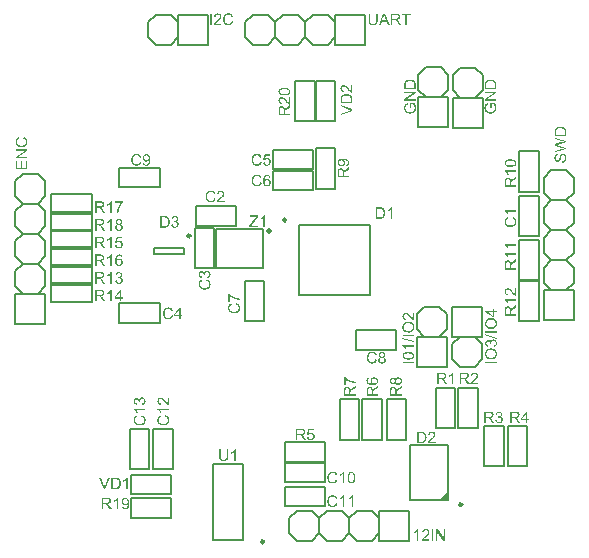
<source format=gto>
G04 Layer_Color=65535*
%FSLAX25Y25*%
%MOIN*%
G70*
G01*
G75*
%ADD19C,0.00787*%
%ADD26C,0.00984*%
%ADD27C,0.01968*%
G36*
X111221Y124789D02*
X110421Y124284D01*
X110416D01*
X110405Y124273D01*
X110388Y124262D01*
X110366Y124245D01*
X110305Y124206D01*
X110227Y124156D01*
X110144Y124095D01*
X110055Y124034D01*
X109972Y123973D01*
X109894Y123918D01*
X109889Y123912D01*
X109866Y123895D01*
X109833Y123868D01*
X109794Y123829D01*
X109711Y123746D01*
X109672Y123701D01*
X109639Y123657D01*
X109633Y123651D01*
X109628Y123640D01*
X109616Y123618D01*
X109600Y123585D01*
X109583Y123551D01*
X109567Y123512D01*
X109539Y123424D01*
Y123418D01*
X109533Y123407D01*
Y123385D01*
X109528Y123357D01*
X109522Y123318D01*
Y123274D01*
X109517Y123213D01*
Y123146D01*
Y122558D01*
X111221D01*
Y122047D01*
X107380D01*
Y123746D01*
Y123751D01*
Y123768D01*
Y123795D01*
Y123829D01*
X107385Y123873D01*
Y123923D01*
X107391Y124040D01*
X107408Y124162D01*
X107424Y124295D01*
X107452Y124417D01*
X107469Y124478D01*
X107485Y124528D01*
Y124534D01*
X107491Y124539D01*
X107508Y124573D01*
X107530Y124622D01*
X107569Y124683D01*
X107618Y124750D01*
X107685Y124822D01*
X107763Y124889D01*
X107852Y124955D01*
X107857D01*
X107863Y124961D01*
X107896Y124983D01*
X107951Y125005D01*
X108024Y125039D01*
X108107Y125066D01*
X108207Y125094D01*
X108312Y125111D01*
X108429Y125116D01*
X108468D01*
X108495Y125111D01*
X108534D01*
X108573Y125105D01*
X108668Y125083D01*
X108779Y125050D01*
X108895Y125005D01*
X109012Y124939D01*
X109067Y124894D01*
X109123Y124850D01*
X109128Y124844D01*
X109134Y124839D01*
X109150Y124822D01*
X109167Y124800D01*
X109189Y124772D01*
X109211Y124739D01*
X109239Y124695D01*
X109272Y124650D01*
X109300Y124595D01*
X109328Y124534D01*
X109361Y124467D01*
X109389Y124395D01*
X109411Y124312D01*
X109439Y124228D01*
X109456Y124134D01*
X109472Y124034D01*
X109478Y124045D01*
X109489Y124067D01*
X109511Y124101D01*
X109533Y124145D01*
X109594Y124245D01*
X109633Y124295D01*
X109667Y124339D01*
X109678Y124351D01*
X109705Y124378D01*
X109750Y124423D01*
X109805Y124478D01*
X109883Y124539D01*
X109966Y124611D01*
X110066Y124683D01*
X110177Y124761D01*
X111221Y125422D01*
Y124789D01*
D02*
G37*
G36*
X109406Y128241D02*
X109478D01*
X109561Y128235D01*
X109644Y128224D01*
X109833Y128208D01*
X110033Y128180D01*
X110222Y128141D01*
X110316Y128113D01*
X110399Y128086D01*
X110405D01*
X110416Y128080D01*
X110438Y128069D01*
X110471Y128058D01*
X110504Y128041D01*
X110549Y128019D01*
X110643Y127963D01*
X110749Y127897D01*
X110860Y127819D01*
X110965Y127719D01*
X111059Y127608D01*
Y127603D01*
X111071Y127592D01*
X111082Y127575D01*
X111093Y127553D01*
X111109Y127520D01*
X111132Y127486D01*
X111154Y127442D01*
X111170Y127397D01*
X111215Y127292D01*
X111254Y127164D01*
X111276Y127026D01*
X111287Y126870D01*
Y126865D01*
Y126848D01*
Y126826D01*
X111282Y126798D01*
Y126759D01*
X111276Y126715D01*
X111254Y126609D01*
X111226Y126493D01*
X111182Y126371D01*
X111121Y126249D01*
X111082Y126188D01*
X111037Y126132D01*
X111032Y126127D01*
X111026Y126121D01*
X111010Y126104D01*
X110993Y126088D01*
X110965Y126065D01*
X110932Y126038D01*
X110854Y125982D01*
X110754Y125927D01*
X110632Y125871D01*
X110493Y125827D01*
X110333Y125794D01*
X110294Y126249D01*
X110299D01*
X110310Y126254D01*
X110321D01*
X110344Y126260D01*
X110405Y126276D01*
X110471Y126298D01*
X110549Y126326D01*
X110627Y126365D01*
X110699Y126409D01*
X110760Y126465D01*
X110765Y126471D01*
X110782Y126493D01*
X110804Y126532D01*
X110826Y126576D01*
X110854Y126637D01*
X110876Y126709D01*
X110893Y126793D01*
X110899Y126881D01*
Y126892D01*
Y126920D01*
X110893Y126959D01*
X110888Y127009D01*
X110876Y127070D01*
X110860Y127131D01*
X110837Y127198D01*
X110804Y127259D01*
X110799Y127264D01*
X110788Y127286D01*
X110765Y127320D01*
X110732Y127353D01*
X110693Y127397D01*
X110649Y127442D01*
X110599Y127486D01*
X110538Y127531D01*
X110532Y127536D01*
X110504Y127547D01*
X110466Y127569D01*
X110416Y127592D01*
X110349Y127619D01*
X110271Y127647D01*
X110183Y127675D01*
X110083Y127703D01*
X110077D01*
X110072Y127708D01*
X110055D01*
X110033Y127714D01*
X109977Y127725D01*
X109905Y127742D01*
X109816Y127753D01*
X109722Y127764D01*
X109616Y127769D01*
X109505Y127775D01*
X109411D01*
X109422Y127769D01*
X109450Y127747D01*
X109489Y127714D01*
X109544Y127675D01*
X109600Y127619D01*
X109661Y127553D01*
X109722Y127475D01*
X109777Y127386D01*
X109783Y127375D01*
X109800Y127342D01*
X109822Y127292D01*
X109844Y127231D01*
X109872Y127148D01*
X109894Y127059D01*
X109911Y126959D01*
X109916Y126854D01*
Y126848D01*
Y126831D01*
Y126809D01*
X109911Y126776D01*
X109905Y126731D01*
X109900Y126687D01*
X109889Y126631D01*
X109872Y126576D01*
X109833Y126448D01*
X109805Y126382D01*
X109772Y126315D01*
X109733Y126243D01*
X109683Y126176D01*
X109633Y126110D01*
X109572Y126049D01*
X109567Y126043D01*
X109555Y126032D01*
X109539Y126021D01*
X109511Y125999D01*
X109472Y125971D01*
X109433Y125943D01*
X109383Y125916D01*
X109328Y125888D01*
X109267Y125855D01*
X109200Y125827D01*
X109123Y125799D01*
X109045Y125771D01*
X108956Y125749D01*
X108862Y125738D01*
X108767Y125727D01*
X108662Y125721D01*
X108606D01*
X108568Y125727D01*
X108518Y125732D01*
X108457Y125738D01*
X108396Y125749D01*
X108323Y125766D01*
X108179Y125805D01*
X108101Y125832D01*
X108018Y125866D01*
X107940Y125905D01*
X107868Y125954D01*
X107791Y126004D01*
X107724Y126065D01*
X107718Y126071D01*
X107707Y126082D01*
X107691Y126099D01*
X107668Y126127D01*
X107641Y126160D01*
X107607Y126204D01*
X107580Y126249D01*
X107541Y126304D01*
X107508Y126360D01*
X107480Y126426D01*
X107419Y126576D01*
X107396Y126654D01*
X107380Y126742D01*
X107369Y126831D01*
X107363Y126926D01*
Y126931D01*
Y126942D01*
Y126964D01*
X107369Y126992D01*
Y127020D01*
X107374Y127059D01*
X107391Y127153D01*
X107413Y127259D01*
X107452Y127375D01*
X107502Y127492D01*
X107569Y127608D01*
Y127614D01*
X107580Y127619D01*
X107591Y127636D01*
X107607Y127658D01*
X107652Y127714D01*
X107713Y127786D01*
X107796Y127858D01*
X107896Y127941D01*
X108013Y128014D01*
X108146Y128080D01*
X108151D01*
X108162Y128086D01*
X108185Y128097D01*
X108212Y128108D01*
X108251Y128119D01*
X108301Y128136D01*
X108357Y128147D01*
X108418Y128163D01*
X108490Y128180D01*
X108573Y128197D01*
X108662Y128208D01*
X108756Y128219D01*
X108862Y128230D01*
X108973Y128241D01*
X109095Y128247D01*
X109345D01*
X109406Y128241D01*
D02*
G37*
G36*
X80644Y122996D02*
X80694Y122991D01*
X80755Y122985D01*
X80816Y122979D01*
X80888Y122963D01*
X81038Y122930D01*
X81204Y122880D01*
X81288Y122846D01*
X81365Y122807D01*
X81443Y122757D01*
X81521Y122707D01*
X81526Y122702D01*
X81537Y122696D01*
X81560Y122680D01*
X81587Y122652D01*
X81615Y122624D01*
X81654Y122585D01*
X81693Y122541D01*
X81737Y122497D01*
X81782Y122441D01*
X81826Y122374D01*
X81876Y122308D01*
X81920Y122236D01*
X81959Y122152D01*
X82004Y122069D01*
X82037Y121981D01*
X82070Y121881D01*
X81571Y121764D01*
Y121770D01*
X81565Y121781D01*
X81554Y121803D01*
X81543Y121831D01*
X81532Y121864D01*
X81515Y121908D01*
X81471Y121997D01*
X81415Y122097D01*
X81349Y122197D01*
X81265Y122291D01*
X81177Y122374D01*
X81165Y122386D01*
X81132Y122408D01*
X81077Y122436D01*
X81005Y122474D01*
X80910Y122508D01*
X80805Y122541D01*
X80677Y122563D01*
X80538Y122569D01*
X80494D01*
X80466Y122563D01*
X80427D01*
X80383Y122558D01*
X80278Y122541D01*
X80161Y122519D01*
X80039Y122480D01*
X79911Y122424D01*
X79795Y122352D01*
X79789D01*
X79784Y122341D01*
X79745Y122313D01*
X79695Y122269D01*
X79634Y122203D01*
X79562Y122119D01*
X79495Y122025D01*
X79434Y121908D01*
X79378Y121781D01*
Y121775D01*
X79373Y121764D01*
X79367Y121747D01*
X79362Y121720D01*
X79351Y121686D01*
X79340Y121648D01*
X79323Y121553D01*
X79301Y121442D01*
X79278Y121320D01*
X79267Y121187D01*
X79262Y121043D01*
Y121037D01*
Y121020D01*
Y120993D01*
Y120959D01*
X79267Y120920D01*
Y120870D01*
X79273Y120815D01*
X79278Y120754D01*
X79295Y120621D01*
X79323Y120476D01*
X79356Y120332D01*
X79401Y120188D01*
Y120182D01*
X79406Y120171D01*
X79417Y120155D01*
X79428Y120127D01*
X79462Y120060D01*
X79512Y119983D01*
X79573Y119894D01*
X79650Y119799D01*
X79739Y119716D01*
X79845Y119638D01*
X79850D01*
X79861Y119633D01*
X79878Y119622D01*
X79900Y119611D01*
X79928Y119599D01*
X79961Y119583D01*
X80039Y119550D01*
X80139Y119516D01*
X80250Y119489D01*
X80372Y119466D01*
X80500Y119461D01*
X80538D01*
X80572Y119466D01*
X80611D01*
X80649Y119472D01*
X80749Y119494D01*
X80866Y119522D01*
X80982Y119566D01*
X81104Y119627D01*
X81165Y119661D01*
X81221Y119705D01*
X81227Y119711D01*
X81232Y119716D01*
X81249Y119733D01*
X81271Y119749D01*
X81293Y119777D01*
X81321Y119810D01*
X81354Y119844D01*
X81382Y119888D01*
X81415Y119938D01*
X81454Y119994D01*
X81487Y120049D01*
X81521Y120116D01*
X81549Y120188D01*
X81576Y120265D01*
X81604Y120349D01*
X81626Y120438D01*
X82137Y120310D01*
Y120304D01*
X82131Y120282D01*
X82120Y120249D01*
X82104Y120204D01*
X82087Y120155D01*
X82065Y120094D01*
X82037Y120027D01*
X82004Y119955D01*
X81926Y119799D01*
X81826Y119644D01*
X81765Y119566D01*
X81704Y119489D01*
X81637Y119422D01*
X81560Y119355D01*
X81554Y119350D01*
X81543Y119339D01*
X81515Y119328D01*
X81487Y119305D01*
X81443Y119278D01*
X81399Y119250D01*
X81338Y119222D01*
X81277Y119194D01*
X81204Y119161D01*
X81127Y119133D01*
X81043Y119106D01*
X80955Y119078D01*
X80860Y119056D01*
X80760Y119044D01*
X80655Y119033D01*
X80544Y119028D01*
X80483D01*
X80439Y119033D01*
X80388D01*
X80327Y119039D01*
X80261Y119050D01*
X80183Y119061D01*
X80022Y119089D01*
X79856Y119133D01*
X79689Y119194D01*
X79611Y119233D01*
X79534Y119278D01*
X79528Y119283D01*
X79517Y119289D01*
X79495Y119305D01*
X79473Y119328D01*
X79440Y119350D01*
X79401Y119383D01*
X79356Y119422D01*
X79312Y119466D01*
X79267Y119516D01*
X79217Y119566D01*
X79118Y119694D01*
X79023Y119844D01*
X78940Y120010D01*
Y120016D01*
X78929Y120032D01*
X78923Y120060D01*
X78907Y120094D01*
X78896Y120138D01*
X78879Y120193D01*
X78857Y120254D01*
X78840Y120321D01*
X78823Y120393D01*
X78801Y120476D01*
X78773Y120649D01*
X78751Y120843D01*
X78740Y121043D01*
Y121048D01*
Y121070D01*
Y121104D01*
X78746Y121142D01*
Y121198D01*
X78751Y121253D01*
X78757Y121326D01*
X78768Y121398D01*
X78796Y121559D01*
X78834Y121736D01*
X78890Y121914D01*
X78968Y122086D01*
X78973Y122091D01*
X78979Y122108D01*
X78990Y122130D01*
X79012Y122158D01*
X79034Y122197D01*
X79062Y122241D01*
X79134Y122341D01*
X79229Y122452D01*
X79340Y122563D01*
X79467Y122674D01*
X79617Y122769D01*
X79623Y122774D01*
X79639Y122780D01*
X79662Y122791D01*
X79689Y122807D01*
X79734Y122824D01*
X79778Y122841D01*
X79834Y122863D01*
X79895Y122885D01*
X79961Y122907D01*
X80033Y122930D01*
X80189Y122963D01*
X80366Y122991D01*
X80550Y123002D01*
X80605D01*
X80644Y122996D01*
D02*
G37*
G36*
X84007Y122946D02*
X84046D01*
X84090Y122941D01*
X84196Y122918D01*
X84312Y122891D01*
X84434Y122846D01*
X84557Y122780D01*
X84618Y122741D01*
X84673Y122696D01*
X84679Y122691D01*
X84684Y122685D01*
X84701Y122669D01*
X84718Y122652D01*
X84745Y122624D01*
X84768Y122591D01*
X84829Y122513D01*
X84890Y122413D01*
X84945Y122291D01*
X84995Y122152D01*
X85028Y121997D01*
X84557Y121958D01*
Y121964D01*
X84551Y121969D01*
X84545Y122003D01*
X84529Y122053D01*
X84507Y122114D01*
X84484Y122180D01*
X84451Y122247D01*
X84412Y122308D01*
X84373Y122358D01*
X84362Y122369D01*
X84340Y122391D01*
X84301Y122424D01*
X84246Y122463D01*
X84174Y122497D01*
X84096Y122530D01*
X84002Y122552D01*
X83902Y122563D01*
X83863D01*
X83818Y122558D01*
X83768Y122547D01*
X83702Y122530D01*
X83635Y122508D01*
X83569Y122480D01*
X83502Y122436D01*
X83491Y122430D01*
X83463Y122408D01*
X83424Y122369D01*
X83374Y122313D01*
X83319Y122247D01*
X83258Y122169D01*
X83202Y122069D01*
X83147Y121958D01*
Y121953D01*
X83141Y121942D01*
X83136Y121925D01*
X83125Y121903D01*
X83119Y121870D01*
X83108Y121831D01*
X83097Y121786D01*
X83086Y121731D01*
X83069Y121670D01*
X83058Y121603D01*
X83047Y121531D01*
X83041Y121453D01*
X83030Y121364D01*
X83025Y121276D01*
X83019Y121176D01*
Y121076D01*
X83025Y121081D01*
X83047Y121115D01*
X83086Y121159D01*
X83136Y121215D01*
X83191Y121281D01*
X83263Y121342D01*
X83341Y121403D01*
X83430Y121459D01*
X83435D01*
X83441Y121464D01*
X83474Y121481D01*
X83524Y121498D01*
X83591Y121525D01*
X83669Y121548D01*
X83757Y121564D01*
X83852Y121581D01*
X83952Y121586D01*
X83996D01*
X84029Y121581D01*
X84074Y121575D01*
X84118Y121570D01*
X84174Y121559D01*
X84229Y121542D01*
X84357Y121503D01*
X84423Y121475D01*
X84490Y121437D01*
X84557Y121398D01*
X84629Y121353D01*
X84695Y121298D01*
X84756Y121237D01*
X84762Y121231D01*
X84773Y121220D01*
X84790Y121203D01*
X84806Y121176D01*
X84834Y121137D01*
X84862Y121098D01*
X84890Y121048D01*
X84923Y120993D01*
X84956Y120931D01*
X84984Y120865D01*
X85012Y120787D01*
X85039Y120710D01*
X85056Y120626D01*
X85073Y120532D01*
X85084Y120438D01*
X85089Y120338D01*
Y120332D01*
Y120321D01*
Y120304D01*
Y120277D01*
X85084Y120243D01*
Y120210D01*
X85067Y120121D01*
X85050Y120016D01*
X85023Y119905D01*
X84984Y119783D01*
X84928Y119666D01*
Y119661D01*
X84923Y119655D01*
X84912Y119638D01*
X84901Y119616D01*
X84867Y119561D01*
X84817Y119489D01*
X84756Y119411D01*
X84684Y119333D01*
X84595Y119255D01*
X84501Y119189D01*
X84496D01*
X84490Y119183D01*
X84473Y119172D01*
X84451Y119167D01*
X84396Y119139D01*
X84324Y119111D01*
X84229Y119078D01*
X84124Y119056D01*
X84007Y119033D01*
X83880Y119028D01*
X83852D01*
X83824Y119033D01*
X83780D01*
X83730Y119039D01*
X83674Y119050D01*
X83608Y119067D01*
X83541Y119083D01*
X83463Y119106D01*
X83385Y119133D01*
X83308Y119167D01*
X83225Y119211D01*
X83147Y119261D01*
X83069Y119316D01*
X82991Y119383D01*
X82919Y119461D01*
X82914Y119466D01*
X82903Y119483D01*
X82886Y119505D01*
X82864Y119544D01*
X82831Y119594D01*
X82803Y119650D01*
X82770Y119722D01*
X82736Y119799D01*
X82697Y119894D01*
X82664Y119999D01*
X82636Y120116D01*
X82608Y120243D01*
X82581Y120388D01*
X82564Y120543D01*
X82553Y120710D01*
X82547Y120887D01*
Y120893D01*
Y120898D01*
Y120915D01*
Y120937D01*
X82553Y120993D01*
Y121070D01*
X82559Y121159D01*
X82570Y121265D01*
X82581Y121381D01*
X82597Y121509D01*
X82620Y121636D01*
X82647Y121775D01*
X82681Y121908D01*
X82719Y122041D01*
X82770Y122169D01*
X82825Y122291D01*
X82886Y122408D01*
X82958Y122508D01*
X82964Y122513D01*
X82975Y122524D01*
X82997Y122547D01*
X83025Y122580D01*
X83058Y122613D01*
X83103Y122646D01*
X83158Y122691D01*
X83214Y122730D01*
X83280Y122769D01*
X83352Y122813D01*
X83435Y122846D01*
X83519Y122885D01*
X83613Y122913D01*
X83713Y122935D01*
X83818Y122946D01*
X83929Y122952D01*
X83974D01*
X84007Y122946D01*
D02*
G37*
G36*
X122287Y63891D02*
X122332Y63885D01*
X122382Y63880D01*
X122437Y63874D01*
X122493Y63858D01*
X122626Y63824D01*
X122759Y63775D01*
X122826Y63741D01*
X122892Y63702D01*
X122953Y63652D01*
X123014Y63603D01*
X123020Y63597D01*
X123026Y63591D01*
X123042Y63575D01*
X123064Y63552D01*
X123087Y63519D01*
X123114Y63486D01*
X123170Y63403D01*
X123225Y63297D01*
X123275Y63175D01*
X123314Y63036D01*
X123320Y62964D01*
X123325Y62887D01*
Y62881D01*
Y62875D01*
Y62842D01*
X123320Y62792D01*
X123309Y62731D01*
X123292Y62653D01*
X123264Y62576D01*
X123231Y62498D01*
X123181Y62420D01*
X123176Y62409D01*
X123153Y62387D01*
X123120Y62354D01*
X123076Y62309D01*
X123014Y62259D01*
X122942Y62209D01*
X122859Y62160D01*
X122759Y62115D01*
X122765D01*
X122776Y62110D01*
X122792Y62104D01*
X122815Y62093D01*
X122881Y62065D01*
X122959Y62026D01*
X123042Y61971D01*
X123131Y61910D01*
X123214Y61832D01*
X123292Y61743D01*
Y61738D01*
X123298Y61732D01*
X123320Y61699D01*
X123353Y61643D01*
X123386Y61571D01*
X123420Y61482D01*
X123453Y61377D01*
X123475Y61260D01*
X123481Y61133D01*
Y61127D01*
Y61111D01*
Y61083D01*
X123475Y61049D01*
X123470Y61011D01*
X123464Y60961D01*
X123453Y60905D01*
X123436Y60844D01*
X123398Y60716D01*
X123370Y60644D01*
X123331Y60578D01*
X123292Y60506D01*
X123248Y60439D01*
X123192Y60372D01*
X123131Y60306D01*
X123126Y60300D01*
X123114Y60289D01*
X123098Y60273D01*
X123070Y60256D01*
X123031Y60228D01*
X122992Y60200D01*
X122942Y60173D01*
X122887Y60139D01*
X122826Y60106D01*
X122754Y60078D01*
X122676Y60050D01*
X122598Y60023D01*
X122510Y60006D01*
X122415Y59989D01*
X122321Y59978D01*
X122215Y59973D01*
X122160D01*
X122121Y59978D01*
X122071Y59984D01*
X122016Y59989D01*
X121955Y60000D01*
X121888Y60017D01*
X121738Y60056D01*
X121660Y60084D01*
X121588Y60111D01*
X121511Y60150D01*
X121433Y60195D01*
X121361Y60245D01*
X121294Y60306D01*
X121289Y60311D01*
X121277Y60322D01*
X121261Y60339D01*
X121239Y60367D01*
X121216Y60400D01*
X121183Y60439D01*
X121155Y60483D01*
X121122Y60539D01*
X121089Y60594D01*
X121061Y60661D01*
X121005Y60800D01*
X120983Y60883D01*
X120967Y60966D01*
X120956Y61055D01*
X120950Y61144D01*
Y61149D01*
Y61160D01*
Y61183D01*
X120956Y61205D01*
Y61238D01*
X120961Y61277D01*
X120972Y61366D01*
X120994Y61466D01*
X121028Y61566D01*
X121078Y61671D01*
X121139Y61771D01*
Y61777D01*
X121150Y61782D01*
X121172Y61810D01*
X121216Y61854D01*
X121277Y61910D01*
X121355Y61965D01*
X121449Y62026D01*
X121555Y62076D01*
X121683Y62115D01*
X121677D01*
X121671Y62121D01*
X121655Y62126D01*
X121633Y62137D01*
X121583Y62160D01*
X121516Y62193D01*
X121444Y62237D01*
X121372Y62293D01*
X121305Y62354D01*
X121244Y62420D01*
X121239Y62431D01*
X121222Y62454D01*
X121200Y62498D01*
X121177Y62554D01*
X121150Y62626D01*
X121127Y62709D01*
X121111Y62803D01*
X121105Y62903D01*
Y62909D01*
Y62920D01*
Y62942D01*
X121111Y62975D01*
X121116Y63009D01*
X121122Y63053D01*
X121144Y63147D01*
X121177Y63258D01*
X121233Y63375D01*
X121266Y63436D01*
X121305Y63497D01*
X121355Y63552D01*
X121405Y63608D01*
X121411Y63614D01*
X121422Y63619D01*
X121438Y63636D01*
X121460Y63652D01*
X121488Y63675D01*
X121527Y63697D01*
X121572Y63725D01*
X121616Y63752D01*
X121671Y63780D01*
X121732Y63808D01*
X121799Y63830D01*
X121871Y63852D01*
X122027Y63885D01*
X122115Y63891D01*
X122204Y63897D01*
X122254D01*
X122287Y63891D01*
D02*
G37*
G36*
X51116Y78705D02*
X51166Y78699D01*
X51227Y78694D01*
X51288Y78688D01*
X51360Y78671D01*
X51510Y78638D01*
X51677Y78588D01*
X51760Y78555D01*
X51838Y78516D01*
X51915Y78466D01*
X51993Y78416D01*
X51999Y78411D01*
X52010Y78405D01*
X52032Y78389D01*
X52060Y78361D01*
X52087Y78333D01*
X52126Y78294D01*
X52165Y78250D01*
X52210Y78205D01*
X52254Y78150D01*
X52298Y78083D01*
X52348Y78017D01*
X52393Y77944D01*
X52432Y77861D01*
X52476Y77778D01*
X52509Y77689D01*
X52543Y77589D01*
X52043Y77473D01*
Y77478D01*
X52038Y77489D01*
X52026Y77512D01*
X52015Y77539D01*
X52004Y77573D01*
X51988Y77617D01*
X51943Y77706D01*
X51888Y77806D01*
X51821Y77906D01*
X51738Y78000D01*
X51649Y78083D01*
X51638Y78094D01*
X51605Y78117D01*
X51549Y78144D01*
X51477Y78183D01*
X51383Y78216D01*
X51277Y78250D01*
X51149Y78272D01*
X51011Y78277D01*
X50966D01*
X50939Y78272D01*
X50900D01*
X50855Y78266D01*
X50750Y78250D01*
X50633Y78228D01*
X50511Y78189D01*
X50384Y78133D01*
X50267Y78061D01*
X50261D01*
X50256Y78050D01*
X50217Y78022D01*
X50167Y77978D01*
X50106Y77911D01*
X50034Y77828D01*
X49967Y77734D01*
X49906Y77617D01*
X49851Y77489D01*
Y77484D01*
X49845Y77473D01*
X49840Y77456D01*
X49834Y77428D01*
X49823Y77395D01*
X49812Y77356D01*
X49795Y77262D01*
X49773Y77151D01*
X49751Y77029D01*
X49740Y76895D01*
X49734Y76751D01*
Y76746D01*
Y76729D01*
Y76701D01*
Y76668D01*
X49740Y76629D01*
Y76579D01*
X49745Y76524D01*
X49751Y76463D01*
X49768Y76329D01*
X49795Y76185D01*
X49829Y76041D01*
X49873Y75897D01*
Y75891D01*
X49879Y75880D01*
X49890Y75863D01*
X49901Y75836D01*
X49934Y75769D01*
X49984Y75691D01*
X50045Y75602D01*
X50123Y75508D01*
X50212Y75425D01*
X50317Y75347D01*
X50323D01*
X50334Y75341D01*
X50350Y75330D01*
X50372Y75319D01*
X50400Y75308D01*
X50434Y75292D01*
X50511Y75258D01*
X50611Y75225D01*
X50722Y75197D01*
X50844Y75175D01*
X50972Y75169D01*
X51011D01*
X51044Y75175D01*
X51083D01*
X51122Y75181D01*
X51222Y75203D01*
X51338Y75230D01*
X51455Y75275D01*
X51577Y75336D01*
X51638Y75369D01*
X51693Y75414D01*
X51699Y75419D01*
X51705Y75425D01*
X51721Y75441D01*
X51743Y75458D01*
X51766Y75486D01*
X51793Y75519D01*
X51827Y75552D01*
X51854Y75597D01*
X51888Y75647D01*
X51926Y75702D01*
X51960Y75758D01*
X51993Y75824D01*
X52021Y75897D01*
X52049Y75974D01*
X52076Y76057D01*
X52099Y76146D01*
X52609Y76019D01*
Y76013D01*
X52604Y75991D01*
X52592Y75958D01*
X52576Y75913D01*
X52559Y75863D01*
X52537Y75802D01*
X52509Y75736D01*
X52476Y75663D01*
X52398Y75508D01*
X52298Y75353D01*
X52237Y75275D01*
X52176Y75197D01*
X52110Y75131D01*
X52032Y75064D01*
X52026Y75059D01*
X52015Y75047D01*
X51988Y75036D01*
X51960Y75014D01*
X51915Y74986D01*
X51871Y74959D01*
X51810Y74931D01*
X51749Y74903D01*
X51677Y74870D01*
X51599Y74842D01*
X51516Y74814D01*
X51427Y74787D01*
X51333Y74764D01*
X51233Y74753D01*
X51127Y74742D01*
X51016Y74736D01*
X50955D01*
X50911Y74742D01*
X50861D01*
X50800Y74748D01*
X50733Y74759D01*
X50656Y74770D01*
X50495Y74798D01*
X50328Y74842D01*
X50162Y74903D01*
X50084Y74942D01*
X50006Y74986D01*
X50001Y74992D01*
X49990Y74997D01*
X49967Y75014D01*
X49945Y75036D01*
X49912Y75059D01*
X49873Y75092D01*
X49829Y75131D01*
X49784Y75175D01*
X49740Y75225D01*
X49690Y75275D01*
X49590Y75402D01*
X49496Y75552D01*
X49412Y75719D01*
Y75725D01*
X49401Y75741D01*
X49396Y75769D01*
X49379Y75802D01*
X49368Y75847D01*
X49351Y75902D01*
X49329Y75963D01*
X49312Y76030D01*
X49296Y76102D01*
X49274Y76185D01*
X49246Y76357D01*
X49224Y76551D01*
X49213Y76751D01*
Y76757D01*
Y76779D01*
Y76812D01*
X49218Y76851D01*
Y76907D01*
X49224Y76962D01*
X49229Y77034D01*
X49240Y77106D01*
X49268Y77267D01*
X49307Y77445D01*
X49362Y77623D01*
X49440Y77795D01*
X49446Y77800D01*
X49451Y77817D01*
X49462Y77839D01*
X49485Y77867D01*
X49507Y77906D01*
X49534Y77950D01*
X49607Y78050D01*
X49701Y78161D01*
X49812Y78272D01*
X49940Y78383D01*
X50090Y78477D01*
X50095Y78483D01*
X50112Y78488D01*
X50134Y78500D01*
X50162Y78516D01*
X50206Y78533D01*
X50250Y78549D01*
X50306Y78572D01*
X50367Y78594D01*
X50434Y78616D01*
X50506Y78638D01*
X50661Y78671D01*
X50839Y78699D01*
X51022Y78710D01*
X51077D01*
X51116Y78705D01*
D02*
G37*
G36*
X43683Y129836D02*
X43711D01*
X43750Y129830D01*
X43844Y129814D01*
X43949Y129792D01*
X44066Y129753D01*
X44183Y129703D01*
X44299Y129636D01*
X44305D01*
X44310Y129625D01*
X44327Y129614D01*
X44349Y129597D01*
X44405Y129553D01*
X44477Y129492D01*
X44549Y129409D01*
X44632Y129309D01*
X44704Y129192D01*
X44771Y129059D01*
Y129053D01*
X44776Y129042D01*
X44788Y129020D01*
X44799Y128992D01*
X44810Y128954D01*
X44826Y128903D01*
X44837Y128848D01*
X44854Y128787D01*
X44871Y128715D01*
X44888Y128632D01*
X44899Y128543D01*
X44910Y128448D01*
X44921Y128343D01*
X44932Y128232D01*
X44937Y128110D01*
Y127982D01*
Y127977D01*
Y127949D01*
Y127910D01*
Y127860D01*
X44932Y127799D01*
Y127727D01*
X44926Y127644D01*
X44915Y127560D01*
X44899Y127372D01*
X44871Y127172D01*
X44832Y126983D01*
X44804Y126889D01*
X44776Y126806D01*
Y126800D01*
X44771Y126789D01*
X44760Y126767D01*
X44749Y126734D01*
X44732Y126700D01*
X44710Y126656D01*
X44654Y126561D01*
X44588Y126456D01*
X44510Y126345D01*
X44410Y126240D01*
X44299Y126145D01*
X44294D01*
X44282Y126134D01*
X44266Y126123D01*
X44244Y126112D01*
X44210Y126095D01*
X44177Y126073D01*
X44133Y126051D01*
X44088Y126034D01*
X43983Y125990D01*
X43855Y125951D01*
X43716Y125929D01*
X43561Y125918D01*
X43517D01*
X43489Y125923D01*
X43450D01*
X43406Y125929D01*
X43300Y125951D01*
X43184Y125979D01*
X43062Y126023D01*
X42939Y126084D01*
X42878Y126123D01*
X42823Y126167D01*
X42817Y126173D01*
X42812Y126179D01*
X42795Y126195D01*
X42779Y126212D01*
X42756Y126240D01*
X42728Y126273D01*
X42673Y126350D01*
X42617Y126451D01*
X42562Y126573D01*
X42518Y126711D01*
X42484Y126872D01*
X42939Y126911D01*
Y126906D01*
X42945Y126894D01*
Y126883D01*
X42950Y126861D01*
X42967Y126800D01*
X42989Y126734D01*
X43017Y126656D01*
X43056Y126578D01*
X43100Y126506D01*
X43156Y126445D01*
X43161Y126439D01*
X43184Y126423D01*
X43222Y126400D01*
X43267Y126378D01*
X43328Y126350D01*
X43400Y126328D01*
X43483Y126312D01*
X43572Y126306D01*
X43611D01*
X43650Y126312D01*
X43700Y126317D01*
X43761Y126328D01*
X43822Y126345D01*
X43889Y126367D01*
X43949Y126400D01*
X43955Y126406D01*
X43977Y126417D01*
X44011Y126439D01*
X44044Y126473D01*
X44088Y126512D01*
X44133Y126556D01*
X44177Y126606D01*
X44221Y126667D01*
X44227Y126672D01*
X44238Y126700D01*
X44260Y126739D01*
X44282Y126789D01*
X44310Y126856D01*
X44338Y126933D01*
X44366Y127022D01*
X44394Y127122D01*
Y127128D01*
X44399Y127133D01*
Y127150D01*
X44405Y127172D01*
X44416Y127227D01*
X44432Y127300D01*
X44444Y127388D01*
X44455Y127483D01*
X44460Y127588D01*
X44466Y127699D01*
Y127705D01*
Y127721D01*
Y127749D01*
Y127794D01*
X44460Y127782D01*
X44438Y127755D01*
X44405Y127716D01*
X44366Y127660D01*
X44310Y127605D01*
X44244Y127544D01*
X44166Y127483D01*
X44077Y127427D01*
X44066Y127422D01*
X44033Y127405D01*
X43983Y127383D01*
X43922Y127361D01*
X43839Y127333D01*
X43750Y127311D01*
X43650Y127294D01*
X43544Y127288D01*
X43500D01*
X43467Y127294D01*
X43422Y127300D01*
X43378Y127305D01*
X43322Y127316D01*
X43267Y127333D01*
X43139Y127372D01*
X43073Y127400D01*
X43006Y127433D01*
X42934Y127472D01*
X42867Y127522D01*
X42801Y127572D01*
X42740Y127633D01*
X42734Y127638D01*
X42723Y127649D01*
X42712Y127666D01*
X42690Y127694D01*
X42662Y127733D01*
X42634Y127771D01*
X42606Y127821D01*
X42579Y127877D01*
X42545Y127938D01*
X42518Y128004D01*
X42490Y128082D01*
X42462Y128160D01*
X42440Y128249D01*
X42429Y128343D01*
X42418Y128437D01*
X42412Y128543D01*
Y128548D01*
Y128571D01*
Y128598D01*
X42418Y128637D01*
X42423Y128687D01*
X42429Y128748D01*
X42440Y128809D01*
X42457Y128881D01*
X42495Y129026D01*
X42523Y129103D01*
X42557Y129187D01*
X42595Y129264D01*
X42645Y129336D01*
X42695Y129414D01*
X42756Y129481D01*
X42762Y129486D01*
X42773Y129497D01*
X42790Y129514D01*
X42817Y129536D01*
X42851Y129564D01*
X42895Y129597D01*
X42939Y129625D01*
X42995Y129664D01*
X43050Y129697D01*
X43117Y129725D01*
X43267Y129786D01*
X43345Y129808D01*
X43433Y129825D01*
X43522Y129836D01*
X43617Y129841D01*
X43655D01*
X43683Y129836D01*
D02*
G37*
G36*
X119030Y63941D02*
X119080Y63936D01*
X119141Y63930D01*
X119202Y63924D01*
X119274Y63908D01*
X119424Y63874D01*
X119590Y63824D01*
X119673Y63791D01*
X119751Y63752D01*
X119829Y63702D01*
X119906Y63652D01*
X119912Y63647D01*
X119923Y63641D01*
X119945Y63625D01*
X119973Y63597D01*
X120001Y63569D01*
X120040Y63530D01*
X120079Y63486D01*
X120123Y63441D01*
X120167Y63386D01*
X120212Y63319D01*
X120262Y63253D01*
X120306Y63181D01*
X120345Y63097D01*
X120389Y63014D01*
X120423Y62925D01*
X120456Y62826D01*
X119957Y62709D01*
Y62714D01*
X119951Y62726D01*
X119940Y62748D01*
X119929Y62775D01*
X119918Y62809D01*
X119901Y62853D01*
X119857Y62942D01*
X119801Y63042D01*
X119735Y63142D01*
X119651Y63236D01*
X119562Y63319D01*
X119551Y63331D01*
X119518Y63353D01*
X119463Y63380D01*
X119390Y63419D01*
X119296Y63453D01*
X119191Y63486D01*
X119063Y63508D01*
X118924Y63514D01*
X118880D01*
X118852Y63508D01*
X118813D01*
X118769Y63503D01*
X118663Y63486D01*
X118547Y63464D01*
X118425Y63425D01*
X118297Y63369D01*
X118181Y63297D01*
X118175D01*
X118169Y63286D01*
X118131Y63258D01*
X118081Y63214D01*
X118019Y63147D01*
X117947Y63064D01*
X117881Y62970D01*
X117820Y62853D01*
X117764Y62726D01*
Y62720D01*
X117759Y62709D01*
X117753Y62692D01*
X117748Y62665D01*
X117736Y62631D01*
X117725Y62592D01*
X117709Y62498D01*
X117686Y62387D01*
X117664Y62265D01*
X117653Y62132D01*
X117648Y61987D01*
Y61982D01*
Y61965D01*
Y61937D01*
Y61904D01*
X117653Y61865D01*
Y61815D01*
X117659Y61760D01*
X117664Y61699D01*
X117681Y61566D01*
X117709Y61421D01*
X117742Y61277D01*
X117786Y61133D01*
Y61127D01*
X117792Y61116D01*
X117803Y61099D01*
X117814Y61072D01*
X117848Y61005D01*
X117897Y60927D01*
X117958Y60839D01*
X118036Y60744D01*
X118125Y60661D01*
X118230Y60583D01*
X118236D01*
X118247Y60578D01*
X118264Y60567D01*
X118286Y60555D01*
X118314Y60544D01*
X118347Y60528D01*
X118425Y60495D01*
X118525Y60461D01*
X118636Y60433D01*
X118758Y60411D01*
X118885Y60406D01*
X118924D01*
X118957Y60411D01*
X118996D01*
X119035Y60417D01*
X119135Y60439D01*
X119252Y60467D01*
X119368Y60511D01*
X119490Y60572D01*
X119551Y60606D01*
X119607Y60650D01*
X119612Y60655D01*
X119618Y60661D01*
X119635Y60678D01*
X119657Y60694D01*
X119679Y60722D01*
X119707Y60755D01*
X119740Y60789D01*
X119768Y60833D01*
X119801Y60883D01*
X119840Y60939D01*
X119873Y60994D01*
X119906Y61061D01*
X119934Y61133D01*
X119962Y61210D01*
X119990Y61294D01*
X120012Y61383D01*
X120523Y61255D01*
Y61249D01*
X120517Y61227D01*
X120506Y61194D01*
X120489Y61149D01*
X120473Y61099D01*
X120450Y61038D01*
X120423Y60972D01*
X120389Y60900D01*
X120312Y60744D01*
X120212Y60589D01*
X120151Y60511D01*
X120090Y60433D01*
X120023Y60367D01*
X119945Y60300D01*
X119940Y60295D01*
X119929Y60284D01*
X119901Y60273D01*
X119873Y60250D01*
X119829Y60223D01*
X119784Y60195D01*
X119723Y60167D01*
X119662Y60139D01*
X119590Y60106D01*
X119512Y60078D01*
X119429Y60050D01*
X119340Y60023D01*
X119246Y60000D01*
X119146Y59989D01*
X119041Y59978D01*
X118930Y59973D01*
X118869D01*
X118824Y59978D01*
X118774D01*
X118713Y59984D01*
X118647Y59995D01*
X118569Y60006D01*
X118408Y60034D01*
X118242Y60078D01*
X118075Y60139D01*
X117997Y60178D01*
X117920Y60223D01*
X117914Y60228D01*
X117903Y60234D01*
X117881Y60250D01*
X117859Y60273D01*
X117825Y60295D01*
X117786Y60328D01*
X117742Y60367D01*
X117698Y60411D01*
X117653Y60461D01*
X117603Y60511D01*
X117503Y60639D01*
X117409Y60789D01*
X117326Y60955D01*
Y60961D01*
X117315Y60977D01*
X117309Y61005D01*
X117292Y61038D01*
X117281Y61083D01*
X117265Y61138D01*
X117243Y61199D01*
X117226Y61266D01*
X117209Y61338D01*
X117187Y61421D01*
X117159Y61593D01*
X117137Y61788D01*
X117126Y61987D01*
Y61993D01*
Y62015D01*
Y62049D01*
X117131Y62087D01*
Y62143D01*
X117137Y62198D01*
X117143Y62270D01*
X117154Y62343D01*
X117182Y62504D01*
X117220Y62681D01*
X117276Y62859D01*
X117353Y63031D01*
X117359Y63036D01*
X117365Y63053D01*
X117376Y63075D01*
X117398Y63103D01*
X117420Y63142D01*
X117448Y63186D01*
X117520Y63286D01*
X117614Y63397D01*
X117725Y63508D01*
X117853Y63619D01*
X118003Y63714D01*
X118008Y63719D01*
X118025Y63725D01*
X118047Y63736D01*
X118075Y63752D01*
X118119Y63769D01*
X118164Y63786D01*
X118219Y63808D01*
X118280Y63830D01*
X118347Y63852D01*
X118419Y63874D01*
X118575Y63908D01*
X118752Y63936D01*
X118935Y63947D01*
X118991D01*
X119030Y63941D01*
D02*
G37*
G36*
X55023Y76157D02*
X55545D01*
Y75725D01*
X55023D01*
Y74803D01*
X54552D01*
Y75725D01*
X52881D01*
Y76157D01*
X54641Y78644D01*
X55023D01*
Y76157D01*
D02*
G37*
G36*
X80644Y129886D02*
X80694Y129880D01*
X80755Y129875D01*
X80816Y129869D01*
X80888Y129853D01*
X81038Y129819D01*
X81204Y129769D01*
X81288Y129736D01*
X81365Y129697D01*
X81443Y129647D01*
X81521Y129597D01*
X81526Y129592D01*
X81537Y129586D01*
X81560Y129570D01*
X81587Y129542D01*
X81615Y129514D01*
X81654Y129475D01*
X81693Y129431D01*
X81737Y129386D01*
X81782Y129331D01*
X81826Y129264D01*
X81876Y129198D01*
X81920Y129125D01*
X81959Y129042D01*
X82004Y128959D01*
X82037Y128870D01*
X82070Y128770D01*
X81571Y128654D01*
Y128659D01*
X81565Y128671D01*
X81554Y128693D01*
X81543Y128720D01*
X81532Y128754D01*
X81515Y128798D01*
X81471Y128887D01*
X81415Y128987D01*
X81349Y129087D01*
X81265Y129181D01*
X81177Y129264D01*
X81165Y129275D01*
X81132Y129298D01*
X81077Y129325D01*
X81005Y129364D01*
X80910Y129397D01*
X80805Y129431D01*
X80677Y129453D01*
X80538Y129458D01*
X80494D01*
X80466Y129453D01*
X80427D01*
X80383Y129447D01*
X80278Y129431D01*
X80161Y129409D01*
X80039Y129370D01*
X79911Y129314D01*
X79795Y129242D01*
X79789D01*
X79784Y129231D01*
X79745Y129203D01*
X79695Y129159D01*
X79634Y129092D01*
X79562Y129009D01*
X79495Y128915D01*
X79434Y128798D01*
X79378Y128671D01*
Y128665D01*
X79373Y128654D01*
X79367Y128637D01*
X79362Y128609D01*
X79351Y128576D01*
X79340Y128537D01*
X79323Y128443D01*
X79301Y128332D01*
X79278Y128210D01*
X79267Y128077D01*
X79262Y127932D01*
Y127927D01*
Y127910D01*
Y127882D01*
Y127849D01*
X79267Y127810D01*
Y127760D01*
X79273Y127705D01*
X79278Y127644D01*
X79295Y127510D01*
X79323Y127366D01*
X79356Y127222D01*
X79401Y127078D01*
Y127072D01*
X79406Y127061D01*
X79417Y127044D01*
X79428Y127017D01*
X79462Y126950D01*
X79512Y126872D01*
X79573Y126783D01*
X79650Y126689D01*
X79739Y126606D01*
X79845Y126528D01*
X79850D01*
X79861Y126523D01*
X79878Y126512D01*
X79900Y126500D01*
X79928Y126489D01*
X79961Y126473D01*
X80039Y126439D01*
X80139Y126406D01*
X80250Y126378D01*
X80372Y126356D01*
X80500Y126350D01*
X80538D01*
X80572Y126356D01*
X80611D01*
X80649Y126362D01*
X80749Y126384D01*
X80866Y126412D01*
X80982Y126456D01*
X81104Y126517D01*
X81165Y126550D01*
X81221Y126595D01*
X81227Y126600D01*
X81232Y126606D01*
X81249Y126622D01*
X81271Y126639D01*
X81293Y126667D01*
X81321Y126700D01*
X81354Y126734D01*
X81382Y126778D01*
X81415Y126828D01*
X81454Y126883D01*
X81487Y126939D01*
X81521Y127005D01*
X81549Y127078D01*
X81576Y127155D01*
X81604Y127239D01*
X81626Y127327D01*
X82137Y127200D01*
Y127194D01*
X82131Y127172D01*
X82120Y127139D01*
X82104Y127094D01*
X82087Y127044D01*
X82065Y126983D01*
X82037Y126917D01*
X82004Y126845D01*
X81926Y126689D01*
X81826Y126534D01*
X81765Y126456D01*
X81704Y126378D01*
X81637Y126312D01*
X81560Y126245D01*
X81554Y126240D01*
X81543Y126228D01*
X81515Y126217D01*
X81487Y126195D01*
X81443Y126167D01*
X81399Y126140D01*
X81338Y126112D01*
X81277Y126084D01*
X81204Y126051D01*
X81127Y126023D01*
X81043Y125995D01*
X80955Y125968D01*
X80860Y125945D01*
X80760Y125934D01*
X80655Y125923D01*
X80544Y125918D01*
X80483D01*
X80439Y125923D01*
X80388D01*
X80327Y125929D01*
X80261Y125940D01*
X80183Y125951D01*
X80022Y125979D01*
X79856Y126023D01*
X79689Y126084D01*
X79611Y126123D01*
X79534Y126167D01*
X79528Y126173D01*
X79517Y126179D01*
X79495Y126195D01*
X79473Y126217D01*
X79440Y126240D01*
X79401Y126273D01*
X79356Y126312D01*
X79312Y126356D01*
X79267Y126406D01*
X79217Y126456D01*
X79118Y126584D01*
X79023Y126734D01*
X78940Y126900D01*
Y126906D01*
X78929Y126922D01*
X78923Y126950D01*
X78907Y126983D01*
X78896Y127028D01*
X78879Y127083D01*
X78857Y127144D01*
X78840Y127211D01*
X78823Y127283D01*
X78801Y127366D01*
X78773Y127538D01*
X78751Y127733D01*
X78740Y127932D01*
Y127938D01*
Y127960D01*
Y127993D01*
X78746Y128032D01*
Y128088D01*
X78751Y128143D01*
X78757Y128215D01*
X78768Y128287D01*
X78796Y128448D01*
X78834Y128626D01*
X78890Y128804D01*
X78968Y128976D01*
X78973Y128981D01*
X78979Y128998D01*
X78990Y129020D01*
X79012Y129048D01*
X79034Y129087D01*
X79062Y129131D01*
X79134Y129231D01*
X79229Y129342D01*
X79340Y129453D01*
X79467Y129564D01*
X79617Y129658D01*
X79623Y129664D01*
X79639Y129669D01*
X79662Y129681D01*
X79689Y129697D01*
X79734Y129714D01*
X79778Y129730D01*
X79834Y129753D01*
X79895Y129775D01*
X79961Y129797D01*
X80033Y129819D01*
X80189Y129853D01*
X80366Y129880D01*
X80550Y129892D01*
X80605D01*
X80644Y129886D01*
D02*
G37*
G36*
X42119Y42761D02*
X42153Y42750D01*
X42197Y42733D01*
X42247Y42717D01*
X42308Y42695D01*
X42375Y42667D01*
X42447Y42634D01*
X42602Y42556D01*
X42758Y42456D01*
X42835Y42395D01*
X42913Y42334D01*
X42980Y42267D01*
X43046Y42189D01*
X43052Y42184D01*
X43063Y42173D01*
X43074Y42145D01*
X43096Y42117D01*
X43124Y42073D01*
X43152Y42028D01*
X43179Y41967D01*
X43207Y41906D01*
X43240Y41834D01*
X43268Y41757D01*
X43296Y41673D01*
X43324Y41585D01*
X43346Y41490D01*
X43357Y41390D01*
X43368Y41285D01*
X43374Y41174D01*
Y41168D01*
Y41146D01*
Y41113D01*
X43368Y41068D01*
Y41018D01*
X43363Y40957D01*
X43352Y40891D01*
X43340Y40813D01*
X43313Y40652D01*
X43268Y40486D01*
X43207Y40319D01*
X43168Y40241D01*
X43124Y40164D01*
X43118Y40158D01*
X43113Y40147D01*
X43096Y40125D01*
X43074Y40103D01*
X43052Y40069D01*
X43018Y40031D01*
X42980Y39986D01*
X42935Y39942D01*
X42885Y39897D01*
X42835Y39847D01*
X42708Y39748D01*
X42558Y39653D01*
X42391Y39570D01*
X42386D01*
X42369Y39559D01*
X42341Y39553D01*
X42308Y39537D01*
X42264Y39525D01*
X42208Y39509D01*
X42147Y39487D01*
X42081Y39470D01*
X42008Y39453D01*
X41925Y39431D01*
X41753Y39403D01*
X41559Y39381D01*
X41359Y39370D01*
X41298D01*
X41259Y39376D01*
X41204D01*
X41148Y39381D01*
X41076Y39387D01*
X41004Y39398D01*
X40843Y39426D01*
X40665Y39464D01*
X40488Y39520D01*
X40316Y39598D01*
X40310Y39603D01*
X40293Y39609D01*
X40271Y39620D01*
X40244Y39642D01*
X40205Y39664D01*
X40160Y39692D01*
X40060Y39764D01*
X39949Y39858D01*
X39838Y39970D01*
X39727Y40097D01*
X39633Y40247D01*
X39627Y40253D01*
X39622Y40269D01*
X39611Y40291D01*
X39594Y40319D01*
X39577Y40363D01*
X39561Y40408D01*
X39539Y40463D01*
X39516Y40525D01*
X39494Y40591D01*
X39472Y40663D01*
X39439Y40819D01*
X39411Y40996D01*
X39400Y41179D01*
Y41185D01*
Y41207D01*
Y41235D01*
X39405Y41274D01*
X39411Y41324D01*
X39417Y41385D01*
X39422Y41446D01*
X39439Y41518D01*
X39472Y41668D01*
X39522Y41834D01*
X39555Y41917D01*
X39594Y41995D01*
X39644Y42073D01*
X39694Y42151D01*
X39700Y42156D01*
X39705Y42167D01*
X39722Y42189D01*
X39750Y42217D01*
X39777Y42245D01*
X39816Y42284D01*
X39860Y42323D01*
X39905Y42367D01*
X39960Y42412D01*
X40027Y42456D01*
X40094Y42506D01*
X40166Y42550D01*
X40249Y42589D01*
X40332Y42634D01*
X40421Y42667D01*
X40521Y42700D01*
X40637Y42201D01*
X40632D01*
X40621Y42195D01*
X40599Y42184D01*
X40571Y42173D01*
X40538Y42162D01*
X40493Y42145D01*
X40404Y42101D01*
X40304Y42045D01*
X40205Y41979D01*
X40110Y41895D01*
X40027Y41807D01*
X40016Y41795D01*
X39994Y41762D01*
X39966Y41707D01*
X39927Y41635D01*
X39894Y41540D01*
X39860Y41435D01*
X39838Y41307D01*
X39833Y41168D01*
Y41163D01*
Y41146D01*
Y41124D01*
X39838Y41096D01*
Y41057D01*
X39844Y41013D01*
X39860Y40907D01*
X39883Y40791D01*
X39922Y40669D01*
X39977Y40541D01*
X40049Y40425D01*
Y40419D01*
X40060Y40413D01*
X40088Y40375D01*
X40132Y40325D01*
X40199Y40264D01*
X40282Y40192D01*
X40377Y40125D01*
X40493Y40064D01*
X40621Y40008D01*
X40626D01*
X40637Y40003D01*
X40654Y39997D01*
X40682Y39992D01*
X40715Y39981D01*
X40754Y39970D01*
X40848Y39953D01*
X40959Y39931D01*
X41082Y39908D01*
X41215Y39897D01*
X41359Y39892D01*
X41442D01*
X41481Y39897D01*
X41531D01*
X41587Y39903D01*
X41648Y39908D01*
X41781Y39925D01*
X41925Y39953D01*
X42069Y39986D01*
X42214Y40031D01*
X42219D01*
X42230Y40036D01*
X42247Y40047D01*
X42275Y40058D01*
X42341Y40092D01*
X42419Y40141D01*
X42508Y40203D01*
X42602Y40280D01*
X42685Y40369D01*
X42763Y40475D01*
Y40480D01*
X42769Y40491D01*
X42780Y40508D01*
X42791Y40530D01*
X42802Y40558D01*
X42819Y40591D01*
X42852Y40669D01*
X42885Y40769D01*
X42913Y40880D01*
X42935Y41002D01*
X42941Y41129D01*
Y41135D01*
Y41146D01*
Y41168D01*
X42935Y41202D01*
Y41240D01*
X42930Y41279D01*
X42908Y41379D01*
X42880Y41496D01*
X42835Y41612D01*
X42774Y41734D01*
X42741Y41795D01*
X42697Y41851D01*
X42691Y41857D01*
X42685Y41862D01*
X42669Y41879D01*
X42652Y41901D01*
X42624Y41923D01*
X42591Y41951D01*
X42558Y41984D01*
X42513Y42012D01*
X42463Y42045D01*
X42408Y42084D01*
X42353Y42117D01*
X42286Y42151D01*
X42214Y42178D01*
X42136Y42206D01*
X42053Y42234D01*
X41964Y42256D01*
X42092Y42767D01*
X42097D01*
X42119Y42761D01*
D02*
G37*
G36*
X43307Y44504D02*
X40304D01*
X40310Y44498D01*
X40332Y44471D01*
X40366Y44437D01*
X40404Y44382D01*
X40454Y44321D01*
X40510Y44243D01*
X40571Y44154D01*
X40632Y44054D01*
Y44049D01*
X40637Y44043D01*
X40660Y44010D01*
X40688Y43954D01*
X40721Y43888D01*
X40760Y43810D01*
X40799Y43727D01*
X40837Y43644D01*
X40871Y43560D01*
X40415D01*
Y43566D01*
X40404Y43577D01*
X40399Y43599D01*
X40382Y43627D01*
X40366Y43660D01*
X40343Y43699D01*
X40288Y43793D01*
X40227Y43904D01*
X40149Y44015D01*
X40060Y44132D01*
X39966Y44249D01*
X39960Y44254D01*
X39955Y44260D01*
X39938Y44276D01*
X39922Y44298D01*
X39866Y44348D01*
X39799Y44415D01*
X39722Y44482D01*
X39633Y44554D01*
X39544Y44615D01*
X39450Y44670D01*
Y44976D01*
X43307D01*
Y44504D01*
D02*
G37*
G36*
X158125Y43992D02*
X158175D01*
X158292Y43987D01*
X158414Y43970D01*
X158547Y43954D01*
X158669Y43926D01*
X158730Y43909D01*
X158780Y43893D01*
X158786D01*
X158791Y43887D01*
X158825Y43870D01*
X158874Y43848D01*
X158935Y43809D01*
X159002Y43759D01*
X159074Y43693D01*
X159141Y43615D01*
X159207Y43526D01*
Y43521D01*
X159213Y43515D01*
X159235Y43482D01*
X159257Y43426D01*
X159291Y43354D01*
X159318Y43271D01*
X159346Y43171D01*
X159363Y43066D01*
X159368Y42949D01*
Y42944D01*
Y42933D01*
Y42910D01*
X159363Y42882D01*
Y42844D01*
X159357Y42805D01*
X159335Y42711D01*
X159302Y42599D01*
X159257Y42483D01*
X159191Y42366D01*
X159146Y42311D01*
X159102Y42255D01*
X159096Y42250D01*
X159091Y42244D01*
X159074Y42228D01*
X159052Y42211D01*
X159024Y42189D01*
X158991Y42167D01*
X158947Y42139D01*
X158902Y42105D01*
X158847Y42078D01*
X158786Y42050D01*
X158719Y42017D01*
X158647Y41989D01*
X158564Y41967D01*
X158480Y41939D01*
X158386Y41922D01*
X158286Y41906D01*
X158297Y41900D01*
X158319Y41889D01*
X158353Y41867D01*
X158397Y41845D01*
X158497Y41784D01*
X158547Y41745D01*
X158591Y41712D01*
X158602Y41700D01*
X158630Y41673D01*
X158675Y41628D01*
X158730Y41573D01*
X158791Y41495D01*
X158863Y41412D01*
X158935Y41312D01*
X159013Y41201D01*
X159674Y40157D01*
X159041D01*
X158536Y40957D01*
Y40962D01*
X158525Y40973D01*
X158514Y40990D01*
X158497Y41012D01*
X158458Y41073D01*
X158408Y41151D01*
X158347Y41234D01*
X158286Y41323D01*
X158225Y41406D01*
X158170Y41484D01*
X158164Y41489D01*
X158147Y41512D01*
X158120Y41545D01*
X158081Y41584D01*
X157998Y41667D01*
X157953Y41706D01*
X157909Y41739D01*
X157903Y41745D01*
X157892Y41750D01*
X157870Y41761D01*
X157837Y41778D01*
X157803Y41795D01*
X157764Y41811D01*
X157676Y41839D01*
X157670D01*
X157659Y41845D01*
X157637D01*
X157609Y41850D01*
X157570Y41856D01*
X157526D01*
X157465Y41861D01*
X156810D01*
Y40157D01*
X156299D01*
Y43998D01*
X158081D01*
X158125Y43992D01*
D02*
G37*
G36*
X161294Y44009D02*
X161366Y43998D01*
X161455Y43981D01*
X161555Y43954D01*
X161655Y43920D01*
X161755Y43876D01*
X161760D01*
X161766Y43870D01*
X161799Y43854D01*
X161849Y43821D01*
X161905Y43782D01*
X161971Y43726D01*
X162038Y43665D01*
X162104Y43593D01*
X162160Y43510D01*
X162166Y43499D01*
X162182Y43471D01*
X162204Y43421D01*
X162232Y43360D01*
X162260Y43288D01*
X162282Y43204D01*
X162299Y43110D01*
X162304Y43016D01*
Y43005D01*
Y42971D01*
X162299Y42927D01*
X162288Y42866D01*
X162271Y42794D01*
X162243Y42716D01*
X162210Y42638D01*
X162166Y42561D01*
X162160Y42549D01*
X162143Y42527D01*
X162110Y42489D01*
X162066Y42444D01*
X162010Y42394D01*
X161944Y42339D01*
X161866Y42289D01*
X161772Y42239D01*
X161777D01*
X161788Y42233D01*
X161805Y42228D01*
X161827Y42222D01*
X161888Y42200D01*
X161966Y42167D01*
X162055Y42122D01*
X162143Y42067D01*
X162227Y41995D01*
X162304Y41911D01*
X162310Y41900D01*
X162332Y41867D01*
X162365Y41811D01*
X162399Y41739D01*
X162432Y41650D01*
X162465Y41545D01*
X162487Y41423D01*
X162493Y41290D01*
Y41284D01*
Y41267D01*
Y41240D01*
X162487Y41206D01*
X162482Y41162D01*
X162471Y41112D01*
X162460Y41057D01*
X162449Y40995D01*
X162404Y40862D01*
X162371Y40790D01*
X162338Y40724D01*
X162293Y40651D01*
X162243Y40579D01*
X162188Y40507D01*
X162121Y40440D01*
X162116Y40435D01*
X162104Y40424D01*
X162082Y40407D01*
X162055Y40385D01*
X162021Y40357D01*
X161977Y40330D01*
X161927Y40296D01*
X161866Y40268D01*
X161805Y40235D01*
X161733Y40202D01*
X161661Y40174D01*
X161577Y40146D01*
X161488Y40124D01*
X161394Y40108D01*
X161300Y40096D01*
X161194Y40091D01*
X161144D01*
X161111Y40096D01*
X161067Y40102D01*
X161017Y40108D01*
X160961Y40119D01*
X160900Y40130D01*
X160767Y40163D01*
X160628Y40218D01*
X160556Y40252D01*
X160489Y40291D01*
X160423Y40341D01*
X160356Y40391D01*
X160351Y40396D01*
X160340Y40407D01*
X160323Y40424D01*
X160306Y40446D01*
X160279Y40474D01*
X160251Y40513D01*
X160217Y40551D01*
X160184Y40602D01*
X160151Y40657D01*
X160118Y40712D01*
X160057Y40846D01*
X160007Y41001D01*
X159990Y41084D01*
X159979Y41173D01*
X160451Y41234D01*
Y41229D01*
X160456Y41217D01*
X160462Y41195D01*
X160467Y41168D01*
X160473Y41134D01*
X160484Y41095D01*
X160512Y41012D01*
X160550Y40912D01*
X160600Y40818D01*
X160656Y40729D01*
X160723Y40651D01*
X160734Y40646D01*
X160756Y40624D01*
X160800Y40596D01*
X160856Y40568D01*
X160922Y40535D01*
X161006Y40507D01*
X161100Y40485D01*
X161200Y40479D01*
X161233D01*
X161255Y40485D01*
X161316Y40490D01*
X161394Y40507D01*
X161483Y40535D01*
X161577Y40574D01*
X161672Y40629D01*
X161760Y40707D01*
X161772Y40718D01*
X161799Y40751D01*
X161833Y40801D01*
X161877Y40868D01*
X161921Y40951D01*
X161955Y41045D01*
X161982Y41157D01*
X161994Y41279D01*
Y41284D01*
Y41295D01*
Y41312D01*
X161988Y41334D01*
X161982Y41395D01*
X161966Y41467D01*
X161944Y41556D01*
X161905Y41645D01*
X161849Y41734D01*
X161777Y41817D01*
X161766Y41828D01*
X161738Y41850D01*
X161694Y41884D01*
X161633Y41922D01*
X161555Y41961D01*
X161461Y41995D01*
X161355Y42017D01*
X161239Y42028D01*
X161189D01*
X161150Y42022D01*
X161100Y42017D01*
X161045Y42006D01*
X160978Y41995D01*
X160906Y41978D01*
X160961Y42394D01*
X160989D01*
X161011Y42389D01*
X161083D01*
X161144Y42400D01*
X161216Y42411D01*
X161300Y42427D01*
X161394Y42455D01*
X161483Y42494D01*
X161577Y42544D01*
X161583D01*
X161588Y42549D01*
X161616Y42572D01*
X161655Y42611D01*
X161699Y42660D01*
X161744Y42733D01*
X161783Y42816D01*
X161810Y42910D01*
X161821Y42966D01*
Y43027D01*
Y43032D01*
Y43038D01*
Y43071D01*
X161810Y43116D01*
X161799Y43177D01*
X161777Y43243D01*
X161749Y43315D01*
X161705Y43388D01*
X161644Y43454D01*
X161638Y43460D01*
X161611Y43482D01*
X161572Y43510D01*
X161522Y43543D01*
X161455Y43571D01*
X161378Y43598D01*
X161289Y43621D01*
X161189Y43626D01*
X161144D01*
X161094Y43615D01*
X161028Y43604D01*
X160956Y43582D01*
X160883Y43554D01*
X160806Y43510D01*
X160734Y43454D01*
X160728Y43449D01*
X160706Y43421D01*
X160673Y43382D01*
X160634Y43327D01*
X160595Y43254D01*
X160556Y43166D01*
X160523Y43060D01*
X160501Y42938D01*
X160029Y43021D01*
Y43027D01*
X160034Y43044D01*
X160040Y43066D01*
X160046Y43099D01*
X160057Y43138D01*
X160073Y43182D01*
X160107Y43288D01*
X160162Y43410D01*
X160229Y43532D01*
X160312Y43648D01*
X160417Y43754D01*
X160423Y43759D01*
X160434Y43765D01*
X160451Y43776D01*
X160473Y43793D01*
X160501Y43815D01*
X160539Y43837D01*
X160578Y43859D01*
X160628Y43887D01*
X160739Y43931D01*
X160867Y43976D01*
X161017Y44004D01*
X161094Y44015D01*
X161233D01*
X161294Y44009D01*
D02*
G37*
G36*
X42258Y48700D02*
X42303Y48694D01*
X42353Y48683D01*
X42408Y48672D01*
X42469Y48661D01*
X42602Y48616D01*
X42674Y48583D01*
X42741Y48550D01*
X42813Y48505D01*
X42885Y48455D01*
X42957Y48400D01*
X43024Y48333D01*
X43030Y48328D01*
X43041Y48317D01*
X43057Y48294D01*
X43080Y48267D01*
X43107Y48233D01*
X43135Y48189D01*
X43168Y48139D01*
X43196Y48078D01*
X43229Y48017D01*
X43263Y47945D01*
X43290Y47873D01*
X43318Y47789D01*
X43340Y47701D01*
X43357Y47606D01*
X43368Y47512D01*
X43374Y47407D01*
Y47401D01*
Y47384D01*
Y47357D01*
X43368Y47323D01*
X43363Y47279D01*
X43357Y47229D01*
X43346Y47173D01*
X43335Y47112D01*
X43301Y46979D01*
X43246Y46840D01*
X43213Y46768D01*
X43174Y46702D01*
X43124Y46635D01*
X43074Y46568D01*
X43068Y46563D01*
X43057Y46552D01*
X43041Y46535D01*
X43018Y46518D01*
X42991Y46491D01*
X42952Y46463D01*
X42913Y46430D01*
X42863Y46396D01*
X42808Y46363D01*
X42752Y46330D01*
X42619Y46269D01*
X42463Y46219D01*
X42380Y46202D01*
X42291Y46191D01*
X42230Y46663D01*
X42236D01*
X42247Y46668D01*
X42269Y46674D01*
X42297Y46679D01*
X42330Y46685D01*
X42369Y46696D01*
X42452Y46724D01*
X42552Y46763D01*
X42647Y46813D01*
X42735Y46868D01*
X42813Y46935D01*
X42819Y46946D01*
X42841Y46968D01*
X42869Y47012D01*
X42896Y47068D01*
X42930Y47135D01*
X42957Y47218D01*
X42980Y47312D01*
X42985Y47412D01*
Y47418D01*
Y47429D01*
Y47445D01*
X42980Y47467D01*
X42974Y47529D01*
X42957Y47606D01*
X42930Y47695D01*
X42891Y47789D01*
X42835Y47884D01*
X42758Y47973D01*
X42746Y47984D01*
X42713Y48011D01*
X42663Y48045D01*
X42597Y48089D01*
X42513Y48134D01*
X42419Y48167D01*
X42308Y48195D01*
X42186Y48206D01*
X42153D01*
X42131Y48200D01*
X42069Y48195D01*
X41997Y48178D01*
X41908Y48156D01*
X41820Y48117D01*
X41731Y48061D01*
X41648Y47989D01*
X41636Y47978D01*
X41614Y47950D01*
X41581Y47906D01*
X41542Y47845D01*
X41503Y47767D01*
X41470Y47673D01*
X41448Y47567D01*
X41437Y47451D01*
Y47445D01*
Y47429D01*
Y47401D01*
X41442Y47362D01*
X41448Y47312D01*
X41459Y47257D01*
X41470Y47190D01*
X41487Y47118D01*
X41070Y47173D01*
Y47179D01*
Y47201D01*
X41076Y47223D01*
Y47245D01*
Y47251D01*
Y47257D01*
Y47273D01*
Y47295D01*
X41065Y47357D01*
X41054Y47429D01*
X41037Y47512D01*
X41009Y47606D01*
X40971Y47695D01*
X40921Y47789D01*
Y47795D01*
X40915Y47800D01*
X40893Y47828D01*
X40854Y47867D01*
X40804Y47912D01*
X40732Y47956D01*
X40649Y47995D01*
X40554Y48022D01*
X40499Y48034D01*
X40393D01*
X40349Y48022D01*
X40288Y48011D01*
X40221Y47989D01*
X40149Y47962D01*
X40077Y47917D01*
X40010Y47856D01*
X40005Y47850D01*
X39983Y47823D01*
X39955Y47784D01*
X39922Y47734D01*
X39894Y47667D01*
X39866Y47590D01*
X39844Y47501D01*
X39838Y47401D01*
Y47395D01*
Y47390D01*
Y47357D01*
X39849Y47307D01*
X39860Y47240D01*
X39883Y47168D01*
X39911Y47096D01*
X39955Y47018D01*
X40010Y46946D01*
X40016Y46940D01*
X40044Y46918D01*
X40082Y46885D01*
X40138Y46846D01*
X40210Y46807D01*
X40299Y46768D01*
X40404Y46735D01*
X40527Y46713D01*
X40443Y46241D01*
X40438D01*
X40421Y46246D01*
X40399Y46252D01*
X40366Y46258D01*
X40327Y46269D01*
X40282Y46285D01*
X40177Y46319D01*
X40055Y46374D01*
X39933Y46441D01*
X39816Y46524D01*
X39711Y46630D01*
X39705Y46635D01*
X39700Y46646D01*
X39689Y46663D01*
X39672Y46685D01*
X39650Y46713D01*
X39627Y46752D01*
X39605Y46790D01*
X39577Y46840D01*
X39533Y46951D01*
X39489Y47079D01*
X39461Y47229D01*
X39450Y47307D01*
Y47390D01*
Y47395D01*
Y47407D01*
Y47423D01*
Y47445D01*
X39455Y47506D01*
X39467Y47578D01*
X39483Y47667D01*
X39511Y47767D01*
X39544Y47867D01*
X39589Y47967D01*
Y47973D01*
X39594Y47978D01*
X39611Y48011D01*
X39644Y48061D01*
X39683Y48117D01*
X39738Y48184D01*
X39799Y48250D01*
X39872Y48317D01*
X39955Y48372D01*
X39966Y48378D01*
X39994Y48394D01*
X40044Y48417D01*
X40105Y48444D01*
X40177Y48472D01*
X40260Y48494D01*
X40354Y48511D01*
X40449Y48516D01*
X40493D01*
X40538Y48511D01*
X40599Y48500D01*
X40671Y48483D01*
X40749Y48455D01*
X40826Y48422D01*
X40904Y48378D01*
X40915Y48372D01*
X40937Y48355D01*
X40976Y48322D01*
X41021Y48278D01*
X41070Y48222D01*
X41126Y48156D01*
X41176Y48078D01*
X41226Y47984D01*
Y47989D01*
X41231Y48000D01*
X41237Y48017D01*
X41243Y48039D01*
X41265Y48100D01*
X41298Y48178D01*
X41342Y48267D01*
X41398Y48355D01*
X41470Y48439D01*
X41553Y48516D01*
X41564Y48522D01*
X41598Y48544D01*
X41653Y48577D01*
X41725Y48611D01*
X41814Y48644D01*
X41920Y48677D01*
X42042Y48700D01*
X42175Y48705D01*
X42225D01*
X42258Y48700D01*
D02*
G37*
G36*
X51181Y46119D02*
X51120D01*
X51076Y46124D01*
X51026Y46130D01*
X50970Y46141D01*
X50915Y46152D01*
X50854Y46174D01*
X50848D01*
X50842Y46180D01*
X50809Y46191D01*
X50759Y46213D01*
X50693Y46246D01*
X50615Y46291D01*
X50526Y46346D01*
X50437Y46407D01*
X50343Y46485D01*
X50337D01*
X50332Y46496D01*
X50299Y46524D01*
X50249Y46574D01*
X50177Y46646D01*
X50093Y46729D01*
X49993Y46835D01*
X49882Y46962D01*
X49766Y47101D01*
X49760Y47107D01*
X49744Y47129D01*
X49716Y47162D01*
X49683Y47201D01*
X49638Y47251D01*
X49588Y47312D01*
X49533Y47373D01*
X49472Y47445D01*
X49338Y47584D01*
X49205Y47723D01*
X49139Y47789D01*
X49072Y47850D01*
X49011Y47906D01*
X48950Y47950D01*
X48945D01*
X48939Y47962D01*
X48922Y47973D01*
X48900Y47984D01*
X48839Y48022D01*
X48767Y48067D01*
X48678Y48106D01*
X48584Y48145D01*
X48478Y48167D01*
X48378Y48178D01*
X48367D01*
X48334Y48172D01*
X48278Y48167D01*
X48217Y48150D01*
X48140Y48128D01*
X48062Y48089D01*
X47984Y48039D01*
X47907Y47973D01*
X47896Y47962D01*
X47873Y47934D01*
X47846Y47895D01*
X47807Y47834D01*
X47773Y47756D01*
X47740Y47667D01*
X47718Y47562D01*
X47712Y47445D01*
Y47440D01*
Y47429D01*
Y47412D01*
X47718Y47390D01*
X47723Y47323D01*
X47740Y47245D01*
X47762Y47162D01*
X47801Y47068D01*
X47851Y46979D01*
X47918Y46896D01*
X47929Y46885D01*
X47956Y46863D01*
X48001Y46829D01*
X48068Y46796D01*
X48145Y46757D01*
X48245Y46724D01*
X48356Y46702D01*
X48484Y46690D01*
X48434Y46208D01*
X48428D01*
X48412Y46213D01*
X48384D01*
X48345Y46219D01*
X48301Y46230D01*
X48251Y46241D01*
X48190Y46258D01*
X48129Y46274D01*
X47995Y46319D01*
X47862Y46385D01*
X47796Y46424D01*
X47729Y46474D01*
X47668Y46524D01*
X47613Y46580D01*
X47607Y46585D01*
X47601Y46596D01*
X47585Y46613D01*
X47568Y46641D01*
X47546Y46674D01*
X47524Y46713D01*
X47496Y46757D01*
X47468Y46813D01*
X47440Y46874D01*
X47413Y46940D01*
X47390Y47012D01*
X47368Y47090D01*
X47352Y47173D01*
X47335Y47262D01*
X47329Y47357D01*
X47324Y47456D01*
Y47462D01*
Y47479D01*
Y47512D01*
X47329Y47551D01*
X47335Y47595D01*
X47341Y47651D01*
X47352Y47712D01*
X47363Y47773D01*
X47401Y47917D01*
X47457Y48061D01*
X47490Y48134D01*
X47529Y48206D01*
X47579Y48272D01*
X47635Y48333D01*
X47640Y48339D01*
X47646Y48350D01*
X47668Y48361D01*
X47690Y48383D01*
X47718Y48411D01*
X47757Y48439D01*
X47796Y48467D01*
X47846Y48500D01*
X47951Y48555D01*
X48084Y48611D01*
X48151Y48633D01*
X48228Y48644D01*
X48306Y48655D01*
X48389Y48661D01*
X48428D01*
X48473Y48655D01*
X48534Y48650D01*
X48600Y48639D01*
X48678Y48616D01*
X48761Y48594D01*
X48845Y48561D01*
X48856Y48555D01*
X48883Y48544D01*
X48928Y48522D01*
X48989Y48489D01*
X49055Y48444D01*
X49139Y48389D01*
X49222Y48322D01*
X49316Y48245D01*
X49327Y48233D01*
X49361Y48206D01*
X49389Y48178D01*
X49416Y48150D01*
X49450Y48117D01*
X49494Y48072D01*
X49538Y48028D01*
X49588Y47973D01*
X49644Y47917D01*
X49705Y47850D01*
X49766Y47778D01*
X49838Y47701D01*
X49910Y47612D01*
X49988Y47523D01*
X49993Y47517D01*
X50005Y47506D01*
X50021Y47484D01*
X50043Y47456D01*
X50077Y47423D01*
X50110Y47384D01*
X50182Y47295D01*
X50265Y47201D01*
X50349Y47112D01*
X50421Y47035D01*
X50449Y47001D01*
X50476Y46974D01*
X50482Y46968D01*
X50498Y46951D01*
X50521Y46929D01*
X50554Y46901D01*
X50593Y46874D01*
X50632Y46840D01*
X50726Y46774D01*
Y48666D01*
X51181D01*
Y46119D01*
D02*
G37*
G36*
X84934Y129325D02*
X83397D01*
X83191Y128287D01*
X83197Y128293D01*
X83208Y128299D01*
X83225Y128310D01*
X83252Y128326D01*
X83286Y128343D01*
X83324Y128365D01*
X83413Y128410D01*
X83524Y128454D01*
X83646Y128493D01*
X83780Y128521D01*
X83846Y128532D01*
X83968D01*
X84002Y128526D01*
X84046Y128521D01*
X84096Y128515D01*
X84151Y128504D01*
X84212Y128487D01*
X84346Y128448D01*
X84418Y128421D01*
X84490Y128382D01*
X84562Y128343D01*
X84634Y128299D01*
X84701Y128243D01*
X84768Y128182D01*
X84773Y128176D01*
X84784Y128165D01*
X84801Y128149D01*
X84823Y128121D01*
X84851Y128082D01*
X84878Y128043D01*
X84912Y127993D01*
X84945Y127938D01*
X84973Y127877D01*
X85006Y127810D01*
X85034Y127733D01*
X85062Y127655D01*
X85084Y127572D01*
X85101Y127477D01*
X85112Y127383D01*
X85117Y127283D01*
Y127277D01*
Y127261D01*
Y127233D01*
X85112Y127194D01*
X85106Y127150D01*
X85101Y127100D01*
X85089Y127039D01*
X85078Y126978D01*
X85045Y126833D01*
X84990Y126683D01*
X84956Y126606D01*
X84912Y126534D01*
X84867Y126456D01*
X84812Y126384D01*
X84806Y126378D01*
X84795Y126362D01*
X84773Y126339D01*
X84745Y126312D01*
X84706Y126278D01*
X84662Y126234D01*
X84606Y126195D01*
X84545Y126151D01*
X84479Y126106D01*
X84401Y126067D01*
X84318Y126029D01*
X84229Y125990D01*
X84135Y125962D01*
X84029Y125940D01*
X83918Y125923D01*
X83802Y125918D01*
X83752D01*
X83713Y125923D01*
X83669Y125929D01*
X83619Y125934D01*
X83558Y125940D01*
X83496Y125956D01*
X83358Y125990D01*
X83219Y126040D01*
X83147Y126073D01*
X83075Y126112D01*
X83008Y126156D01*
X82942Y126206D01*
X82936Y126212D01*
X82925Y126217D01*
X82914Y126240D01*
X82892Y126262D01*
X82864Y126289D01*
X82836Y126323D01*
X82803Y126367D01*
X82775Y126417D01*
X82742Y126467D01*
X82708Y126528D01*
X82647Y126661D01*
X82597Y126817D01*
X82581Y126900D01*
X82570Y126989D01*
X83064Y127028D01*
Y127022D01*
Y127011D01*
X83069Y126994D01*
X83075Y126967D01*
X83091Y126906D01*
X83114Y126822D01*
X83147Y126739D01*
X83191Y126645D01*
X83247Y126561D01*
X83313Y126484D01*
X83324Y126478D01*
X83347Y126456D01*
X83391Y126428D01*
X83452Y126395D01*
X83519Y126362D01*
X83602Y126334D01*
X83696Y126312D01*
X83802Y126306D01*
X83835D01*
X83857Y126312D01*
X83924Y126317D01*
X84002Y126339D01*
X84096Y126367D01*
X84190Y126412D01*
X84290Y126478D01*
X84335Y126517D01*
X84379Y126561D01*
X84385Y126567D01*
X84390Y126573D01*
X84401Y126589D01*
X84418Y126606D01*
X84457Y126667D01*
X84501Y126745D01*
X84540Y126839D01*
X84579Y126955D01*
X84606Y127094D01*
X84618Y127166D01*
Y127244D01*
Y127250D01*
Y127261D01*
Y127283D01*
X84612Y127311D01*
Y127344D01*
X84606Y127383D01*
X84590Y127472D01*
X84562Y127577D01*
X84523Y127682D01*
X84468Y127782D01*
X84390Y127877D01*
Y127882D01*
X84379Y127888D01*
X84351Y127916D01*
X84301Y127954D01*
X84235Y127999D01*
X84146Y128038D01*
X84046Y128077D01*
X83929Y128104D01*
X83863Y128115D01*
X83757D01*
X83713Y128110D01*
X83657Y128104D01*
X83591Y128088D01*
X83524Y128071D01*
X83452Y128043D01*
X83380Y128010D01*
X83374Y128004D01*
X83352Y127993D01*
X83319Y127966D01*
X83275Y127938D01*
X83230Y127899D01*
X83186Y127849D01*
X83136Y127799D01*
X83097Y127738D01*
X82653Y127799D01*
X83025Y129775D01*
X84934D01*
Y129325D01*
D02*
G37*
G36*
X49993Y42761D02*
X50027Y42750D01*
X50071Y42733D01*
X50121Y42717D01*
X50182Y42695D01*
X50249Y42667D01*
X50321Y42634D01*
X50476Y42556D01*
X50632Y42456D01*
X50709Y42395D01*
X50787Y42334D01*
X50854Y42267D01*
X50920Y42189D01*
X50926Y42184D01*
X50937Y42173D01*
X50948Y42145D01*
X50970Y42117D01*
X50998Y42073D01*
X51026Y42028D01*
X51053Y41967D01*
X51081Y41906D01*
X51114Y41834D01*
X51142Y41757D01*
X51170Y41673D01*
X51198Y41585D01*
X51220Y41490D01*
X51231Y41390D01*
X51242Y41285D01*
X51248Y41174D01*
Y41168D01*
Y41146D01*
Y41113D01*
X51242Y41068D01*
Y41018D01*
X51237Y40957D01*
X51226Y40891D01*
X51214Y40813D01*
X51187Y40652D01*
X51142Y40486D01*
X51081Y40319D01*
X51042Y40241D01*
X50998Y40164D01*
X50992Y40158D01*
X50987Y40147D01*
X50970Y40125D01*
X50948Y40103D01*
X50926Y40069D01*
X50893Y40031D01*
X50854Y39986D01*
X50809Y39942D01*
X50759Y39897D01*
X50709Y39847D01*
X50582Y39748D01*
X50432Y39653D01*
X50265Y39570D01*
X50260D01*
X50243Y39559D01*
X50215Y39553D01*
X50182Y39537D01*
X50138Y39525D01*
X50082Y39509D01*
X50021Y39487D01*
X49955Y39470D01*
X49882Y39453D01*
X49799Y39431D01*
X49627Y39403D01*
X49433Y39381D01*
X49233Y39370D01*
X49172D01*
X49133Y39376D01*
X49078D01*
X49022Y39381D01*
X48950Y39387D01*
X48878Y39398D01*
X48717Y39426D01*
X48539Y39464D01*
X48362Y39520D01*
X48190Y39598D01*
X48184Y39603D01*
X48167Y39609D01*
X48145Y39620D01*
X48118Y39642D01*
X48079Y39664D01*
X48034Y39692D01*
X47934Y39764D01*
X47823Y39858D01*
X47712Y39970D01*
X47601Y40097D01*
X47507Y40247D01*
X47501Y40253D01*
X47496Y40269D01*
X47485Y40291D01*
X47468Y40319D01*
X47451Y40363D01*
X47435Y40408D01*
X47413Y40463D01*
X47390Y40525D01*
X47368Y40591D01*
X47346Y40663D01*
X47313Y40819D01*
X47285Y40996D01*
X47274Y41179D01*
Y41185D01*
Y41207D01*
Y41235D01*
X47280Y41274D01*
X47285Y41324D01*
X47291Y41385D01*
X47296Y41446D01*
X47313Y41518D01*
X47346Y41668D01*
X47396Y41834D01*
X47429Y41917D01*
X47468Y41995D01*
X47518Y42073D01*
X47568Y42151D01*
X47574Y42156D01*
X47579Y42167D01*
X47596Y42189D01*
X47624Y42217D01*
X47651Y42245D01*
X47690Y42284D01*
X47735Y42323D01*
X47779Y42367D01*
X47834Y42412D01*
X47901Y42456D01*
X47968Y42506D01*
X48040Y42550D01*
X48123Y42589D01*
X48206Y42634D01*
X48295Y42667D01*
X48395Y42700D01*
X48511Y42201D01*
X48506D01*
X48495Y42195D01*
X48473Y42184D01*
X48445Y42173D01*
X48412Y42162D01*
X48367Y42145D01*
X48278Y42101D01*
X48179Y42045D01*
X48079Y41979D01*
X47984Y41895D01*
X47901Y41807D01*
X47890Y41795D01*
X47868Y41762D01*
X47840Y41707D01*
X47801Y41635D01*
X47768Y41540D01*
X47735Y41435D01*
X47712Y41307D01*
X47707Y41168D01*
Y41163D01*
Y41146D01*
Y41124D01*
X47712Y41096D01*
Y41057D01*
X47718Y41013D01*
X47735Y40907D01*
X47757Y40791D01*
X47796Y40669D01*
X47851Y40541D01*
X47923Y40425D01*
Y40419D01*
X47934Y40413D01*
X47962Y40375D01*
X48006Y40325D01*
X48073Y40264D01*
X48156Y40192D01*
X48251Y40125D01*
X48367Y40064D01*
X48495Y40008D01*
X48500D01*
X48511Y40003D01*
X48528Y39997D01*
X48556Y39992D01*
X48589Y39981D01*
X48628Y39970D01*
X48722Y39953D01*
X48833Y39931D01*
X48956Y39908D01*
X49089Y39897D01*
X49233Y39892D01*
X49316D01*
X49355Y39897D01*
X49405D01*
X49461Y39903D01*
X49522Y39908D01*
X49655Y39925D01*
X49799Y39953D01*
X49944Y39986D01*
X50088Y40031D01*
X50093D01*
X50104Y40036D01*
X50121Y40047D01*
X50149Y40058D01*
X50215Y40092D01*
X50293Y40141D01*
X50382Y40203D01*
X50476Y40280D01*
X50560Y40369D01*
X50637Y40475D01*
Y40480D01*
X50643Y40491D01*
X50654Y40508D01*
X50665Y40530D01*
X50676Y40558D01*
X50693Y40591D01*
X50726Y40669D01*
X50759Y40769D01*
X50787Y40880D01*
X50809Y41002D01*
X50815Y41129D01*
Y41135D01*
Y41146D01*
Y41168D01*
X50809Y41202D01*
Y41240D01*
X50804Y41279D01*
X50782Y41379D01*
X50754Y41496D01*
X50709Y41612D01*
X50648Y41734D01*
X50615Y41795D01*
X50571Y41851D01*
X50565Y41857D01*
X50560Y41862D01*
X50543Y41879D01*
X50526Y41901D01*
X50498Y41923D01*
X50465Y41951D01*
X50432Y41984D01*
X50388Y42012D01*
X50337Y42045D01*
X50282Y42084D01*
X50226Y42117D01*
X50160Y42151D01*
X50088Y42178D01*
X50010Y42206D01*
X49927Y42234D01*
X49838Y42256D01*
X49966Y42767D01*
X49971D01*
X49993Y42761D01*
D02*
G37*
G36*
X51181Y44504D02*
X48179D01*
X48184Y44498D01*
X48206Y44471D01*
X48240Y44437D01*
X48278Y44382D01*
X48328Y44321D01*
X48384Y44243D01*
X48445Y44154D01*
X48506Y44054D01*
Y44049D01*
X48511Y44043D01*
X48534Y44010D01*
X48561Y43954D01*
X48595Y43888D01*
X48634Y43810D01*
X48673Y43727D01*
X48711Y43644D01*
X48745Y43560D01*
X48290D01*
Y43566D01*
X48278Y43577D01*
X48273Y43599D01*
X48256Y43627D01*
X48240Y43660D01*
X48217Y43699D01*
X48162Y43793D01*
X48101Y43904D01*
X48023Y44015D01*
X47934Y44132D01*
X47840Y44249D01*
X47834Y44254D01*
X47829Y44260D01*
X47812Y44276D01*
X47796Y44298D01*
X47740Y44348D01*
X47673Y44415D01*
X47596Y44482D01*
X47507Y44554D01*
X47418Y44615D01*
X47324Y44670D01*
Y44976D01*
X51181D01*
Y44504D01*
D02*
G37*
G36*
X34556Y90466D02*
X34628Y90455D01*
X34717Y90438D01*
X34817Y90410D01*
X34916Y90377D01*
X35016Y90333D01*
X35022D01*
X35027Y90327D01*
X35061Y90311D01*
X35111Y90277D01*
X35166Y90238D01*
X35233Y90183D01*
X35299Y90122D01*
X35366Y90050D01*
X35421Y89966D01*
X35427Y89955D01*
X35444Y89928D01*
X35466Y89878D01*
X35494Y89816D01*
X35521Y89744D01*
X35544Y89661D01*
X35560Y89567D01*
X35566Y89472D01*
Y89461D01*
Y89428D01*
X35560Y89384D01*
X35549Y89323D01*
X35533Y89250D01*
X35505Y89173D01*
X35471Y89095D01*
X35427Y89017D01*
X35421Y89006D01*
X35405Y88984D01*
X35372Y88945D01*
X35327Y88901D01*
X35272Y88851D01*
X35205Y88795D01*
X35127Y88745D01*
X35033Y88695D01*
X35039D01*
X35050Y88690D01*
X35066Y88684D01*
X35089Y88679D01*
X35149Y88657D01*
X35227Y88623D01*
X35316Y88579D01*
X35405Y88523D01*
X35488Y88451D01*
X35566Y88368D01*
X35571Y88357D01*
X35594Y88324D01*
X35627Y88268D01*
X35660Y88196D01*
X35693Y88107D01*
X35727Y88002D01*
X35749Y87880D01*
X35754Y87746D01*
Y87741D01*
Y87724D01*
Y87696D01*
X35749Y87663D01*
X35743Y87619D01*
X35732Y87569D01*
X35721Y87513D01*
X35710Y87452D01*
X35666Y87319D01*
X35632Y87247D01*
X35599Y87180D01*
X35555Y87108D01*
X35505Y87036D01*
X35449Y86964D01*
X35383Y86897D01*
X35377Y86892D01*
X35366Y86881D01*
X35344Y86864D01*
X35316Y86842D01*
X35283Y86814D01*
X35238Y86786D01*
X35188Y86753D01*
X35127Y86725D01*
X35066Y86692D01*
X34994Y86659D01*
X34922Y86631D01*
X34839Y86603D01*
X34750Y86581D01*
X34656Y86564D01*
X34561Y86553D01*
X34456Y86548D01*
X34406D01*
X34373Y86553D01*
X34328Y86559D01*
X34278Y86564D01*
X34223Y86575D01*
X34162Y86586D01*
X34028Y86620D01*
X33890Y86675D01*
X33817Y86708D01*
X33751Y86747D01*
X33684Y86797D01*
X33618Y86847D01*
X33612Y86853D01*
X33601Y86864D01*
X33584Y86881D01*
X33568Y86903D01*
X33540Y86931D01*
X33512Y86969D01*
X33479Y87008D01*
X33446Y87058D01*
X33412Y87114D01*
X33379Y87169D01*
X33318Y87302D01*
X33268Y87458D01*
X33251Y87541D01*
X33240Y87630D01*
X33712Y87691D01*
Y87685D01*
X33718Y87674D01*
X33723Y87652D01*
X33729Y87624D01*
X33734Y87591D01*
X33745Y87552D01*
X33773Y87469D01*
X33812Y87369D01*
X33862Y87275D01*
X33917Y87186D01*
X33984Y87108D01*
X33995Y87103D01*
X34017Y87080D01*
X34062Y87053D01*
X34117Y87025D01*
X34184Y86992D01*
X34267Y86964D01*
X34361Y86942D01*
X34461Y86936D01*
X34495D01*
X34517Y86942D01*
X34578Y86947D01*
X34656Y86964D01*
X34744Y86992D01*
X34839Y87030D01*
X34933Y87086D01*
X35022Y87164D01*
X35033Y87175D01*
X35061Y87208D01*
X35094Y87258D01*
X35138Y87325D01*
X35183Y87408D01*
X35216Y87502D01*
X35244Y87613D01*
X35255Y87735D01*
Y87741D01*
Y87752D01*
Y87769D01*
X35250Y87791D01*
X35244Y87852D01*
X35227Y87924D01*
X35205Y88013D01*
X35166Y88102D01*
X35111Y88190D01*
X35039Y88274D01*
X35027Y88285D01*
X35000Y88307D01*
X34955Y88340D01*
X34894Y88379D01*
X34817Y88418D01*
X34722Y88451D01*
X34617Y88473D01*
X34500Y88485D01*
X34450D01*
X34411Y88479D01*
X34361Y88473D01*
X34306Y88462D01*
X34239Y88451D01*
X34167Y88435D01*
X34223Y88851D01*
X34251D01*
X34273Y88845D01*
X34345D01*
X34406Y88856D01*
X34478Y88867D01*
X34561Y88884D01*
X34656Y88912D01*
X34744Y88951D01*
X34839Y89001D01*
X34844D01*
X34850Y89006D01*
X34878Y89028D01*
X34916Y89067D01*
X34961Y89117D01*
X35005Y89189D01*
X35044Y89273D01*
X35072Y89367D01*
X35083Y89423D01*
Y89483D01*
Y89489D01*
Y89495D01*
Y89528D01*
X35072Y89572D01*
X35061Y89633D01*
X35039Y89700D01*
X35011Y89772D01*
X34966Y89844D01*
X34905Y89911D01*
X34900Y89916D01*
X34872Y89939D01*
X34833Y89966D01*
X34783Y90000D01*
X34717Y90027D01*
X34639Y90055D01*
X34550Y90077D01*
X34450Y90083D01*
X34406D01*
X34356Y90072D01*
X34289Y90061D01*
X34217Y90039D01*
X34145Y90011D01*
X34067Y89966D01*
X33995Y89911D01*
X33990Y89905D01*
X33967Y89878D01*
X33934Y89839D01*
X33895Y89783D01*
X33856Y89711D01*
X33817Y89622D01*
X33784Y89517D01*
X33762Y89395D01*
X33290Y89478D01*
Y89483D01*
X33296Y89500D01*
X33301Y89522D01*
X33307Y89556D01*
X33318Y89595D01*
X33335Y89639D01*
X33368Y89744D01*
X33424Y89867D01*
X33490Y89989D01*
X33573Y90105D01*
X33679Y90211D01*
X33684Y90216D01*
X33695Y90222D01*
X33712Y90233D01*
X33734Y90249D01*
X33762Y90272D01*
X33801Y90294D01*
X33840Y90316D01*
X33890Y90344D01*
X34001Y90388D01*
X34128Y90433D01*
X34278Y90460D01*
X34356Y90471D01*
X34495D01*
X34556Y90466D01*
D02*
G37*
G36*
X28401Y84544D02*
X28451D01*
X28567Y84538D01*
X28689Y84522D01*
X28823Y84505D01*
X28945Y84477D01*
X29006Y84461D01*
X29056Y84444D01*
X29061D01*
X29067Y84438D01*
X29100Y84422D01*
X29150Y84399D01*
X29211Y84361D01*
X29278Y84311D01*
X29350Y84244D01*
X29416Y84166D01*
X29483Y84078D01*
Y84072D01*
X29489Y84066D01*
X29511Y84033D01*
X29533Y83978D01*
X29566Y83906D01*
X29594Y83822D01*
X29622Y83722D01*
X29638Y83617D01*
X29644Y83500D01*
Y83495D01*
Y83484D01*
Y83461D01*
X29638Y83434D01*
Y83395D01*
X29633Y83356D01*
X29611Y83262D01*
X29577Y83151D01*
X29533Y83034D01*
X29466Y82918D01*
X29422Y82862D01*
X29378Y82807D01*
X29372Y82801D01*
X29366Y82796D01*
X29350Y82779D01*
X29328Y82762D01*
X29300Y82740D01*
X29267Y82718D01*
X29222Y82690D01*
X29178Y82657D01*
X29122Y82629D01*
X29061Y82601D01*
X28995Y82568D01*
X28922Y82540D01*
X28839Y82518D01*
X28756Y82490D01*
X28662Y82474D01*
X28562Y82457D01*
X28573Y82451D01*
X28595Y82440D01*
X28628Y82418D01*
X28673Y82396D01*
X28773Y82335D01*
X28823Y82296D01*
X28867Y82263D01*
X28878Y82252D01*
X28906Y82224D01*
X28950Y82179D01*
X29006Y82124D01*
X29067Y82046D01*
X29139Y81963D01*
X29211Y81863D01*
X29289Y81752D01*
X29949Y80709D01*
X29316D01*
X28811Y81508D01*
Y81513D01*
X28800Y81524D01*
X28789Y81541D01*
X28773Y81563D01*
X28734Y81624D01*
X28684Y81702D01*
X28623Y81785D01*
X28562Y81874D01*
X28501Y81957D01*
X28445Y82035D01*
X28440Y82041D01*
X28423Y82063D01*
X28395Y82096D01*
X28356Y82135D01*
X28273Y82218D01*
X28229Y82257D01*
X28184Y82290D01*
X28179Y82296D01*
X28168Y82301D01*
X28145Y82313D01*
X28112Y82329D01*
X28079Y82346D01*
X28040Y82363D01*
X27951Y82390D01*
X27946D01*
X27935Y82396D01*
X27912D01*
X27885Y82401D01*
X27846Y82407D01*
X27801D01*
X27740Y82412D01*
X27085D01*
Y80709D01*
X26575D01*
Y84549D01*
X28356D01*
X28401Y84544D01*
D02*
G37*
G36*
Y90449D02*
X28451D01*
X28567Y90444D01*
X28689Y90427D01*
X28823Y90410D01*
X28945Y90383D01*
X29006Y90366D01*
X29056Y90349D01*
X29061D01*
X29067Y90344D01*
X29100Y90327D01*
X29150Y90305D01*
X29211Y90266D01*
X29278Y90216D01*
X29350Y90149D01*
X29416Y90072D01*
X29483Y89983D01*
Y89978D01*
X29489Y89972D01*
X29511Y89939D01*
X29533Y89883D01*
X29566Y89811D01*
X29594Y89728D01*
X29622Y89628D01*
X29638Y89522D01*
X29644Y89406D01*
Y89400D01*
Y89389D01*
Y89367D01*
X29638Y89339D01*
Y89300D01*
X29633Y89262D01*
X29611Y89167D01*
X29577Y89056D01*
X29533Y88940D01*
X29466Y88823D01*
X29422Y88768D01*
X29378Y88712D01*
X29372Y88706D01*
X29366Y88701D01*
X29350Y88684D01*
X29328Y88668D01*
X29300Y88645D01*
X29267Y88623D01*
X29222Y88595D01*
X29178Y88562D01*
X29122Y88534D01*
X29061Y88507D01*
X28995Y88473D01*
X28922Y88446D01*
X28839Y88424D01*
X28756Y88396D01*
X28662Y88379D01*
X28562Y88362D01*
X28573Y88357D01*
X28595Y88346D01*
X28628Y88324D01*
X28673Y88301D01*
X28773Y88240D01*
X28823Y88201D01*
X28867Y88168D01*
X28878Y88157D01*
X28906Y88129D01*
X28950Y88085D01*
X29006Y88029D01*
X29067Y87952D01*
X29139Y87868D01*
X29211Y87769D01*
X29289Y87658D01*
X29949Y86614D01*
X29316D01*
X28811Y87413D01*
Y87419D01*
X28800Y87430D01*
X28789Y87447D01*
X28773Y87469D01*
X28734Y87530D01*
X28684Y87608D01*
X28623Y87691D01*
X28562Y87780D01*
X28501Y87863D01*
X28445Y87941D01*
X28440Y87946D01*
X28423Y87968D01*
X28395Y88002D01*
X28356Y88041D01*
X28273Y88124D01*
X28229Y88163D01*
X28184Y88196D01*
X28179Y88201D01*
X28168Y88207D01*
X28145Y88218D01*
X28112Y88235D01*
X28079Y88251D01*
X28040Y88268D01*
X27951Y88296D01*
X27946D01*
X27935Y88301D01*
X27912D01*
X27885Y88307D01*
X27846Y88313D01*
X27801D01*
X27740Y88318D01*
X27085D01*
Y86614D01*
X26575D01*
Y90455D01*
X28356D01*
X28401Y90449D01*
D02*
G37*
G36*
X32025Y86614D02*
X31553D01*
Y89617D01*
X31548Y89611D01*
X31520Y89589D01*
X31486Y89556D01*
X31431Y89517D01*
X31370Y89467D01*
X31292Y89411D01*
X31203Y89350D01*
X31104Y89289D01*
X31098D01*
X31093Y89284D01*
X31059Y89262D01*
X31004Y89234D01*
X30937Y89201D01*
X30859Y89162D01*
X30776Y89123D01*
X30693Y89084D01*
X30610Y89051D01*
Y89506D01*
X30615D01*
X30626Y89517D01*
X30648Y89522D01*
X30676Y89539D01*
X30710Y89556D01*
X30748Y89578D01*
X30843Y89633D01*
X30954Y89694D01*
X31065Y89772D01*
X31181Y89861D01*
X31298Y89955D01*
X31303Y89961D01*
X31309Y89966D01*
X31326Y89983D01*
X31348Y90000D01*
X31398Y90055D01*
X31464Y90122D01*
X31531Y90200D01*
X31603Y90288D01*
X31664Y90377D01*
X31720Y90471D01*
X32025D01*
Y86614D01*
D02*
G37*
G36*
Y80709D02*
X31553D01*
Y83711D01*
X31548Y83706D01*
X31520Y83684D01*
X31486Y83650D01*
X31431Y83611D01*
X31370Y83561D01*
X31292Y83506D01*
X31203Y83445D01*
X31104Y83384D01*
X31098D01*
X31093Y83378D01*
X31059Y83356D01*
X31004Y83328D01*
X30937Y83295D01*
X30859Y83256D01*
X30776Y83217D01*
X30693Y83178D01*
X30610Y83145D01*
Y83600D01*
X30615D01*
X30626Y83611D01*
X30648Y83617D01*
X30676Y83634D01*
X30710Y83650D01*
X30748Y83672D01*
X30843Y83728D01*
X30954Y83789D01*
X31065Y83867D01*
X31181Y83955D01*
X31298Y84050D01*
X31303Y84055D01*
X31309Y84061D01*
X31326Y84078D01*
X31348Y84094D01*
X31398Y84150D01*
X31464Y84216D01*
X31531Y84294D01*
X31603Y84383D01*
X31664Y84472D01*
X31720Y84566D01*
X32025D01*
Y80709D01*
D02*
G37*
G36*
X28401Y108166D02*
X28451D01*
X28567Y108160D01*
X28689Y108144D01*
X28823Y108127D01*
X28945Y108099D01*
X29006Y108082D01*
X29056Y108066D01*
X29061D01*
X29067Y108060D01*
X29100Y108044D01*
X29150Y108021D01*
X29211Y107983D01*
X29278Y107933D01*
X29350Y107866D01*
X29416Y107788D01*
X29483Y107700D01*
Y107694D01*
X29489Y107688D01*
X29511Y107655D01*
X29533Y107600D01*
X29566Y107527D01*
X29594Y107444D01*
X29622Y107344D01*
X29638Y107239D01*
X29644Y107122D01*
Y107117D01*
Y107106D01*
Y107083D01*
X29638Y107056D01*
Y107017D01*
X29633Y106978D01*
X29611Y106884D01*
X29577Y106773D01*
X29533Y106656D01*
X29466Y106540D01*
X29422Y106484D01*
X29378Y106429D01*
X29372Y106423D01*
X29366Y106418D01*
X29350Y106401D01*
X29328Y106384D01*
X29300Y106362D01*
X29267Y106340D01*
X29222Y106312D01*
X29178Y106279D01*
X29122Y106251D01*
X29061Y106223D01*
X28995Y106190D01*
X28922Y106162D01*
X28839Y106140D01*
X28756Y106112D01*
X28662Y106096D01*
X28562Y106079D01*
X28573Y106073D01*
X28595Y106062D01*
X28628Y106040D01*
X28673Y106018D01*
X28773Y105957D01*
X28823Y105918D01*
X28867Y105885D01*
X28878Y105874D01*
X28906Y105846D01*
X28950Y105801D01*
X29006Y105746D01*
X29067Y105668D01*
X29139Y105585D01*
X29211Y105485D01*
X29289Y105374D01*
X29949Y104331D01*
X29316D01*
X28811Y105130D01*
Y105136D01*
X28800Y105147D01*
X28789Y105163D01*
X28773Y105185D01*
X28734Y105246D01*
X28684Y105324D01*
X28623Y105407D01*
X28562Y105496D01*
X28501Y105579D01*
X28445Y105657D01*
X28440Y105663D01*
X28423Y105685D01*
X28395Y105718D01*
X28356Y105757D01*
X28273Y105840D01*
X28229Y105879D01*
X28184Y105912D01*
X28179Y105918D01*
X28168Y105924D01*
X28145Y105935D01*
X28112Y105951D01*
X28079Y105968D01*
X28040Y105985D01*
X27951Y106012D01*
X27946D01*
X27935Y106018D01*
X27912D01*
X27885Y106024D01*
X27846Y106029D01*
X27801D01*
X27740Y106035D01*
X27085D01*
Y104331D01*
X26575D01*
Y108171D01*
X28356D01*
X28401Y108166D01*
D02*
G37*
G36*
X32025Y104331D02*
X31553D01*
Y107333D01*
X31548Y107328D01*
X31520Y107306D01*
X31486Y107272D01*
X31431Y107233D01*
X31370Y107183D01*
X31292Y107128D01*
X31203Y107067D01*
X31104Y107006D01*
X31098D01*
X31093Y107000D01*
X31059Y106978D01*
X31004Y106950D01*
X30937Y106917D01*
X30859Y106878D01*
X30776Y106839D01*
X30693Y106800D01*
X30610Y106767D01*
Y107222D01*
X30615D01*
X30626Y107233D01*
X30648Y107239D01*
X30676Y107256D01*
X30710Y107272D01*
X30748Y107294D01*
X30843Y107350D01*
X30954Y107411D01*
X31065Y107489D01*
X31181Y107578D01*
X31298Y107672D01*
X31303Y107677D01*
X31309Y107683D01*
X31326Y107700D01*
X31348Y107716D01*
X31398Y107772D01*
X31464Y107838D01*
X31531Y107916D01*
X31603Y108005D01*
X31664Y108094D01*
X31720Y108188D01*
X32025D01*
Y104331D01*
D02*
G37*
G36*
X35216Y82063D02*
X35738D01*
Y81630D01*
X35216D01*
Y80709D01*
X34744D01*
Y81630D01*
X33074D01*
Y82063D01*
X34833Y84549D01*
X35216D01*
Y82063D01*
D02*
G37*
G36*
X34567Y108182D02*
X34611Y108177D01*
X34661Y108171D01*
X34717Y108166D01*
X34772Y108149D01*
X34905Y108116D01*
X35039Y108066D01*
X35105Y108033D01*
X35172Y107994D01*
X35233Y107944D01*
X35294Y107894D01*
X35299Y107888D01*
X35305Y107883D01*
X35322Y107866D01*
X35344Y107844D01*
X35366Y107811D01*
X35394Y107777D01*
X35449Y107694D01*
X35505Y107589D01*
X35555Y107466D01*
X35594Y107328D01*
X35599Y107256D01*
X35605Y107178D01*
Y107172D01*
Y107167D01*
Y107133D01*
X35599Y107083D01*
X35588Y107023D01*
X35571Y106945D01*
X35544Y106867D01*
X35510Y106789D01*
X35460Y106712D01*
X35455Y106701D01*
X35433Y106678D01*
X35399Y106645D01*
X35355Y106601D01*
X35294Y106551D01*
X35222Y106501D01*
X35138Y106451D01*
X35039Y106406D01*
X35044D01*
X35055Y106401D01*
X35072Y106395D01*
X35094Y106384D01*
X35161Y106357D01*
X35238Y106318D01*
X35322Y106262D01*
X35410Y106201D01*
X35494Y106123D01*
X35571Y106035D01*
Y106029D01*
X35577Y106024D01*
X35599Y105990D01*
X35632Y105935D01*
X35666Y105862D01*
X35699Y105774D01*
X35732Y105668D01*
X35754Y105552D01*
X35760Y105424D01*
Y105419D01*
Y105402D01*
Y105374D01*
X35754Y105341D01*
X35749Y105302D01*
X35743Y105252D01*
X35732Y105196D01*
X35716Y105136D01*
X35677Y105008D01*
X35649Y104936D01*
X35610Y104869D01*
X35571Y104797D01*
X35527Y104730D01*
X35471Y104664D01*
X35410Y104597D01*
X35405Y104592D01*
X35394Y104580D01*
X35377Y104564D01*
X35349Y104547D01*
X35311Y104519D01*
X35272Y104492D01*
X35222Y104464D01*
X35166Y104431D01*
X35105Y104397D01*
X35033Y104370D01*
X34955Y104342D01*
X34878Y104314D01*
X34789Y104297D01*
X34694Y104281D01*
X34600Y104270D01*
X34495Y104264D01*
X34439D01*
X34400Y104270D01*
X34350Y104275D01*
X34295Y104281D01*
X34234Y104292D01*
X34167Y104308D01*
X34017Y104347D01*
X33940Y104375D01*
X33867Y104403D01*
X33790Y104442D01*
X33712Y104486D01*
X33640Y104536D01*
X33573Y104597D01*
X33568Y104603D01*
X33557Y104614D01*
X33540Y104630D01*
X33518Y104658D01*
X33496Y104692D01*
X33462Y104730D01*
X33435Y104775D01*
X33401Y104830D01*
X33368Y104886D01*
X33340Y104952D01*
X33285Y105091D01*
X33263Y105174D01*
X33246Y105258D01*
X33235Y105346D01*
X33229Y105435D01*
Y105441D01*
Y105452D01*
Y105474D01*
X33235Y105496D01*
Y105529D01*
X33240Y105568D01*
X33251Y105657D01*
X33274Y105757D01*
X33307Y105857D01*
X33357Y105962D01*
X33418Y106062D01*
Y106068D01*
X33429Y106073D01*
X33451Y106101D01*
X33496Y106146D01*
X33557Y106201D01*
X33634Y106257D01*
X33729Y106318D01*
X33834Y106368D01*
X33962Y106406D01*
X33956D01*
X33951Y106412D01*
X33934Y106418D01*
X33912Y106429D01*
X33862Y106451D01*
X33795Y106484D01*
X33723Y106528D01*
X33651Y106584D01*
X33584Y106645D01*
X33523Y106712D01*
X33518Y106723D01*
X33501Y106745D01*
X33479Y106789D01*
X33457Y106845D01*
X33429Y106917D01*
X33407Y107000D01*
X33390Y107095D01*
X33385Y107194D01*
Y107200D01*
Y107211D01*
Y107233D01*
X33390Y107267D01*
X33396Y107300D01*
X33401Y107344D01*
X33424Y107439D01*
X33457Y107550D01*
X33512Y107666D01*
X33546Y107727D01*
X33584Y107788D01*
X33634Y107844D01*
X33684Y107899D01*
X33690Y107905D01*
X33701Y107911D01*
X33718Y107927D01*
X33740Y107944D01*
X33768Y107966D01*
X33806Y107988D01*
X33851Y108016D01*
X33895Y108044D01*
X33951Y108071D01*
X34012Y108099D01*
X34078Y108121D01*
X34150Y108144D01*
X34306Y108177D01*
X34395Y108182D01*
X34484Y108188D01*
X34534D01*
X34567Y108182D01*
D02*
G37*
G36*
X34672Y96371D02*
X34711D01*
X34756Y96366D01*
X34861Y96344D01*
X34977Y96316D01*
X35100Y96272D01*
X35222Y96205D01*
X35283Y96166D01*
X35338Y96122D01*
X35344Y96116D01*
X35349Y96110D01*
X35366Y96094D01*
X35383Y96077D01*
X35410Y96049D01*
X35433Y96016D01*
X35494Y95938D01*
X35555Y95839D01*
X35610Y95717D01*
X35660Y95578D01*
X35693Y95422D01*
X35222Y95384D01*
Y95389D01*
X35216Y95395D01*
X35211Y95428D01*
X35194Y95478D01*
X35172Y95539D01*
X35149Y95605D01*
X35116Y95672D01*
X35077Y95733D01*
X35039Y95783D01*
X35027Y95794D01*
X35005Y95816D01*
X34966Y95850D01*
X34911Y95889D01*
X34839Y95922D01*
X34761Y95955D01*
X34667Y95977D01*
X34567Y95988D01*
X34528D01*
X34484Y95983D01*
X34434Y95972D01*
X34367Y95955D01*
X34300Y95933D01*
X34234Y95905D01*
X34167Y95861D01*
X34156Y95855D01*
X34128Y95833D01*
X34089Y95794D01*
X34040Y95739D01*
X33984Y95672D01*
X33923Y95594D01*
X33867Y95495D01*
X33812Y95384D01*
Y95378D01*
X33806Y95367D01*
X33801Y95350D01*
X33790Y95328D01*
X33784Y95295D01*
X33773Y95256D01*
X33762Y95211D01*
X33751Y95156D01*
X33734Y95095D01*
X33723Y95028D01*
X33712Y94956D01*
X33707Y94878D01*
X33695Y94790D01*
X33690Y94701D01*
X33684Y94601D01*
Y94501D01*
X33690Y94507D01*
X33712Y94540D01*
X33751Y94584D01*
X33801Y94640D01*
X33856Y94706D01*
X33929Y94767D01*
X34006Y94828D01*
X34095Y94884D01*
X34101D01*
X34106Y94889D01*
X34139Y94906D01*
X34189Y94923D01*
X34256Y94951D01*
X34334Y94973D01*
X34422Y94989D01*
X34517Y95006D01*
X34617Y95012D01*
X34661D01*
X34694Y95006D01*
X34739Y95000D01*
X34783Y94995D01*
X34839Y94984D01*
X34894Y94967D01*
X35022Y94928D01*
X35089Y94901D01*
X35155Y94862D01*
X35222Y94823D01*
X35294Y94779D01*
X35360Y94723D01*
X35421Y94662D01*
X35427Y94656D01*
X35438Y94645D01*
X35455Y94629D01*
X35471Y94601D01*
X35499Y94562D01*
X35527Y94523D01*
X35555Y94473D01*
X35588Y94418D01*
X35621Y94357D01*
X35649Y94290D01*
X35677Y94212D01*
X35705Y94135D01*
X35721Y94051D01*
X35738Y93957D01*
X35749Y93863D01*
X35754Y93763D01*
Y93757D01*
Y93746D01*
Y93730D01*
Y93702D01*
X35749Y93669D01*
Y93635D01*
X35732Y93546D01*
X35716Y93441D01*
X35688Y93330D01*
X35649Y93208D01*
X35594Y93091D01*
Y93086D01*
X35588Y93080D01*
X35577Y93064D01*
X35566Y93041D01*
X35533Y92986D01*
X35482Y92914D01*
X35421Y92836D01*
X35349Y92758D01*
X35261Y92681D01*
X35166Y92614D01*
X35161D01*
X35155Y92608D01*
X35138Y92597D01*
X35116Y92592D01*
X35061Y92564D01*
X34989Y92536D01*
X34894Y92503D01*
X34789Y92481D01*
X34672Y92459D01*
X34545Y92453D01*
X34517D01*
X34489Y92459D01*
X34445D01*
X34395Y92464D01*
X34339Y92475D01*
X34273Y92492D01*
X34206Y92509D01*
X34128Y92531D01*
X34051Y92558D01*
X33973Y92592D01*
X33890Y92636D01*
X33812Y92686D01*
X33734Y92742D01*
X33657Y92808D01*
X33584Y92886D01*
X33579Y92892D01*
X33568Y92908D01*
X33551Y92930D01*
X33529Y92969D01*
X33496Y93019D01*
X33468Y93075D01*
X33435Y93147D01*
X33401Y93225D01*
X33362Y93319D01*
X33329Y93424D01*
X33301Y93541D01*
X33274Y93669D01*
X33246Y93813D01*
X33229Y93968D01*
X33218Y94135D01*
X33213Y94312D01*
Y94318D01*
Y94323D01*
Y94340D01*
Y94362D01*
X33218Y94418D01*
Y94495D01*
X33224Y94584D01*
X33235Y94690D01*
X33246Y94806D01*
X33263Y94934D01*
X33285Y95062D01*
X33312Y95200D01*
X33346Y95333D01*
X33385Y95467D01*
X33435Y95594D01*
X33490Y95717D01*
X33551Y95833D01*
X33623Y95933D01*
X33629Y95938D01*
X33640Y95950D01*
X33662Y95972D01*
X33690Y96005D01*
X33723Y96038D01*
X33768Y96072D01*
X33823Y96116D01*
X33879Y96155D01*
X33945Y96194D01*
X34017Y96238D01*
X34101Y96272D01*
X34184Y96310D01*
X34278Y96338D01*
X34378Y96360D01*
X34484Y96371D01*
X34595Y96377D01*
X34639D01*
X34672Y96371D01*
D02*
G37*
G36*
X32025Y110236D02*
X31553D01*
Y113239D01*
X31548Y113233D01*
X31520Y113211D01*
X31486Y113178D01*
X31431Y113139D01*
X31370Y113089D01*
X31292Y113033D01*
X31203Y112972D01*
X31104Y112911D01*
X31098D01*
X31093Y112906D01*
X31059Y112884D01*
X31004Y112856D01*
X30937Y112822D01*
X30859Y112784D01*
X30776Y112745D01*
X30693Y112706D01*
X30610Y112673D01*
Y113128D01*
X30615D01*
X30626Y113139D01*
X30648Y113144D01*
X30676Y113161D01*
X30710Y113178D01*
X30748Y113200D01*
X30843Y113255D01*
X30954Y113317D01*
X31065Y113394D01*
X31181Y113483D01*
X31298Y113577D01*
X31303Y113583D01*
X31309Y113588D01*
X31326Y113605D01*
X31348Y113622D01*
X31398Y113677D01*
X31464Y113744D01*
X31531Y113821D01*
X31603Y113910D01*
X31664Y113999D01*
X31720Y114093D01*
X32025D01*
Y110236D01*
D02*
G37*
G36*
X35754Y113655D02*
X35749Y113649D01*
X35738Y113638D01*
X35716Y113616D01*
X35693Y113583D01*
X35660Y113544D01*
X35616Y113500D01*
X35571Y113444D01*
X35521Y113377D01*
X35471Y113311D01*
X35410Y113233D01*
X35349Y113144D01*
X35288Y113056D01*
X35222Y112956D01*
X35155Y112850D01*
X35089Y112734D01*
X35022Y112617D01*
X35016Y112612D01*
X35005Y112589D01*
X34989Y112556D01*
X34961Y112506D01*
X34933Y112445D01*
X34900Y112379D01*
X34861Y112301D01*
X34822Y112212D01*
X34778Y112112D01*
X34728Y112012D01*
X34683Y111901D01*
X34639Y111785D01*
X34550Y111546D01*
X34467Y111291D01*
Y111285D01*
X34461Y111268D01*
X34456Y111241D01*
X34445Y111207D01*
X34434Y111163D01*
X34422Y111108D01*
X34406Y111047D01*
X34395Y110980D01*
X34378Y110902D01*
X34361Y110819D01*
X34334Y110641D01*
X34306Y110447D01*
X34289Y110236D01*
X33806D01*
Y110242D01*
Y110258D01*
Y110281D01*
X33812Y110314D01*
Y110358D01*
X33817Y110414D01*
X33823Y110475D01*
X33829Y110541D01*
X33840Y110619D01*
X33851Y110697D01*
X33867Y110791D01*
X33884Y110886D01*
X33901Y110986D01*
X33923Y111097D01*
X33979Y111324D01*
Y111330D01*
X33984Y111352D01*
X33995Y111385D01*
X34012Y111435D01*
X34028Y111490D01*
X34051Y111557D01*
X34073Y111635D01*
X34106Y111718D01*
X34139Y111812D01*
X34173Y111907D01*
X34256Y112118D01*
X34356Y112340D01*
X34467Y112562D01*
X34472Y112567D01*
X34484Y112589D01*
X34500Y112617D01*
X34522Y112662D01*
X34550Y112712D01*
X34589Y112773D01*
X34628Y112839D01*
X34672Y112911D01*
X34778Y113072D01*
X34889Y113239D01*
X35016Y113411D01*
X35149Y113572D01*
X33268D01*
Y114027D01*
X35754D01*
Y113655D01*
D02*
G37*
G36*
X40486Y129886D02*
X40536Y129880D01*
X40597Y129875D01*
X40658Y129869D01*
X40731Y129853D01*
X40880Y129819D01*
X41047Y129769D01*
X41130Y129736D01*
X41208Y129697D01*
X41285Y129647D01*
X41363Y129597D01*
X41369Y129592D01*
X41380Y129586D01*
X41402Y129570D01*
X41430Y129542D01*
X41458Y129514D01*
X41496Y129475D01*
X41535Y129431D01*
X41580Y129386D01*
X41624Y129331D01*
X41668Y129264D01*
X41718Y129198D01*
X41763Y129125D01*
X41802Y129042D01*
X41846Y128959D01*
X41879Y128870D01*
X41913Y128770D01*
X41413Y128654D01*
Y128659D01*
X41408Y128671D01*
X41396Y128693D01*
X41385Y128720D01*
X41374Y128754D01*
X41358Y128798D01*
X41313Y128887D01*
X41258Y128987D01*
X41191Y129087D01*
X41108Y129181D01*
X41019Y129264D01*
X41008Y129275D01*
X40975Y129298D01*
X40919Y129325D01*
X40847Y129364D01*
X40753Y129397D01*
X40647Y129431D01*
X40520Y129453D01*
X40381Y129458D01*
X40336D01*
X40309Y129453D01*
X40270D01*
X40225Y129447D01*
X40120Y129431D01*
X40003Y129409D01*
X39881Y129370D01*
X39754Y129314D01*
X39637Y129242D01*
X39632D01*
X39626Y129231D01*
X39587Y129203D01*
X39537Y129159D01*
X39476Y129092D01*
X39404Y129009D01*
X39338Y128915D01*
X39276Y128798D01*
X39221Y128671D01*
Y128665D01*
X39215Y128654D01*
X39210Y128637D01*
X39204Y128609D01*
X39193Y128576D01*
X39182Y128537D01*
X39165Y128443D01*
X39143Y128332D01*
X39121Y128210D01*
X39110Y128077D01*
X39104Y127932D01*
Y127927D01*
Y127910D01*
Y127882D01*
Y127849D01*
X39110Y127810D01*
Y127760D01*
X39116Y127705D01*
X39121Y127644D01*
X39138Y127510D01*
X39165Y127366D01*
X39199Y127222D01*
X39243Y127078D01*
Y127072D01*
X39249Y127061D01*
X39260Y127044D01*
X39271Y127017D01*
X39304Y126950D01*
X39354Y126872D01*
X39415Y126783D01*
X39493Y126689D01*
X39582Y126606D01*
X39687Y126528D01*
X39693D01*
X39704Y126523D01*
X39720Y126512D01*
X39743Y126500D01*
X39770Y126489D01*
X39804Y126473D01*
X39881Y126439D01*
X39981Y126406D01*
X40092Y126378D01*
X40214Y126356D01*
X40342Y126350D01*
X40381D01*
X40414Y126356D01*
X40453D01*
X40492Y126362D01*
X40592Y126384D01*
X40708Y126412D01*
X40825Y126456D01*
X40947Y126517D01*
X41008Y126550D01*
X41063Y126595D01*
X41069Y126600D01*
X41075Y126606D01*
X41091Y126622D01*
X41113Y126639D01*
X41136Y126667D01*
X41163Y126700D01*
X41197Y126734D01*
X41225Y126778D01*
X41258Y126828D01*
X41297Y126883D01*
X41330Y126939D01*
X41363Y127005D01*
X41391Y127078D01*
X41419Y127155D01*
X41447Y127239D01*
X41469Y127327D01*
X41979Y127200D01*
Y127194D01*
X41974Y127172D01*
X41963Y127139D01*
X41946Y127094D01*
X41929Y127044D01*
X41907Y126983D01*
X41879Y126917D01*
X41846Y126845D01*
X41768Y126689D01*
X41668Y126534D01*
X41607Y126456D01*
X41546Y126378D01*
X41480Y126312D01*
X41402Y126245D01*
X41396Y126240D01*
X41385Y126228D01*
X41358Y126217D01*
X41330Y126195D01*
X41285Y126167D01*
X41241Y126140D01*
X41180Y126112D01*
X41119Y126084D01*
X41047Y126051D01*
X40969Y126023D01*
X40886Y125995D01*
X40797Y125968D01*
X40703Y125945D01*
X40603Y125934D01*
X40497Y125923D01*
X40386Y125918D01*
X40325D01*
X40281Y125923D01*
X40231D01*
X40170Y125929D01*
X40103Y125940D01*
X40026Y125951D01*
X39865Y125979D01*
X39698Y126023D01*
X39532Y126084D01*
X39454Y126123D01*
X39376Y126167D01*
X39371Y126173D01*
X39360Y126179D01*
X39338Y126195D01*
X39315Y126217D01*
X39282Y126240D01*
X39243Y126273D01*
X39199Y126312D01*
X39154Y126356D01*
X39110Y126406D01*
X39060Y126456D01*
X38960Y126584D01*
X38866Y126734D01*
X38783Y126900D01*
Y126906D01*
X38771Y126922D01*
X38766Y126950D01*
X38749Y126983D01*
X38738Y127028D01*
X38721Y127083D01*
X38699Y127144D01*
X38683Y127211D01*
X38666Y127283D01*
X38644Y127366D01*
X38616Y127538D01*
X38594Y127733D01*
X38583Y127932D01*
Y127938D01*
Y127960D01*
Y127993D01*
X38588Y128032D01*
Y128088D01*
X38594Y128143D01*
X38599Y128215D01*
X38610Y128287D01*
X38638Y128448D01*
X38677Y128626D01*
X38732Y128804D01*
X38810Y128976D01*
X38816Y128981D01*
X38821Y128998D01*
X38832Y129020D01*
X38855Y129048D01*
X38877Y129087D01*
X38905Y129131D01*
X38977Y129231D01*
X39071Y129342D01*
X39182Y129453D01*
X39310Y129564D01*
X39460Y129658D01*
X39465Y129664D01*
X39482Y129669D01*
X39504Y129681D01*
X39532Y129697D01*
X39576Y129714D01*
X39621Y129730D01*
X39676Y129753D01*
X39737Y129775D01*
X39804Y129797D01*
X39876Y129819D01*
X40031Y129853D01*
X40209Y129880D01*
X40392Y129892D01*
X40448D01*
X40486Y129886D01*
D02*
G37*
G36*
X28401Y114071D02*
X28451D01*
X28567Y114066D01*
X28689Y114049D01*
X28823Y114032D01*
X28945Y114005D01*
X29006Y113988D01*
X29056Y113971D01*
X29061D01*
X29067Y113966D01*
X29100Y113949D01*
X29150Y113927D01*
X29211Y113888D01*
X29278Y113838D01*
X29350Y113772D01*
X29416Y113694D01*
X29483Y113605D01*
Y113600D01*
X29489Y113594D01*
X29511Y113561D01*
X29533Y113505D01*
X29566Y113433D01*
X29594Y113350D01*
X29622Y113250D01*
X29638Y113144D01*
X29644Y113028D01*
Y113022D01*
Y113011D01*
Y112989D01*
X29638Y112961D01*
Y112922D01*
X29633Y112884D01*
X29611Y112789D01*
X29577Y112678D01*
X29533Y112562D01*
X29466Y112445D01*
X29422Y112390D01*
X29378Y112334D01*
X29372Y112329D01*
X29366Y112323D01*
X29350Y112306D01*
X29328Y112290D01*
X29300Y112267D01*
X29267Y112245D01*
X29222Y112218D01*
X29178Y112184D01*
X29122Y112156D01*
X29061Y112129D01*
X28995Y112095D01*
X28922Y112068D01*
X28839Y112046D01*
X28756Y112018D01*
X28662Y112001D01*
X28562Y111985D01*
X28573Y111979D01*
X28595Y111968D01*
X28628Y111946D01*
X28673Y111923D01*
X28773Y111862D01*
X28823Y111823D01*
X28867Y111790D01*
X28878Y111779D01*
X28906Y111751D01*
X28950Y111707D01*
X29006Y111652D01*
X29067Y111574D01*
X29139Y111490D01*
X29211Y111391D01*
X29289Y111280D01*
X29949Y110236D01*
X29316D01*
X28811Y111035D01*
Y111041D01*
X28800Y111052D01*
X28789Y111069D01*
X28773Y111091D01*
X28734Y111152D01*
X28684Y111230D01*
X28623Y111313D01*
X28562Y111402D01*
X28501Y111485D01*
X28445Y111563D01*
X28440Y111568D01*
X28423Y111590D01*
X28395Y111624D01*
X28356Y111663D01*
X28273Y111746D01*
X28229Y111785D01*
X28184Y111818D01*
X28179Y111823D01*
X28168Y111829D01*
X28145Y111840D01*
X28112Y111857D01*
X28079Y111873D01*
X28040Y111890D01*
X27951Y111918D01*
X27946D01*
X27935Y111923D01*
X27912D01*
X27885Y111929D01*
X27846Y111934D01*
X27801D01*
X27740Y111940D01*
X27085D01*
Y110236D01*
X26575D01*
Y114077D01*
X28356D01*
X28401Y114071D01*
D02*
G37*
G36*
Y102260D02*
X28451D01*
X28567Y102255D01*
X28689Y102238D01*
X28823Y102221D01*
X28945Y102194D01*
X29006Y102177D01*
X29056Y102160D01*
X29061D01*
X29067Y102155D01*
X29100Y102138D01*
X29150Y102116D01*
X29211Y102077D01*
X29278Y102027D01*
X29350Y101961D01*
X29416Y101883D01*
X29483Y101794D01*
Y101788D01*
X29489Y101783D01*
X29511Y101750D01*
X29533Y101694D01*
X29566Y101622D01*
X29594Y101539D01*
X29622Y101439D01*
X29638Y101333D01*
X29644Y101217D01*
Y101211D01*
Y101200D01*
Y101178D01*
X29638Y101150D01*
Y101111D01*
X29633Y101073D01*
X29611Y100978D01*
X29577Y100867D01*
X29533Y100751D01*
X29466Y100634D01*
X29422Y100579D01*
X29378Y100523D01*
X29372Y100518D01*
X29366Y100512D01*
X29350Y100495D01*
X29328Y100479D01*
X29300Y100457D01*
X29267Y100434D01*
X29222Y100407D01*
X29178Y100373D01*
X29122Y100346D01*
X29061Y100318D01*
X28995Y100285D01*
X28922Y100257D01*
X28839Y100234D01*
X28756Y100207D01*
X28662Y100190D01*
X28562Y100173D01*
X28573Y100168D01*
X28595Y100157D01*
X28628Y100135D01*
X28673Y100112D01*
X28773Y100051D01*
X28823Y100013D01*
X28867Y99979D01*
X28878Y99968D01*
X28906Y99940D01*
X28950Y99896D01*
X29006Y99840D01*
X29067Y99763D01*
X29139Y99679D01*
X29211Y99580D01*
X29289Y99469D01*
X29949Y98425D01*
X29316D01*
X28811Y99224D01*
Y99230D01*
X28800Y99241D01*
X28789Y99258D01*
X28773Y99280D01*
X28734Y99341D01*
X28684Y99419D01*
X28623Y99502D01*
X28562Y99591D01*
X28501Y99674D01*
X28445Y99752D01*
X28440Y99757D01*
X28423Y99779D01*
X28395Y99813D01*
X28356Y99852D01*
X28273Y99935D01*
X28229Y99974D01*
X28184Y100007D01*
X28179Y100013D01*
X28168Y100018D01*
X28145Y100029D01*
X28112Y100046D01*
X28079Y100063D01*
X28040Y100079D01*
X27951Y100107D01*
X27946D01*
X27935Y100112D01*
X27912D01*
X27885Y100118D01*
X27846Y100124D01*
X27801D01*
X27740Y100129D01*
X27085D01*
Y98425D01*
X26575D01*
Y102266D01*
X28356D01*
X28401Y102260D01*
D02*
G37*
G36*
Y96355D02*
X28451D01*
X28567Y96349D01*
X28689Y96333D01*
X28823Y96316D01*
X28945Y96288D01*
X29006Y96272D01*
X29056Y96255D01*
X29061D01*
X29067Y96249D01*
X29100Y96233D01*
X29150Y96210D01*
X29211Y96172D01*
X29278Y96122D01*
X29350Y96055D01*
X29416Y95977D01*
X29483Y95889D01*
Y95883D01*
X29489Y95877D01*
X29511Y95844D01*
X29533Y95789D01*
X29566Y95717D01*
X29594Y95633D01*
X29622Y95533D01*
X29638Y95428D01*
X29644Y95311D01*
Y95306D01*
Y95295D01*
Y95272D01*
X29638Y95245D01*
Y95206D01*
X29633Y95167D01*
X29611Y95073D01*
X29577Y94962D01*
X29533Y94845D01*
X29466Y94729D01*
X29422Y94673D01*
X29378Y94618D01*
X29372Y94612D01*
X29366Y94607D01*
X29350Y94590D01*
X29328Y94573D01*
X29300Y94551D01*
X29267Y94529D01*
X29222Y94501D01*
X29178Y94468D01*
X29122Y94440D01*
X29061Y94412D01*
X28995Y94379D01*
X28922Y94351D01*
X28839Y94329D01*
X28756Y94301D01*
X28662Y94285D01*
X28562Y94268D01*
X28573Y94262D01*
X28595Y94251D01*
X28628Y94229D01*
X28673Y94207D01*
X28773Y94146D01*
X28823Y94107D01*
X28867Y94074D01*
X28878Y94063D01*
X28906Y94035D01*
X28950Y93990D01*
X29006Y93935D01*
X29067Y93857D01*
X29139Y93774D01*
X29211Y93674D01*
X29289Y93563D01*
X29949Y92520D01*
X29316D01*
X28811Y93319D01*
Y93324D01*
X28800Y93335D01*
X28789Y93352D01*
X28773Y93374D01*
X28734Y93435D01*
X28684Y93513D01*
X28623Y93596D01*
X28562Y93685D01*
X28501Y93768D01*
X28445Y93846D01*
X28440Y93852D01*
X28423Y93874D01*
X28395Y93907D01*
X28356Y93946D01*
X28273Y94029D01*
X28229Y94068D01*
X28184Y94101D01*
X28179Y94107D01*
X28168Y94112D01*
X28145Y94124D01*
X28112Y94140D01*
X28079Y94157D01*
X28040Y94174D01*
X27951Y94201D01*
X27946D01*
X27935Y94207D01*
X27912D01*
X27885Y94212D01*
X27846Y94218D01*
X27801D01*
X27740Y94223D01*
X27085D01*
Y92520D01*
X26575D01*
Y96360D01*
X28356D01*
X28401Y96355D01*
D02*
G37*
G36*
X32025Y92520D02*
X31553D01*
Y95522D01*
X31548Y95517D01*
X31520Y95495D01*
X31486Y95461D01*
X31431Y95422D01*
X31370Y95372D01*
X31292Y95317D01*
X31203Y95256D01*
X31104Y95195D01*
X31098D01*
X31093Y95189D01*
X31059Y95167D01*
X31004Y95139D01*
X30937Y95106D01*
X30859Y95067D01*
X30776Y95028D01*
X30693Y94989D01*
X30610Y94956D01*
Y95411D01*
X30615D01*
X30626Y95422D01*
X30648Y95428D01*
X30676Y95445D01*
X30710Y95461D01*
X30748Y95483D01*
X30843Y95539D01*
X30954Y95600D01*
X31065Y95678D01*
X31181Y95766D01*
X31298Y95861D01*
X31303Y95866D01*
X31309Y95872D01*
X31326Y95889D01*
X31348Y95905D01*
X31398Y95961D01*
X31464Y96027D01*
X31531Y96105D01*
X31603Y96194D01*
X31664Y96283D01*
X31720Y96377D01*
X32025D01*
Y92520D01*
D02*
G37*
G36*
Y98425D02*
X31553D01*
Y101428D01*
X31548Y101422D01*
X31520Y101400D01*
X31486Y101367D01*
X31431Y101328D01*
X31370Y101278D01*
X31292Y101222D01*
X31203Y101161D01*
X31104Y101100D01*
X31098D01*
X31093Y101095D01*
X31059Y101073D01*
X31004Y101045D01*
X30937Y101012D01*
X30859Y100973D01*
X30776Y100934D01*
X30693Y100895D01*
X30610Y100862D01*
Y101317D01*
X30615D01*
X30626Y101328D01*
X30648Y101333D01*
X30676Y101350D01*
X30710Y101367D01*
X30748Y101389D01*
X30843Y101444D01*
X30954Y101505D01*
X31065Y101583D01*
X31181Y101672D01*
X31298Y101766D01*
X31303Y101772D01*
X31309Y101777D01*
X31326Y101794D01*
X31348Y101811D01*
X31398Y101866D01*
X31464Y101933D01*
X31531Y102011D01*
X31603Y102099D01*
X31664Y102188D01*
X31720Y102282D01*
X32025D01*
Y98425D01*
D02*
G37*
G36*
X35599Y101766D02*
X34062D01*
X33856Y100728D01*
X33862Y100734D01*
X33873Y100740D01*
X33890Y100751D01*
X33917Y100767D01*
X33951Y100784D01*
X33990Y100806D01*
X34078Y100850D01*
X34189Y100895D01*
X34312Y100934D01*
X34445Y100961D01*
X34511Y100973D01*
X34633D01*
X34667Y100967D01*
X34711Y100961D01*
X34761Y100956D01*
X34817Y100945D01*
X34878Y100928D01*
X35011Y100889D01*
X35083Y100862D01*
X35155Y100823D01*
X35227Y100784D01*
X35299Y100740D01*
X35366Y100684D01*
X35433Y100623D01*
X35438Y100617D01*
X35449Y100606D01*
X35466Y100590D01*
X35488Y100562D01*
X35516Y100523D01*
X35544Y100484D01*
X35577Y100434D01*
X35610Y100379D01*
X35638Y100318D01*
X35671Y100251D01*
X35699Y100173D01*
X35727Y100096D01*
X35749Y100013D01*
X35766Y99918D01*
X35777Y99824D01*
X35782Y99724D01*
Y99718D01*
Y99702D01*
Y99674D01*
X35777Y99635D01*
X35771Y99591D01*
X35766Y99541D01*
X35754Y99480D01*
X35743Y99419D01*
X35710Y99274D01*
X35655Y99124D01*
X35621Y99047D01*
X35577Y98975D01*
X35533Y98897D01*
X35477Y98825D01*
X35471Y98819D01*
X35460Y98803D01*
X35438Y98780D01*
X35410Y98753D01*
X35372Y98719D01*
X35327Y98675D01*
X35272Y98636D01*
X35211Y98592D01*
X35144Y98547D01*
X35066Y98509D01*
X34983Y98470D01*
X34894Y98431D01*
X34800Y98403D01*
X34694Y98381D01*
X34583Y98364D01*
X34467Y98359D01*
X34417D01*
X34378Y98364D01*
X34334Y98370D01*
X34284Y98375D01*
X34223Y98381D01*
X34162Y98397D01*
X34023Y98431D01*
X33884Y98481D01*
X33812Y98514D01*
X33740Y98553D01*
X33673Y98597D01*
X33607Y98647D01*
X33601Y98653D01*
X33590Y98658D01*
X33579Y98681D01*
X33557Y98703D01*
X33529Y98730D01*
X33501Y98764D01*
X33468Y98808D01*
X33440Y98858D01*
X33407Y98908D01*
X33374Y98969D01*
X33312Y99102D01*
X33263Y99258D01*
X33246Y99341D01*
X33235Y99430D01*
X33729Y99469D01*
Y99463D01*
Y99452D01*
X33734Y99435D01*
X33740Y99408D01*
X33757Y99347D01*
X33779Y99263D01*
X33812Y99180D01*
X33856Y99086D01*
X33912Y99002D01*
X33979Y98925D01*
X33990Y98919D01*
X34012Y98897D01*
X34056Y98869D01*
X34117Y98836D01*
X34184Y98803D01*
X34267Y98775D01*
X34361Y98753D01*
X34467Y98747D01*
X34500D01*
X34522Y98753D01*
X34589Y98758D01*
X34667Y98780D01*
X34761Y98808D01*
X34855Y98852D01*
X34955Y98919D01*
X35000Y98958D01*
X35044Y99002D01*
X35050Y99008D01*
X35055Y99014D01*
X35066Y99030D01*
X35083Y99047D01*
X35122Y99108D01*
X35166Y99186D01*
X35205Y99280D01*
X35244Y99397D01*
X35272Y99535D01*
X35283Y99607D01*
Y99685D01*
Y99691D01*
Y99702D01*
Y99724D01*
X35277Y99752D01*
Y99785D01*
X35272Y99824D01*
X35255Y99913D01*
X35227Y100018D01*
X35188Y100124D01*
X35133Y100223D01*
X35055Y100318D01*
Y100323D01*
X35044Y100329D01*
X35016Y100357D01*
X34966Y100396D01*
X34900Y100440D01*
X34811Y100479D01*
X34711Y100518D01*
X34595Y100545D01*
X34528Y100556D01*
X34422D01*
X34378Y100551D01*
X34323Y100545D01*
X34256Y100529D01*
X34189Y100512D01*
X34117Y100484D01*
X34045Y100451D01*
X34040Y100445D01*
X34017Y100434D01*
X33984Y100407D01*
X33940Y100379D01*
X33895Y100340D01*
X33851Y100290D01*
X33801Y100240D01*
X33762Y100179D01*
X33318Y100240D01*
X33690Y102216D01*
X35599D01*
Y101766D01*
D02*
G37*
G36*
X109973Y55401D02*
X109984Y55390D01*
X110006Y55368D01*
X110039Y55345D01*
X110078Y55312D01*
X110122Y55268D01*
X110178Y55223D01*
X110245Y55173D01*
X110311Y55123D01*
X110389Y55062D01*
X110478Y55001D01*
X110566Y54940D01*
X110666Y54874D01*
X110772Y54807D01*
X110888Y54740D01*
X111005Y54674D01*
X111010Y54668D01*
X111033Y54657D01*
X111066Y54641D01*
X111116Y54613D01*
X111177Y54585D01*
X111243Y54552D01*
X111321Y54513D01*
X111410Y54474D01*
X111510Y54430D01*
X111610Y54380D01*
X111721Y54335D01*
X111837Y54291D01*
X112076Y54202D01*
X112331Y54119D01*
X112337D01*
X112354Y54113D01*
X112381Y54108D01*
X112415Y54097D01*
X112459Y54085D01*
X112514Y54074D01*
X112575Y54058D01*
X112642Y54047D01*
X112720Y54030D01*
X112803Y54013D01*
X112981Y53986D01*
X113175Y53958D01*
X113386Y53941D01*
Y53458D01*
X113341D01*
X113308Y53464D01*
X113264D01*
X113208Y53469D01*
X113147Y53475D01*
X113081Y53481D01*
X113003Y53492D01*
X112925Y53503D01*
X112831Y53519D01*
X112736Y53536D01*
X112637Y53553D01*
X112526Y53575D01*
X112298Y53630D01*
X112293D01*
X112270Y53636D01*
X112237Y53647D01*
X112187Y53664D01*
X112132Y53680D01*
X112065Y53702D01*
X111987Y53725D01*
X111904Y53758D01*
X111810Y53791D01*
X111715Y53825D01*
X111504Y53908D01*
X111282Y54008D01*
X111060Y54119D01*
X111055Y54124D01*
X111033Y54136D01*
X111005Y54152D01*
X110960Y54174D01*
X110910Y54202D01*
X110849Y54241D01*
X110783Y54280D01*
X110711Y54324D01*
X110550Y54430D01*
X110383Y54541D01*
X110211Y54668D01*
X110050Y54801D01*
Y52920D01*
X109595D01*
Y55406D01*
X109967D01*
X109973Y55401D01*
D02*
G37*
G36*
X170616Y41512D02*
X171138D01*
Y41079D01*
X170616D01*
Y40157D01*
X170144D01*
Y41079D01*
X168474D01*
Y41512D01*
X170233Y43998D01*
X170616D01*
Y41512D01*
D02*
G37*
G36*
X135434Y37300D02*
X135546Y37294D01*
X135656Y37283D01*
X135767Y37266D01*
X135862Y37250D01*
X135867D01*
X135879Y37244D01*
X135895D01*
X135917Y37233D01*
X135978Y37216D01*
X136056Y37189D01*
X136145Y37150D01*
X136239Y37100D01*
X136334Y37044D01*
X136422Y36972D01*
X136428Y36967D01*
X136433Y36961D01*
X136450Y36944D01*
X136472Y36928D01*
X136528Y36872D01*
X136594Y36795D01*
X136667Y36700D01*
X136744Y36589D01*
X136816Y36462D01*
X136878Y36317D01*
Y36312D01*
X136883Y36301D01*
X136894Y36278D01*
X136900Y36245D01*
X136916Y36206D01*
X136927Y36162D01*
X136939Y36112D01*
X136955Y36051D01*
X136972Y35990D01*
X136983Y35918D01*
X137011Y35762D01*
X137027Y35590D01*
X137033Y35401D01*
Y35396D01*
Y35385D01*
Y35357D01*
Y35329D01*
X137027Y35291D01*
Y35246D01*
X137022Y35141D01*
X137005Y35019D01*
X136988Y34891D01*
X136961Y34758D01*
X136927Y34624D01*
Y34619D01*
X136922Y34608D01*
X136916Y34591D01*
X136911Y34569D01*
X136889Y34508D01*
X136855Y34430D01*
X136822Y34341D01*
X136778Y34253D01*
X136722Y34158D01*
X136667Y34069D01*
X136661Y34058D01*
X136639Y34031D01*
X136606Y33992D01*
X136561Y33942D01*
X136511Y33886D01*
X136450Y33831D01*
X136389Y33770D01*
X136317Y33720D01*
X136306Y33714D01*
X136284Y33698D01*
X136245Y33676D01*
X136189Y33648D01*
X136123Y33614D01*
X136045Y33587D01*
X135956Y33553D01*
X135856Y33526D01*
X135845D01*
X135828Y33520D01*
X135812Y33514D01*
X135756Y33509D01*
X135679Y33498D01*
X135590Y33487D01*
X135484Y33476D01*
X135368Y33470D01*
X135240Y33465D01*
X133858D01*
Y37305D01*
X135335D01*
X135434Y37300D01*
D02*
G37*
G36*
X166929Y82578D02*
X166868D01*
X166824Y82583D01*
X166774Y82589D01*
X166718Y82600D01*
X166663Y82611D01*
X166602Y82633D01*
X166596D01*
X166591Y82639D01*
X166557Y82650D01*
X166507Y82672D01*
X166441Y82705D01*
X166363Y82750D01*
X166274Y82805D01*
X166185Y82866D01*
X166091Y82944D01*
X166086D01*
X166080Y82955D01*
X166047Y82983D01*
X165997Y83033D01*
X165925Y83105D01*
X165841Y83188D01*
X165741Y83294D01*
X165630Y83421D01*
X165514Y83560D01*
X165508Y83565D01*
X165492Y83588D01*
X165464Y83621D01*
X165431Y83660D01*
X165386Y83710D01*
X165336Y83771D01*
X165281Y83832D01*
X165220Y83904D01*
X165086Y84043D01*
X164953Y84182D01*
X164887Y84248D01*
X164820Y84309D01*
X164759Y84365D01*
X164698Y84409D01*
X164692D01*
X164687Y84420D01*
X164670Y84431D01*
X164648Y84442D01*
X164587Y84481D01*
X164515Y84526D01*
X164426Y84565D01*
X164332Y84603D01*
X164226Y84626D01*
X164126Y84637D01*
X164115D01*
X164082Y84631D01*
X164026Y84626D01*
X163965Y84609D01*
X163888Y84587D01*
X163810Y84548D01*
X163732Y84498D01*
X163655Y84431D01*
X163644Y84420D01*
X163621Y84392D01*
X163594Y84354D01*
X163555Y84293D01*
X163521Y84215D01*
X163488Y84126D01*
X163466Y84021D01*
X163460Y83904D01*
Y83899D01*
Y83887D01*
Y83871D01*
X163466Y83849D01*
X163471Y83782D01*
X163488Y83704D01*
X163510Y83621D01*
X163549Y83527D01*
X163599Y83438D01*
X163666Y83355D01*
X163677Y83344D01*
X163705Y83321D01*
X163749Y83288D01*
X163816Y83255D01*
X163893Y83216D01*
X163993Y83183D01*
X164104Y83160D01*
X164232Y83149D01*
X164182Y82666D01*
X164176D01*
X164160Y82672D01*
X164132D01*
X164093Y82678D01*
X164049Y82689D01*
X163999Y82700D01*
X163938Y82716D01*
X163877Y82733D01*
X163743Y82777D01*
X163610Y82844D01*
X163544Y82883D01*
X163477Y82933D01*
X163416Y82983D01*
X163361Y83038D01*
X163355Y83044D01*
X163349Y83055D01*
X163333Y83072D01*
X163316Y83099D01*
X163294Y83133D01*
X163272Y83171D01*
X163244Y83216D01*
X163216Y83271D01*
X163188Y83332D01*
X163161Y83399D01*
X163138Y83471D01*
X163116Y83549D01*
X163100Y83632D01*
X163083Y83721D01*
X163077Y83815D01*
X163072Y83915D01*
Y83921D01*
Y83937D01*
Y83971D01*
X163077Y84010D01*
X163083Y84054D01*
X163089Y84109D01*
X163100Y84171D01*
X163111Y84232D01*
X163150Y84376D01*
X163205Y84520D01*
X163238Y84592D01*
X163277Y84664D01*
X163327Y84731D01*
X163383Y84792D01*
X163388Y84798D01*
X163394Y84809D01*
X163416Y84820D01*
X163438Y84842D01*
X163466Y84870D01*
X163505Y84898D01*
X163544Y84925D01*
X163594Y84959D01*
X163699Y85014D01*
X163832Y85070D01*
X163899Y85092D01*
X163977Y85103D01*
X164054Y85114D01*
X164137Y85120D01*
X164176D01*
X164221Y85114D01*
X164282Y85109D01*
X164348Y85097D01*
X164426Y85075D01*
X164509Y85053D01*
X164593Y85020D01*
X164604Y85014D01*
X164631Y85003D01*
X164676Y84981D01*
X164737Y84948D01*
X164804Y84903D01*
X164887Y84848D01*
X164970Y84781D01*
X165064Y84703D01*
X165075Y84692D01*
X165109Y84664D01*
X165137Y84637D01*
X165164Y84609D01*
X165198Y84576D01*
X165242Y84531D01*
X165286Y84487D01*
X165336Y84431D01*
X165392Y84376D01*
X165453Y84309D01*
X165514Y84237D01*
X165586Y84159D01*
X165658Y84071D01*
X165736Y83982D01*
X165741Y83976D01*
X165752Y83965D01*
X165769Y83943D01*
X165791Y83915D01*
X165825Y83882D01*
X165858Y83843D01*
X165930Y83754D01*
X166013Y83660D01*
X166097Y83571D01*
X166169Y83493D01*
X166197Y83460D01*
X166224Y83432D01*
X166230Y83427D01*
X166246Y83410D01*
X166269Y83388D01*
X166302Y83360D01*
X166341Y83332D01*
X166380Y83299D01*
X166474Y83233D01*
Y85125D01*
X166929D01*
Y82578D01*
D02*
G37*
G36*
X166787Y43992D02*
X166837D01*
X166953Y43987D01*
X167075Y43970D01*
X167208Y43954D01*
X167331Y43926D01*
X167392Y43909D01*
X167441Y43893D01*
X167447D01*
X167453Y43887D01*
X167486Y43870D01*
X167536Y43848D01*
X167597Y43809D01*
X167664Y43759D01*
X167736Y43693D01*
X167802Y43615D01*
X167869Y43526D01*
Y43521D01*
X167874Y43515D01*
X167897Y43482D01*
X167919Y43426D01*
X167952Y43354D01*
X167980Y43271D01*
X168008Y43171D01*
X168024Y43066D01*
X168030Y42949D01*
Y42944D01*
Y42933D01*
Y42910D01*
X168024Y42882D01*
Y42844D01*
X168019Y42805D01*
X167997Y42711D01*
X167963Y42599D01*
X167919Y42483D01*
X167852Y42366D01*
X167808Y42311D01*
X167763Y42255D01*
X167758Y42250D01*
X167752Y42244D01*
X167736Y42228D01*
X167713Y42211D01*
X167686Y42189D01*
X167652Y42167D01*
X167608Y42139D01*
X167564Y42105D01*
X167508Y42078D01*
X167447Y42050D01*
X167380Y42017D01*
X167308Y41989D01*
X167225Y41967D01*
X167142Y41939D01*
X167047Y41922D01*
X166947Y41906D01*
X166959Y41900D01*
X166981Y41889D01*
X167014Y41867D01*
X167059Y41845D01*
X167158Y41784D01*
X167208Y41745D01*
X167253Y41712D01*
X167264Y41700D01*
X167292Y41673D01*
X167336Y41628D01*
X167392Y41573D01*
X167453Y41495D01*
X167525Y41412D01*
X167597Y41312D01*
X167675Y41201D01*
X168335Y40157D01*
X167702D01*
X167197Y40957D01*
Y40962D01*
X167186Y40973D01*
X167175Y40990D01*
X167158Y41012D01*
X167120Y41073D01*
X167070Y41151D01*
X167009Y41234D01*
X166947Y41323D01*
X166886Y41406D01*
X166831Y41484D01*
X166825Y41489D01*
X166809Y41512D01*
X166781Y41545D01*
X166742Y41584D01*
X166659Y41667D01*
X166614Y41706D01*
X166570Y41739D01*
X166565Y41745D01*
X166553Y41750D01*
X166531Y41761D01*
X166498Y41778D01*
X166465Y41795D01*
X166426Y41811D01*
X166337Y41839D01*
X166332D01*
X166320Y41845D01*
X166298D01*
X166270Y41850D01*
X166232Y41856D01*
X166187D01*
X166126Y41861D01*
X165471D01*
Y40157D01*
X164961D01*
Y43998D01*
X166742D01*
X166787Y43992D01*
D02*
G37*
G36*
X138903Y37316D02*
X138948Y37311D01*
X139003Y37305D01*
X139064Y37294D01*
X139125Y37283D01*
X139269Y37244D01*
X139414Y37189D01*
X139486Y37155D01*
X139558Y37117D01*
X139625Y37067D01*
X139686Y37011D01*
X139691Y37005D01*
X139702Y37000D01*
X139714Y36978D01*
X139736Y36955D01*
X139763Y36928D01*
X139791Y36889D01*
X139819Y36850D01*
X139852Y36800D01*
X139908Y36695D01*
X139963Y36562D01*
X139986Y36495D01*
X139997Y36417D01*
X140008Y36340D01*
X140013Y36256D01*
Y36245D01*
Y36217D01*
X140008Y36173D01*
X140002Y36112D01*
X139991Y36045D01*
X139969Y35968D01*
X139947Y35884D01*
X139913Y35801D01*
X139908Y35790D01*
X139897Y35762D01*
X139874Y35718D01*
X139841Y35657D01*
X139797Y35590D01*
X139741Y35507D01*
X139675Y35424D01*
X139597Y35329D01*
X139586Y35318D01*
X139558Y35285D01*
X139530Y35257D01*
X139503Y35230D01*
X139469Y35196D01*
X139425Y35152D01*
X139381Y35107D01*
X139325Y35057D01*
X139269Y35002D01*
X139203Y34941D01*
X139131Y34880D01*
X139053Y34808D01*
X138964Y34736D01*
X138875Y34658D01*
X138870Y34652D01*
X138859Y34641D01*
X138837Y34624D01*
X138809Y34602D01*
X138776Y34569D01*
X138737Y34536D01*
X138648Y34464D01*
X138554Y34380D01*
X138465Y34297D01*
X138387Y34225D01*
X138354Y34197D01*
X138326Y34169D01*
X138321Y34164D01*
X138304Y34147D01*
X138282Y34125D01*
X138254Y34092D01*
X138226Y34053D01*
X138193Y34014D01*
X138126Y33920D01*
X140019D01*
Y33465D01*
X137471D01*
Y33470D01*
Y33492D01*
Y33526D01*
X137477Y33570D01*
X137482Y33620D01*
X137494Y33676D01*
X137505Y33731D01*
X137527Y33792D01*
Y33798D01*
X137532Y33803D01*
X137543Y33836D01*
X137566Y33886D01*
X137599Y33953D01*
X137643Y34031D01*
X137699Y34119D01*
X137760Y34208D01*
X137838Y34303D01*
Y34308D01*
X137849Y34314D01*
X137876Y34347D01*
X137926Y34397D01*
X137999Y34469D01*
X138082Y34552D01*
X138187Y34652D01*
X138315Y34763D01*
X138454Y34880D01*
X138459Y34885D01*
X138481Y34902D01*
X138515Y34930D01*
X138554Y34963D01*
X138603Y35008D01*
X138665Y35057D01*
X138726Y35113D01*
X138798Y35174D01*
X138936Y35307D01*
X139075Y35440D01*
X139142Y35507D01*
X139203Y35574D01*
X139258Y35635D01*
X139303Y35696D01*
Y35701D01*
X139314Y35707D01*
X139325Y35723D01*
X139336Y35746D01*
X139375Y35807D01*
X139419Y35879D01*
X139458Y35968D01*
X139497Y36062D01*
X139519Y36167D01*
X139530Y36267D01*
Y36273D01*
Y36278D01*
X139525Y36312D01*
X139519Y36367D01*
X139503Y36428D01*
X139480Y36506D01*
X139442Y36584D01*
X139392Y36661D01*
X139325Y36739D01*
X139314Y36750D01*
X139286Y36772D01*
X139247Y36800D01*
X139186Y36839D01*
X139109Y36872D01*
X139020Y36906D01*
X138914Y36928D01*
X138798Y36933D01*
X138765D01*
X138742Y36928D01*
X138676Y36922D01*
X138598Y36906D01*
X138515Y36883D01*
X138420Y36845D01*
X138332Y36795D01*
X138248Y36728D01*
X138237Y36717D01*
X138215Y36689D01*
X138182Y36645D01*
X138148Y36578D01*
X138110Y36500D01*
X138076Y36400D01*
X138054Y36290D01*
X138043Y36162D01*
X137560Y36212D01*
Y36217D01*
X137566Y36234D01*
Y36262D01*
X137571Y36301D01*
X137582Y36345D01*
X137593Y36395D01*
X137610Y36456D01*
X137627Y36517D01*
X137671Y36650D01*
X137738Y36783D01*
X137777Y36850D01*
X137827Y36917D01*
X137876Y36978D01*
X137932Y37033D01*
X137937Y37039D01*
X137949Y37044D01*
X137965Y37061D01*
X137993Y37078D01*
X138026Y37100D01*
X138065Y37122D01*
X138110Y37150D01*
X138165Y37178D01*
X138226Y37205D01*
X138293Y37233D01*
X138365Y37255D01*
X138443Y37277D01*
X138526Y37294D01*
X138615Y37311D01*
X138709Y37316D01*
X138809Y37322D01*
X138864D01*
X138903Y37316D01*
D02*
G37*
G36*
X139273Y984D02*
X138763D01*
Y4825D01*
X139273D01*
Y984D01*
D02*
G37*
G36*
X143192D02*
X142664D01*
X140655Y3998D01*
Y984D01*
X140167D01*
Y4825D01*
X140688D01*
X142703Y1806D01*
Y4825D01*
X143192D01*
Y984D01*
D02*
G37*
G36*
X134289D02*
X133818D01*
Y3987D01*
X133812Y3981D01*
X133784Y3959D01*
X133751Y3926D01*
X133695Y3887D01*
X133634Y3837D01*
X133557Y3782D01*
X133468Y3720D01*
X133368Y3659D01*
X133362D01*
X133357Y3654D01*
X133324Y3632D01*
X133268Y3604D01*
X133202Y3571D01*
X133124Y3532D01*
X133040Y3493D01*
X132957Y3454D01*
X132874Y3421D01*
Y3876D01*
X132880D01*
X132891Y3887D01*
X132913Y3892D01*
X132941Y3909D01*
X132974Y3926D01*
X133013Y3948D01*
X133107Y4003D01*
X133218Y4064D01*
X133329Y4142D01*
X133446Y4231D01*
X133562Y4325D01*
X133568Y4331D01*
X133573Y4336D01*
X133590Y4353D01*
X133612Y4370D01*
X133662Y4425D01*
X133729Y4492D01*
X133795Y4570D01*
X133868Y4658D01*
X133929Y4747D01*
X133984Y4842D01*
X134289D01*
Y984D01*
D02*
G37*
G36*
X136864Y4836D02*
X136909Y4830D01*
X136964Y4825D01*
X137025Y4814D01*
X137086Y4803D01*
X137231Y4764D01*
X137375Y4708D01*
X137447Y4675D01*
X137519Y4636D01*
X137586Y4586D01*
X137647Y4531D01*
X137653Y4525D01*
X137664Y4520D01*
X137675Y4497D01*
X137697Y4475D01*
X137725Y4447D01*
X137752Y4409D01*
X137780Y4370D01*
X137813Y4320D01*
X137869Y4214D01*
X137925Y4081D01*
X137947Y4014D01*
X137958Y3937D01*
X137969Y3859D01*
X137975Y3776D01*
Y3765D01*
Y3737D01*
X137969Y3693D01*
X137963Y3632D01*
X137952Y3565D01*
X137930Y3487D01*
X137908Y3404D01*
X137875Y3321D01*
X137869Y3310D01*
X137858Y3282D01*
X137836Y3238D01*
X137802Y3176D01*
X137758Y3110D01*
X137703Y3027D01*
X137636Y2943D01*
X137558Y2849D01*
X137547Y2838D01*
X137519Y2805D01*
X137492Y2777D01*
X137464Y2749D01*
X137431Y2716D01*
X137386Y2671D01*
X137342Y2627D01*
X137286Y2577D01*
X137231Y2522D01*
X137164Y2461D01*
X137092Y2400D01*
X137014Y2327D01*
X136925Y2255D01*
X136837Y2177D01*
X136831Y2172D01*
X136820Y2161D01*
X136798Y2144D01*
X136770Y2122D01*
X136737Y2089D01*
X136698Y2055D01*
X136609Y1983D01*
X136515Y1900D01*
X136426Y1817D01*
X136348Y1745D01*
X136315Y1717D01*
X136287Y1689D01*
X136282Y1684D01*
X136265Y1667D01*
X136243Y1645D01*
X136215Y1611D01*
X136187Y1573D01*
X136154Y1534D01*
X136088Y1439D01*
X137980D01*
Y984D01*
X135433D01*
Y990D01*
Y1012D01*
Y1045D01*
X135438Y1090D01*
X135444Y1140D01*
X135455Y1195D01*
X135466Y1251D01*
X135488Y1312D01*
Y1317D01*
X135494Y1323D01*
X135505Y1356D01*
X135527Y1406D01*
X135560Y1473D01*
X135605Y1550D01*
X135660Y1639D01*
X135721Y1728D01*
X135799Y1822D01*
Y1828D01*
X135810Y1833D01*
X135838Y1867D01*
X135888Y1917D01*
X135960Y1989D01*
X136043Y2072D01*
X136149Y2172D01*
X136276Y2283D01*
X136415Y2400D01*
X136421Y2405D01*
X136443Y2422D01*
X136476Y2449D01*
X136515Y2483D01*
X136565Y2527D01*
X136626Y2577D01*
X136687Y2633D01*
X136759Y2694D01*
X136898Y2827D01*
X137037Y2960D01*
X137103Y3027D01*
X137164Y3093D01*
X137220Y3154D01*
X137264Y3215D01*
Y3221D01*
X137275Y3226D01*
X137286Y3243D01*
X137297Y3265D01*
X137336Y3326D01*
X137381Y3399D01*
X137419Y3487D01*
X137458Y3582D01*
X137480Y3687D01*
X137492Y3787D01*
Y3793D01*
Y3798D01*
X137486Y3831D01*
X137480Y3887D01*
X137464Y3948D01*
X137442Y4026D01*
X137403Y4103D01*
X137353Y4181D01*
X137286Y4259D01*
X137275Y4270D01*
X137247Y4292D01*
X137209Y4320D01*
X137147Y4359D01*
X137070Y4392D01*
X136981Y4425D01*
X136876Y4447D01*
X136759Y4453D01*
X136726D01*
X136704Y4447D01*
X136637Y4442D01*
X136559Y4425D01*
X136476Y4403D01*
X136382Y4364D01*
X136293Y4314D01*
X136210Y4248D01*
X136198Y4236D01*
X136176Y4209D01*
X136143Y4164D01*
X136110Y4098D01*
X136071Y4020D01*
X136038Y3920D01*
X136015Y3809D01*
X136004Y3682D01*
X135521Y3731D01*
Y3737D01*
X135527Y3754D01*
Y3782D01*
X135532Y3820D01*
X135544Y3865D01*
X135555Y3915D01*
X135571Y3976D01*
X135588Y4037D01*
X135632Y4170D01*
X135699Y4303D01*
X135738Y4370D01*
X135788Y4436D01*
X135838Y4497D01*
X135893Y4553D01*
X135899Y4558D01*
X135910Y4564D01*
X135926Y4581D01*
X135954Y4597D01*
X135988Y4620D01*
X136026Y4642D01*
X136071Y4669D01*
X136126Y4697D01*
X136187Y4725D01*
X136254Y4753D01*
X136326Y4775D01*
X136404Y4797D01*
X136487Y4814D01*
X136576Y4830D01*
X136670Y4836D01*
X136770Y4842D01*
X136826D01*
X136864Y4836D01*
D02*
G37*
G36*
X166929Y80963D02*
X163927D01*
X163932Y80957D01*
X163954Y80929D01*
X163988Y80896D01*
X164026Y80840D01*
X164076Y80779D01*
X164132Y80702D01*
X164193Y80613D01*
X164254Y80513D01*
Y80507D01*
X164260Y80502D01*
X164282Y80469D01*
X164310Y80413D01*
X164343Y80347D01*
X164382Y80269D01*
X164420Y80186D01*
X164459Y80102D01*
X164493Y80019D01*
X164038D01*
Y80025D01*
X164026Y80036D01*
X164021Y80058D01*
X164004Y80086D01*
X163988Y80119D01*
X163965Y80158D01*
X163910Y80252D01*
X163849Y80363D01*
X163771Y80474D01*
X163682Y80591D01*
X163588Y80707D01*
X163583Y80713D01*
X163577Y80718D01*
X163560Y80735D01*
X163544Y80757D01*
X163488Y80807D01*
X163421Y80874D01*
X163344Y80940D01*
X163255Y81012D01*
X163166Y81074D01*
X163072Y81129D01*
Y81434D01*
X166929D01*
Y80963D01*
D02*
G37*
G36*
Y121639D02*
X166130Y121134D01*
X166124D01*
X166113Y121123D01*
X166097Y121112D01*
X166074Y121095D01*
X166013Y121057D01*
X165936Y121007D01*
X165852Y120946D01*
X165764Y120885D01*
X165680Y120824D01*
X165603Y120768D01*
X165597Y120762D01*
X165575Y120746D01*
X165542Y120718D01*
X165503Y120679D01*
X165419Y120596D01*
X165381Y120552D01*
X165347Y120507D01*
X165342Y120502D01*
X165336Y120491D01*
X165325Y120468D01*
X165308Y120435D01*
X165292Y120402D01*
X165275Y120363D01*
X165247Y120274D01*
Y120268D01*
X165242Y120257D01*
Y120235D01*
X165236Y120207D01*
X165231Y120169D01*
Y120124D01*
X165225Y120063D01*
Y119997D01*
Y119408D01*
X166929D01*
Y118898D01*
X163089D01*
Y120596D01*
Y120601D01*
Y120618D01*
Y120646D01*
Y120679D01*
X163094Y120724D01*
Y120773D01*
X163100Y120890D01*
X163116Y121012D01*
X163133Y121145D01*
X163161Y121267D01*
X163177Y121328D01*
X163194Y121379D01*
Y121384D01*
X163199Y121390D01*
X163216Y121423D01*
X163238Y121473D01*
X163277Y121534D01*
X163327Y121600D01*
X163394Y121673D01*
X163471Y121739D01*
X163560Y121806D01*
X163566D01*
X163571Y121811D01*
X163605Y121834D01*
X163660Y121856D01*
X163732Y121889D01*
X163816Y121917D01*
X163916Y121945D01*
X164021Y121961D01*
X164137Y121967D01*
X164176D01*
X164204Y121961D01*
X164243D01*
X164282Y121956D01*
X164376Y121933D01*
X164487Y121900D01*
X164604Y121856D01*
X164720Y121789D01*
X164776Y121745D01*
X164831Y121700D01*
X164837Y121695D01*
X164842Y121689D01*
X164859Y121673D01*
X164876Y121650D01*
X164898Y121623D01*
X164920Y121589D01*
X164948Y121545D01*
X164981Y121501D01*
X165009Y121445D01*
X165037Y121384D01*
X165070Y121317D01*
X165098Y121245D01*
X165120Y121162D01*
X165148Y121079D01*
X165164Y120984D01*
X165181Y120885D01*
X165186Y120896D01*
X165198Y120918D01*
X165220Y120951D01*
X165242Y120995D01*
X165303Y121095D01*
X165342Y121145D01*
X165375Y121190D01*
X165386Y121201D01*
X165414Y121229D01*
X165458Y121273D01*
X165514Y121328D01*
X165592Y121390D01*
X165675Y121462D01*
X165775Y121534D01*
X165886Y121612D01*
X166929Y122272D01*
Y121639D01*
D02*
G37*
G36*
Y123876D02*
X163927D01*
X163932Y123870D01*
X163954Y123843D01*
X163988Y123809D01*
X164026Y123754D01*
X164076Y123693D01*
X164132Y123615D01*
X164193Y123526D01*
X164254Y123426D01*
Y123421D01*
X164260Y123415D01*
X164282Y123382D01*
X164310Y123327D01*
X164343Y123260D01*
X164382Y123182D01*
X164420Y123099D01*
X164459Y123016D01*
X164493Y122933D01*
X164038D01*
Y122938D01*
X164026Y122949D01*
X164021Y122971D01*
X164004Y122999D01*
X163988Y123032D01*
X163965Y123071D01*
X163910Y123166D01*
X163849Y123277D01*
X163771Y123388D01*
X163682Y123504D01*
X163588Y123621D01*
X163583Y123626D01*
X163577Y123632D01*
X163560Y123648D01*
X163544Y123671D01*
X163488Y123721D01*
X163421Y123787D01*
X163344Y123854D01*
X163255Y123926D01*
X163166Y123987D01*
X163072Y124042D01*
Y124348D01*
X166929D01*
Y123876D01*
D02*
G37*
G36*
X165741Y108903D02*
X165775Y108892D01*
X165819Y108875D01*
X165869Y108859D01*
X165930Y108836D01*
X165997Y108809D01*
X166069Y108775D01*
X166224Y108697D01*
X166380Y108598D01*
X166457Y108537D01*
X166535Y108475D01*
X166602Y108409D01*
X166668Y108331D01*
X166674Y108326D01*
X166685Y108315D01*
X166696Y108287D01*
X166718Y108259D01*
X166746Y108215D01*
X166774Y108170D01*
X166802Y108109D01*
X166829Y108048D01*
X166862Y107976D01*
X166890Y107898D01*
X166918Y107815D01*
X166946Y107726D01*
X166968Y107632D01*
X166979Y107532D01*
X166990Y107427D01*
X166996Y107316D01*
Y107310D01*
Y107288D01*
Y107255D01*
X166990Y107210D01*
Y107160D01*
X166985Y107099D01*
X166973Y107033D01*
X166962Y106955D01*
X166935Y106794D01*
X166890Y106627D01*
X166829Y106461D01*
X166790Y106383D01*
X166746Y106306D01*
X166740Y106300D01*
X166735Y106289D01*
X166718Y106267D01*
X166696Y106244D01*
X166674Y106211D01*
X166640Y106172D01*
X166602Y106128D01*
X166557Y106084D01*
X166507Y106039D01*
X166457Y105989D01*
X166330Y105889D01*
X166180Y105795D01*
X166013Y105712D01*
X166008D01*
X165991Y105701D01*
X165963Y105695D01*
X165930Y105678D01*
X165886Y105667D01*
X165830Y105651D01*
X165769Y105628D01*
X165703Y105612D01*
X165630Y105595D01*
X165547Y105573D01*
X165375Y105545D01*
X165181Y105523D01*
X164981Y105512D01*
X164920D01*
X164881Y105517D01*
X164826D01*
X164770Y105523D01*
X164698Y105528D01*
X164626Y105540D01*
X164465Y105567D01*
X164287Y105606D01*
X164110Y105662D01*
X163938Y105739D01*
X163932Y105745D01*
X163916Y105751D01*
X163893Y105762D01*
X163865Y105784D01*
X163827Y105806D01*
X163782Y105834D01*
X163682Y105906D01*
X163571Y106000D01*
X163460Y106111D01*
X163349Y106239D01*
X163255Y106389D01*
X163250Y106394D01*
X163244Y106411D01*
X163233Y106433D01*
X163216Y106461D01*
X163199Y106505D01*
X163183Y106550D01*
X163161Y106605D01*
X163138Y106666D01*
X163116Y106733D01*
X163094Y106805D01*
X163061Y106960D01*
X163033Y107138D01*
X163022Y107321D01*
Y107327D01*
Y107349D01*
Y107377D01*
X163028Y107415D01*
X163033Y107465D01*
X163039Y107527D01*
X163044Y107588D01*
X163061Y107660D01*
X163094Y107809D01*
X163144Y107976D01*
X163177Y108059D01*
X163216Y108137D01*
X163266Y108215D01*
X163316Y108292D01*
X163322Y108298D01*
X163327Y108309D01*
X163344Y108331D01*
X163372Y108359D01*
X163399Y108387D01*
X163438Y108426D01*
X163483Y108464D01*
X163527Y108509D01*
X163583Y108553D01*
X163649Y108598D01*
X163716Y108648D01*
X163788Y108692D01*
X163871Y108731D01*
X163954Y108775D01*
X164043Y108809D01*
X164143Y108842D01*
X164260Y108342D01*
X164254D01*
X164243Y108337D01*
X164221Y108326D01*
X164193Y108315D01*
X164160Y108303D01*
X164115Y108287D01*
X164026Y108242D01*
X163927Y108187D01*
X163827Y108120D01*
X163732Y108037D01*
X163649Y107948D01*
X163638Y107937D01*
X163616Y107904D01*
X163588Y107848D01*
X163549Y107776D01*
X163516Y107682D01*
X163483Y107576D01*
X163460Y107449D01*
X163455Y107310D01*
Y107305D01*
Y107288D01*
Y107266D01*
X163460Y107238D01*
Y107199D01*
X163466Y107155D01*
X163483Y107049D01*
X163505Y106933D01*
X163544Y106810D01*
X163599Y106683D01*
X163671Y106566D01*
Y106561D01*
X163682Y106555D01*
X163710Y106516D01*
X163754Y106466D01*
X163821Y106405D01*
X163904Y106333D01*
X163999Y106267D01*
X164115Y106206D01*
X164243Y106150D01*
X164249D01*
X164260Y106144D01*
X164276Y106139D01*
X164304Y106133D01*
X164337Y106122D01*
X164376Y106111D01*
X164471Y106095D01*
X164582Y106072D01*
X164704Y106050D01*
X164837Y106039D01*
X164981Y106034D01*
X165064D01*
X165103Y106039D01*
X165153D01*
X165209Y106045D01*
X165270Y106050D01*
X165403Y106067D01*
X165547Y106095D01*
X165691Y106128D01*
X165836Y106172D01*
X165841D01*
X165852Y106178D01*
X165869Y106189D01*
X165897Y106200D01*
X165963Y106233D01*
X166041Y106283D01*
X166130Y106344D01*
X166224Y106422D01*
X166307Y106511D01*
X166385Y106616D01*
Y106622D01*
X166391Y106633D01*
X166402Y106650D01*
X166413Y106672D01*
X166424Y106700D01*
X166441Y106733D01*
X166474Y106810D01*
X166507Y106910D01*
X166535Y107021D01*
X166557Y107143D01*
X166563Y107271D01*
Y107277D01*
Y107288D01*
Y107310D01*
X166557Y107343D01*
Y107382D01*
X166552Y107421D01*
X166530Y107521D01*
X166502Y107638D01*
X166457Y107754D01*
X166396Y107876D01*
X166363Y107937D01*
X166319Y107993D01*
X166313Y107998D01*
X166307Y108004D01*
X166291Y108020D01*
X166274Y108043D01*
X166246Y108065D01*
X166213Y108093D01*
X166180Y108126D01*
X166136Y108154D01*
X166086Y108187D01*
X166030Y108226D01*
X165974Y108259D01*
X165908Y108292D01*
X165836Y108320D01*
X165758Y108348D01*
X165675Y108376D01*
X165586Y108398D01*
X165714Y108908D01*
X165719D01*
X165741Y108903D01*
D02*
G37*
G36*
X166929Y110646D02*
X163927D01*
X163932Y110640D01*
X163954Y110612D01*
X163988Y110579D01*
X164026Y110523D01*
X164076Y110462D01*
X164132Y110385D01*
X164193Y110296D01*
X164254Y110196D01*
Y110190D01*
X164260Y110185D01*
X164282Y110152D01*
X164310Y110096D01*
X164343Y110029D01*
X164382Y109952D01*
X164420Y109869D01*
X164459Y109785D01*
X164493Y109702D01*
X164038D01*
Y109708D01*
X164026Y109719D01*
X164021Y109741D01*
X164004Y109769D01*
X163988Y109802D01*
X163965Y109841D01*
X163910Y109935D01*
X163849Y110046D01*
X163771Y110157D01*
X163682Y110274D01*
X163588Y110390D01*
X163583Y110396D01*
X163577Y110401D01*
X163560Y110418D01*
X163544Y110440D01*
X163488Y110490D01*
X163421Y110557D01*
X163344Y110623D01*
X163255Y110696D01*
X163166Y110757D01*
X163072Y110812D01*
Y111117D01*
X166929D01*
Y110646D01*
D02*
G37*
G36*
X165209Y128061D02*
X165275D01*
X165347Y128055D01*
X165425Y128050D01*
X165603Y128033D01*
X165786Y128005D01*
X165963Y127972D01*
X166047Y127950D01*
X166130Y127922D01*
X166136D01*
X166147Y127916D01*
X166169Y127905D01*
X166197Y127894D01*
X166235Y127883D01*
X166274Y127861D01*
X166369Y127816D01*
X166469Y127761D01*
X166579Y127689D01*
X166679Y127606D01*
X166774Y127506D01*
Y127500D01*
X166785Y127495D01*
X166796Y127478D01*
X166807Y127456D01*
X166824Y127428D01*
X166846Y127400D01*
X166885Y127317D01*
X166924Y127217D01*
X166962Y127101D01*
X166985Y126962D01*
X166996Y126812D01*
Y126806D01*
Y126790D01*
Y126756D01*
X166990Y126718D01*
X166985Y126673D01*
X166973Y126618D01*
X166962Y126557D01*
X166946Y126490D01*
X166924Y126423D01*
X166901Y126351D01*
X166868Y126279D01*
X166829Y126207D01*
X166785Y126135D01*
X166729Y126063D01*
X166668Y125996D01*
X166602Y125935D01*
X166596Y125929D01*
X166579Y125918D01*
X166552Y125902D01*
X166507Y125874D01*
X166457Y125846D01*
X166391Y125819D01*
X166313Y125780D01*
X166224Y125746D01*
X166124Y125713D01*
X166008Y125680D01*
X165880Y125646D01*
X165736Y125619D01*
X165580Y125591D01*
X165414Y125574D01*
X165231Y125563D01*
X165037Y125558D01*
X164926D01*
X164865Y125563D01*
X164798D01*
X164726Y125569D01*
X164643Y125574D01*
X164471Y125591D01*
X164287Y125619D01*
X164104Y125652D01*
X164021Y125674D01*
X163938Y125696D01*
X163932D01*
X163921Y125702D01*
X163899Y125713D01*
X163871Y125724D01*
X163832Y125735D01*
X163793Y125757D01*
X163699Y125802D01*
X163599Y125857D01*
X163494Y125929D01*
X163388Y126013D01*
X163299Y126113D01*
Y126118D01*
X163288Y126124D01*
X163277Y126140D01*
X163266Y126163D01*
X163244Y126190D01*
X163227Y126224D01*
X163183Y126307D01*
X163144Y126407D01*
X163105Y126523D01*
X163083Y126662D01*
X163072Y126812D01*
Y126818D01*
Y126823D01*
Y126840D01*
Y126862D01*
X163077Y126923D01*
X163089Y126995D01*
X163105Y127078D01*
X163127Y127167D01*
X163155Y127261D01*
X163199Y127350D01*
Y127356D01*
X163205Y127361D01*
X163222Y127389D01*
X163250Y127434D01*
X163288Y127489D01*
X163344Y127550D01*
X163405Y127617D01*
X163477Y127678D01*
X163560Y127739D01*
X163571Y127744D01*
X163599Y127767D01*
X163649Y127789D01*
X163721Y127828D01*
X163804Y127861D01*
X163899Y127905D01*
X164010Y127944D01*
X164132Y127977D01*
X164137D01*
X164149Y127983D01*
X164165Y127989D01*
X164193Y127994D01*
X164226Y128000D01*
X164265Y128005D01*
X164315Y128016D01*
X164371Y128022D01*
X164432Y128033D01*
X164498Y128039D01*
X164576Y128044D01*
X164654Y128055D01*
X164742Y128061D01*
X164831D01*
X164931Y128066D01*
X165148D01*
X165209Y128061D01*
D02*
G37*
G36*
X166929Y99303D02*
X163927D01*
X163932Y99297D01*
X163954Y99269D01*
X163988Y99236D01*
X164026Y99181D01*
X164076Y99120D01*
X164132Y99042D01*
X164193Y98953D01*
X164254Y98853D01*
Y98848D01*
X164260Y98842D01*
X164282Y98809D01*
X164310Y98753D01*
X164343Y98687D01*
X164382Y98609D01*
X164420Y98526D01*
X164459Y98443D01*
X164493Y98359D01*
X164038D01*
Y98365D01*
X164026Y98376D01*
X164021Y98398D01*
X164004Y98426D01*
X163988Y98459D01*
X163965Y98498D01*
X163910Y98592D01*
X163849Y98703D01*
X163771Y98814D01*
X163682Y98931D01*
X163588Y99047D01*
X163583Y99053D01*
X163577Y99059D01*
X163560Y99075D01*
X163544Y99098D01*
X163488Y99147D01*
X163421Y99214D01*
X163344Y99281D01*
X163255Y99353D01*
X163166Y99414D01*
X163072Y99469D01*
Y99775D01*
X166929D01*
Y99303D01*
D02*
G37*
G36*
Y78726D02*
X166130Y78221D01*
X166124D01*
X166113Y78210D01*
X166097Y78199D01*
X166074Y78182D01*
X166013Y78143D01*
X165936Y78093D01*
X165852Y78032D01*
X165764Y77971D01*
X165680Y77910D01*
X165603Y77855D01*
X165597Y77849D01*
X165575Y77832D01*
X165542Y77805D01*
X165503Y77766D01*
X165419Y77683D01*
X165381Y77638D01*
X165347Y77594D01*
X165342Y77588D01*
X165336Y77577D01*
X165325Y77555D01*
X165308Y77522D01*
X165292Y77488D01*
X165275Y77450D01*
X165247Y77361D01*
Y77355D01*
X165242Y77344D01*
Y77322D01*
X165236Y77294D01*
X165231Y77255D01*
Y77211D01*
X165225Y77150D01*
Y77083D01*
Y76495D01*
X166929D01*
Y75984D01*
X163089D01*
Y77683D01*
Y77688D01*
Y77705D01*
Y77732D01*
Y77766D01*
X163094Y77810D01*
Y77860D01*
X163100Y77977D01*
X163116Y78099D01*
X163133Y78232D01*
X163161Y78354D01*
X163177Y78415D01*
X163194Y78465D01*
Y78471D01*
X163199Y78476D01*
X163216Y78509D01*
X163238Y78559D01*
X163277Y78620D01*
X163327Y78687D01*
X163394Y78759D01*
X163471Y78826D01*
X163560Y78892D01*
X163566D01*
X163571Y78898D01*
X163605Y78920D01*
X163660Y78942D01*
X163732Y78976D01*
X163816Y79003D01*
X163916Y79031D01*
X164021Y79048D01*
X164137Y79053D01*
X164176D01*
X164204Y79048D01*
X164243D01*
X164282Y79042D01*
X164376Y79020D01*
X164487Y78987D01*
X164604Y78942D01*
X164720Y78876D01*
X164776Y78831D01*
X164831Y78787D01*
X164837Y78781D01*
X164842Y78776D01*
X164859Y78759D01*
X164876Y78737D01*
X164898Y78709D01*
X164920Y78676D01*
X164948Y78632D01*
X164981Y78587D01*
X165009Y78532D01*
X165037Y78471D01*
X165070Y78404D01*
X165098Y78332D01*
X165120Y78249D01*
X165148Y78165D01*
X165164Y78071D01*
X165181Y77971D01*
X165186Y77982D01*
X165198Y78004D01*
X165220Y78038D01*
X165242Y78082D01*
X165303Y78182D01*
X165342Y78232D01*
X165375Y78276D01*
X165386Y78288D01*
X165414Y78315D01*
X165458Y78360D01*
X165514Y78415D01*
X165592Y78476D01*
X165675Y78548D01*
X165775Y78620D01*
X165886Y78698D01*
X166929Y79359D01*
Y78726D01*
D02*
G37*
G36*
Y94080D02*
X166130Y93575D01*
X166124D01*
X166113Y93564D01*
X166097Y93553D01*
X166074Y93536D01*
X166013Y93498D01*
X165936Y93448D01*
X165852Y93387D01*
X165764Y93326D01*
X165680Y93264D01*
X165603Y93209D01*
X165597Y93203D01*
X165575Y93187D01*
X165542Y93159D01*
X165503Y93120D01*
X165419Y93037D01*
X165381Y92993D01*
X165347Y92948D01*
X165342Y92943D01*
X165336Y92931D01*
X165325Y92909D01*
X165308Y92876D01*
X165292Y92843D01*
X165275Y92804D01*
X165247Y92715D01*
Y92709D01*
X165242Y92698D01*
Y92676D01*
X165236Y92648D01*
X165231Y92610D01*
Y92565D01*
X165225Y92504D01*
Y92437D01*
Y91849D01*
X166929D01*
Y91339D01*
X163089D01*
Y93037D01*
Y93042D01*
Y93059D01*
Y93087D01*
Y93120D01*
X163094Y93164D01*
Y93214D01*
X163100Y93331D01*
X163116Y93453D01*
X163133Y93586D01*
X163161Y93708D01*
X163177Y93770D01*
X163194Y93819D01*
Y93825D01*
X163199Y93831D01*
X163216Y93864D01*
X163238Y93914D01*
X163277Y93975D01*
X163327Y94041D01*
X163394Y94114D01*
X163471Y94180D01*
X163560Y94247D01*
X163566D01*
X163571Y94252D01*
X163605Y94274D01*
X163660Y94297D01*
X163732Y94330D01*
X163816Y94358D01*
X163916Y94385D01*
X164021Y94402D01*
X164137Y94408D01*
X164176D01*
X164204Y94402D01*
X164243D01*
X164282Y94397D01*
X164376Y94374D01*
X164487Y94341D01*
X164604Y94297D01*
X164720Y94230D01*
X164776Y94186D01*
X164831Y94141D01*
X164837Y94136D01*
X164842Y94130D01*
X164859Y94114D01*
X164876Y94091D01*
X164898Y94064D01*
X164920Y94030D01*
X164948Y93986D01*
X164981Y93941D01*
X165009Y93886D01*
X165037Y93825D01*
X165070Y93758D01*
X165098Y93686D01*
X165120Y93603D01*
X165148Y93520D01*
X165164Y93425D01*
X165181Y93326D01*
X165186Y93337D01*
X165198Y93359D01*
X165220Y93392D01*
X165242Y93436D01*
X165303Y93536D01*
X165342Y93586D01*
X165375Y93631D01*
X165386Y93642D01*
X165414Y93670D01*
X165458Y93714D01*
X165514Y93770D01*
X165592Y93831D01*
X165675Y93903D01*
X165775Y93975D01*
X165886Y94052D01*
X166929Y94713D01*
Y94080D01*
D02*
G37*
G36*
Y96317D02*
X163927D01*
X163932Y96311D01*
X163954Y96284D01*
X163988Y96250D01*
X164026Y96195D01*
X164076Y96134D01*
X164132Y96056D01*
X164193Y95967D01*
X164254Y95867D01*
Y95862D01*
X164260Y95856D01*
X164282Y95823D01*
X164310Y95767D01*
X164343Y95701D01*
X164382Y95623D01*
X164420Y95540D01*
X164459Y95457D01*
X164493Y95373D01*
X164038D01*
Y95379D01*
X164026Y95390D01*
X164021Y95412D01*
X164004Y95440D01*
X163988Y95473D01*
X163965Y95512D01*
X163910Y95606D01*
X163849Y95718D01*
X163771Y95828D01*
X163682Y95945D01*
X163588Y96062D01*
X163583Y96067D01*
X163577Y96073D01*
X163560Y96089D01*
X163544Y96112D01*
X163488Y96162D01*
X163421Y96228D01*
X163344Y96295D01*
X163255Y96367D01*
X163166Y96428D01*
X163072Y96483D01*
Y96789D01*
X166929D01*
Y96317D01*
D02*
G37*
G36*
X109543Y20079D02*
X109071D01*
Y23081D01*
X109065Y23076D01*
X109037Y23054D01*
X109004Y23020D01*
X108949Y22981D01*
X108888Y22931D01*
X108810Y22876D01*
X108721Y22815D01*
X108621Y22754D01*
X108616D01*
X108610Y22748D01*
X108577Y22726D01*
X108521Y22698D01*
X108455Y22665D01*
X108377Y22626D01*
X108294Y22587D01*
X108211Y22548D01*
X108127Y22515D01*
Y22970D01*
X108133D01*
X108144Y22981D01*
X108166Y22987D01*
X108194Y23004D01*
X108227Y23020D01*
X108266Y23042D01*
X108360Y23098D01*
X108471Y23159D01*
X108582Y23237D01*
X108699Y23325D01*
X108816Y23420D01*
X108821Y23425D01*
X108827Y23431D01*
X108843Y23448D01*
X108865Y23464D01*
X108915Y23520D01*
X108982Y23586D01*
X109049Y23664D01*
X109121Y23753D01*
X109182Y23842D01*
X109237Y23936D01*
X109543D01*
Y20079D01*
D02*
G37*
G36*
X105841Y23980D02*
X105891Y23975D01*
X105952Y23969D01*
X106013Y23964D01*
X106085Y23947D01*
X106235Y23914D01*
X106401Y23864D01*
X106484Y23831D01*
X106562Y23792D01*
X106640Y23742D01*
X106718Y23692D01*
X106723Y23686D01*
X106734Y23681D01*
X106756Y23664D01*
X106784Y23636D01*
X106812Y23608D01*
X106851Y23570D01*
X106890Y23525D01*
X106934Y23481D01*
X106978Y23425D01*
X107023Y23359D01*
X107073Y23292D01*
X107117Y23220D01*
X107156Y23137D01*
X107200Y23054D01*
X107234Y22965D01*
X107267Y22865D01*
X106767Y22748D01*
Y22754D01*
X106762Y22765D01*
X106751Y22787D01*
X106740Y22815D01*
X106729Y22848D01*
X106712Y22893D01*
X106668Y22981D01*
X106612Y23081D01*
X106545Y23181D01*
X106462Y23276D01*
X106374Y23359D01*
X106362Y23370D01*
X106329Y23392D01*
X106274Y23420D01*
X106201Y23459D01*
X106107Y23492D01*
X106002Y23525D01*
X105874Y23548D01*
X105735Y23553D01*
X105691D01*
X105663Y23548D01*
X105624D01*
X105580Y23542D01*
X105474Y23525D01*
X105358Y23503D01*
X105236Y23464D01*
X105108Y23409D01*
X104991Y23337D01*
X104986D01*
X104980Y23325D01*
X104942Y23298D01*
X104892Y23253D01*
X104831Y23187D01*
X104758Y23103D01*
X104692Y23009D01*
X104631Y22893D01*
X104575Y22765D01*
Y22759D01*
X104570Y22748D01*
X104564Y22732D01*
X104559Y22704D01*
X104548Y22671D01*
X104536Y22632D01*
X104520Y22537D01*
X104498Y22426D01*
X104475Y22304D01*
X104464Y22171D01*
X104459Y22027D01*
Y22021D01*
Y22005D01*
Y21977D01*
Y21944D01*
X104464Y21905D01*
Y21855D01*
X104470Y21799D01*
X104475Y21738D01*
X104492Y21605D01*
X104520Y21461D01*
X104553Y21316D01*
X104597Y21172D01*
Y21167D01*
X104603Y21155D01*
X104614Y21139D01*
X104625Y21111D01*
X104658Y21044D01*
X104709Y20967D01*
X104770Y20878D01*
X104847Y20784D01*
X104936Y20700D01*
X105042Y20623D01*
X105047D01*
X105058Y20617D01*
X105075Y20606D01*
X105097Y20595D01*
X105125Y20584D01*
X105158Y20567D01*
X105236Y20534D01*
X105336Y20501D01*
X105447Y20473D01*
X105569Y20451D01*
X105696Y20445D01*
X105735D01*
X105769Y20451D01*
X105807D01*
X105846Y20456D01*
X105946Y20478D01*
X106063Y20506D01*
X106179Y20550D01*
X106301Y20612D01*
X106362Y20645D01*
X106418Y20689D01*
X106423Y20695D01*
X106429Y20700D01*
X106446Y20717D01*
X106468Y20734D01*
X106490Y20761D01*
X106518Y20795D01*
X106551Y20828D01*
X106579Y20872D01*
X106612Y20922D01*
X106651Y20978D01*
X106684Y21033D01*
X106718Y21100D01*
X106745Y21172D01*
X106773Y21250D01*
X106801Y21333D01*
X106823Y21422D01*
X107334Y21294D01*
Y21289D01*
X107328Y21266D01*
X107317Y21233D01*
X107300Y21189D01*
X107284Y21139D01*
X107262Y21078D01*
X107234Y21011D01*
X107200Y20939D01*
X107123Y20784D01*
X107023Y20628D01*
X106962Y20550D01*
X106901Y20473D01*
X106834Y20406D01*
X106756Y20340D01*
X106751Y20334D01*
X106740Y20323D01*
X106712Y20312D01*
X106684Y20290D01*
X106640Y20262D01*
X106596Y20234D01*
X106534Y20206D01*
X106473Y20179D01*
X106401Y20145D01*
X106324Y20118D01*
X106240Y20090D01*
X106151Y20062D01*
X106057Y20040D01*
X105957Y20029D01*
X105852Y20018D01*
X105741Y20012D01*
X105680D01*
X105635Y20018D01*
X105585D01*
X105524Y20023D01*
X105458Y20034D01*
X105380Y20045D01*
X105219Y20073D01*
X105053Y20118D01*
X104886Y20179D01*
X104808Y20218D01*
X104731Y20262D01*
X104725Y20267D01*
X104714Y20273D01*
X104692Y20290D01*
X104670Y20312D01*
X104636Y20334D01*
X104597Y20367D01*
X104553Y20406D01*
X104509Y20451D01*
X104464Y20501D01*
X104414Y20550D01*
X104314Y20678D01*
X104220Y20828D01*
X104137Y20994D01*
Y21000D01*
X104126Y21017D01*
X104120Y21044D01*
X104104Y21078D01*
X104092Y21122D01*
X104076Y21178D01*
X104054Y21239D01*
X104037Y21305D01*
X104020Y21377D01*
X103998Y21461D01*
X103970Y21633D01*
X103948Y21827D01*
X103937Y22027D01*
Y22032D01*
Y22054D01*
Y22088D01*
X103943Y22127D01*
Y22182D01*
X103948Y22238D01*
X103954Y22310D01*
X103965Y22382D01*
X103992Y22543D01*
X104031Y22720D01*
X104087Y22898D01*
X104165Y23070D01*
X104170Y23076D01*
X104176Y23092D01*
X104187Y23115D01*
X104209Y23142D01*
X104231Y23181D01*
X104259Y23226D01*
X104331Y23325D01*
X104425Y23437D01*
X104536Y23548D01*
X104664Y23659D01*
X104814Y23753D01*
X104820Y23758D01*
X104836Y23764D01*
X104858Y23775D01*
X104886Y23792D01*
X104930Y23808D01*
X104975Y23825D01*
X105030Y23847D01*
X105091Y23869D01*
X105158Y23892D01*
X105230Y23914D01*
X105386Y23947D01*
X105563Y23975D01*
X105746Y23986D01*
X105802D01*
X105841Y23980D01*
D02*
G37*
G36*
Y16106D02*
X105891Y16101D01*
X105952Y16095D01*
X106013Y16090D01*
X106085Y16073D01*
X106235Y16040D01*
X106401Y15990D01*
X106484Y15957D01*
X106562Y15918D01*
X106640Y15868D01*
X106718Y15818D01*
X106723Y15812D01*
X106734Y15807D01*
X106756Y15790D01*
X106784Y15762D01*
X106812Y15734D01*
X106851Y15696D01*
X106890Y15651D01*
X106934Y15607D01*
X106978Y15551D01*
X107023Y15485D01*
X107073Y15418D01*
X107117Y15346D01*
X107156Y15263D01*
X107200Y15179D01*
X107234Y15091D01*
X107267Y14991D01*
X106767Y14874D01*
Y14880D01*
X106762Y14891D01*
X106751Y14913D01*
X106740Y14941D01*
X106729Y14974D01*
X106712Y15019D01*
X106668Y15107D01*
X106612Y15207D01*
X106545Y15307D01*
X106462Y15402D01*
X106374Y15485D01*
X106362Y15496D01*
X106329Y15518D01*
X106274Y15546D01*
X106201Y15585D01*
X106107Y15618D01*
X106002Y15651D01*
X105874Y15674D01*
X105735Y15679D01*
X105691D01*
X105663Y15674D01*
X105624D01*
X105580Y15668D01*
X105474Y15651D01*
X105358Y15629D01*
X105236Y15590D01*
X105108Y15535D01*
X104991Y15463D01*
X104986D01*
X104980Y15451D01*
X104942Y15424D01*
X104892Y15379D01*
X104831Y15313D01*
X104758Y15229D01*
X104692Y15135D01*
X104631Y15019D01*
X104575Y14891D01*
Y14885D01*
X104570Y14874D01*
X104564Y14858D01*
X104559Y14830D01*
X104548Y14797D01*
X104536Y14758D01*
X104520Y14663D01*
X104498Y14552D01*
X104475Y14430D01*
X104464Y14297D01*
X104459Y14153D01*
Y14147D01*
Y14131D01*
Y14103D01*
Y14070D01*
X104464Y14031D01*
Y13981D01*
X104470Y13925D01*
X104475Y13864D01*
X104492Y13731D01*
X104520Y13587D01*
X104553Y13442D01*
X104597Y13298D01*
Y13293D01*
X104603Y13281D01*
X104614Y13265D01*
X104625Y13237D01*
X104658Y13170D01*
X104709Y13093D01*
X104770Y13004D01*
X104847Y12910D01*
X104936Y12826D01*
X105042Y12749D01*
X105047D01*
X105058Y12743D01*
X105075Y12732D01*
X105097Y12721D01*
X105125Y12710D01*
X105158Y12693D01*
X105236Y12660D01*
X105336Y12627D01*
X105447Y12599D01*
X105569Y12577D01*
X105696Y12571D01*
X105735D01*
X105769Y12577D01*
X105807D01*
X105846Y12582D01*
X105946Y12604D01*
X106063Y12632D01*
X106179Y12676D01*
X106301Y12738D01*
X106362Y12771D01*
X106418Y12815D01*
X106423Y12821D01*
X106429Y12826D01*
X106446Y12843D01*
X106468Y12860D01*
X106490Y12887D01*
X106518Y12921D01*
X106551Y12954D01*
X106579Y12998D01*
X106612Y13048D01*
X106651Y13104D01*
X106684Y13159D01*
X106718Y13226D01*
X106745Y13298D01*
X106773Y13376D01*
X106801Y13459D01*
X106823Y13548D01*
X107334Y13420D01*
Y13415D01*
X107328Y13392D01*
X107317Y13359D01*
X107300Y13315D01*
X107284Y13265D01*
X107262Y13204D01*
X107234Y13137D01*
X107200Y13065D01*
X107123Y12910D01*
X107023Y12754D01*
X106962Y12676D01*
X106901Y12599D01*
X106834Y12532D01*
X106756Y12466D01*
X106751Y12460D01*
X106740Y12449D01*
X106712Y12438D01*
X106684Y12416D01*
X106640Y12388D01*
X106596Y12360D01*
X106534Y12332D01*
X106473Y12305D01*
X106401Y12271D01*
X106324Y12244D01*
X106240Y12216D01*
X106151Y12188D01*
X106057Y12166D01*
X105957Y12155D01*
X105852Y12144D01*
X105741Y12138D01*
X105680D01*
X105635Y12144D01*
X105585D01*
X105524Y12149D01*
X105458Y12160D01*
X105380Y12171D01*
X105219Y12199D01*
X105053Y12244D01*
X104886Y12305D01*
X104808Y12343D01*
X104731Y12388D01*
X104725Y12393D01*
X104714Y12399D01*
X104692Y12416D01*
X104670Y12438D01*
X104636Y12460D01*
X104597Y12493D01*
X104553Y12532D01*
X104509Y12577D01*
X104464Y12627D01*
X104414Y12676D01*
X104314Y12804D01*
X104220Y12954D01*
X104137Y13121D01*
Y13126D01*
X104126Y13143D01*
X104120Y13170D01*
X104104Y13204D01*
X104092Y13248D01*
X104076Y13304D01*
X104054Y13365D01*
X104037Y13431D01*
X104020Y13503D01*
X103998Y13587D01*
X103970Y13759D01*
X103948Y13953D01*
X103937Y14153D01*
Y14158D01*
Y14180D01*
Y14214D01*
X103943Y14253D01*
Y14308D01*
X103948Y14364D01*
X103954Y14436D01*
X103965Y14508D01*
X103992Y14669D01*
X104031Y14846D01*
X104087Y15024D01*
X104165Y15196D01*
X104170Y15202D01*
X104176Y15218D01*
X104187Y15241D01*
X104209Y15268D01*
X104231Y15307D01*
X104259Y15352D01*
X104331Y15451D01*
X104425Y15563D01*
X104536Y15674D01*
X104664Y15785D01*
X104814Y15879D01*
X104820Y15884D01*
X104836Y15890D01*
X104858Y15901D01*
X104886Y15918D01*
X104930Y15934D01*
X104975Y15951D01*
X105030Y15973D01*
X105091Y15995D01*
X105158Y16018D01*
X105230Y16040D01*
X105386Y16073D01*
X105563Y16101D01*
X105746Y16112D01*
X105802D01*
X105841Y16106D01*
D02*
G37*
G36*
X112118Y23930D02*
X112190Y23919D01*
X112273Y23903D01*
X112362Y23880D01*
X112456Y23853D01*
X112545Y23808D01*
X112551D01*
X112556Y23803D01*
X112584Y23786D01*
X112628Y23758D01*
X112684Y23720D01*
X112745Y23664D01*
X112812Y23603D01*
X112873Y23531D01*
X112934Y23448D01*
X112939Y23437D01*
X112961Y23409D01*
X112984Y23359D01*
X113022Y23287D01*
X113056Y23203D01*
X113100Y23109D01*
X113139Y22998D01*
X113172Y22876D01*
Y22870D01*
X113178Y22859D01*
X113183Y22843D01*
X113189Y22815D01*
X113194Y22782D01*
X113200Y22743D01*
X113211Y22693D01*
X113217Y22637D01*
X113228Y22576D01*
X113233Y22510D01*
X113239Y22432D01*
X113250Y22354D01*
X113256Y22265D01*
Y22177D01*
X113261Y22077D01*
Y21971D01*
Y21966D01*
Y21944D01*
Y21905D01*
Y21860D01*
X113256Y21799D01*
Y21733D01*
X113250Y21660D01*
X113244Y21583D01*
X113228Y21405D01*
X113200Y21222D01*
X113167Y21044D01*
X113145Y20961D01*
X113117Y20878D01*
Y20872D01*
X113111Y20861D01*
X113100Y20839D01*
X113089Y20811D01*
X113078Y20773D01*
X113056Y20734D01*
X113011Y20639D01*
X112956Y20539D01*
X112884Y20428D01*
X112800Y20328D01*
X112700Y20234D01*
X112695D01*
X112689Y20223D01*
X112673Y20212D01*
X112651Y20201D01*
X112623Y20184D01*
X112595Y20162D01*
X112512Y20123D01*
X112412Y20084D01*
X112295Y20045D01*
X112157Y20023D01*
X112007Y20012D01*
X111951D01*
X111912Y20018D01*
X111868Y20023D01*
X111812Y20034D01*
X111751Y20045D01*
X111685Y20062D01*
X111618Y20084D01*
X111546Y20107D01*
X111474Y20140D01*
X111402Y20179D01*
X111330Y20223D01*
X111258Y20279D01*
X111191Y20340D01*
X111130Y20406D01*
X111124Y20412D01*
X111113Y20428D01*
X111097Y20456D01*
X111069Y20501D01*
X111041Y20550D01*
X111013Y20617D01*
X110974Y20695D01*
X110941Y20784D01*
X110908Y20884D01*
X110874Y21000D01*
X110841Y21128D01*
X110813Y21272D01*
X110786Y21427D01*
X110769Y21594D01*
X110758Y21777D01*
X110752Y21971D01*
Y21977D01*
Y21999D01*
Y22038D01*
Y22082D01*
X110758Y22143D01*
Y22210D01*
X110764Y22282D01*
X110769Y22365D01*
X110786Y22537D01*
X110813Y22720D01*
X110847Y22904D01*
X110869Y22987D01*
X110891Y23070D01*
Y23076D01*
X110897Y23087D01*
X110908Y23109D01*
X110919Y23137D01*
X110930Y23176D01*
X110952Y23214D01*
X110997Y23309D01*
X111052Y23409D01*
X111124Y23514D01*
X111207Y23620D01*
X111307Y23708D01*
X111313D01*
X111319Y23720D01*
X111335Y23731D01*
X111357Y23742D01*
X111385Y23764D01*
X111418Y23781D01*
X111502Y23825D01*
X111602Y23864D01*
X111718Y23903D01*
X111857Y23925D01*
X112007Y23936D01*
X112057D01*
X112118Y23930D01*
D02*
G37*
G36*
X95330Y38284D02*
X95380D01*
X95496Y38278D01*
X95618Y38262D01*
X95752Y38245D01*
X95874Y38217D01*
X95935Y38201D01*
X95985Y38184D01*
X95990D01*
X95996Y38178D01*
X96029Y38162D01*
X96079Y38140D01*
X96140Y38101D01*
X96207Y38051D01*
X96279Y37984D01*
X96346Y37907D01*
X96412Y37818D01*
Y37812D01*
X96418Y37807D01*
X96440Y37773D01*
X96462Y37718D01*
X96495Y37646D01*
X96523Y37562D01*
X96551Y37462D01*
X96567Y37357D01*
X96573Y37240D01*
Y37235D01*
Y37224D01*
Y37202D01*
X96567Y37174D01*
Y37135D01*
X96562Y37096D01*
X96540Y37002D01*
X96507Y36891D01*
X96462Y36774D01*
X96395Y36658D01*
X96351Y36602D01*
X96307Y36547D01*
X96301Y36541D01*
X96296Y36536D01*
X96279Y36519D01*
X96257Y36502D01*
X96229Y36480D01*
X96196Y36458D01*
X96151Y36430D01*
X96107Y36397D01*
X96051Y36369D01*
X95990Y36341D01*
X95924Y36308D01*
X95852Y36280D01*
X95768Y36258D01*
X95685Y36230D01*
X95591Y36214D01*
X95491Y36197D01*
X95502Y36191D01*
X95524Y36180D01*
X95557Y36158D01*
X95602Y36136D01*
X95702Y36075D01*
X95752Y36036D01*
X95796Y36003D01*
X95807Y35992D01*
X95835Y35964D01*
X95879Y35920D01*
X95935Y35864D01*
X95996Y35786D01*
X96068Y35703D01*
X96140Y35603D01*
X96218Y35492D01*
X96878Y34449D01*
X96246D01*
X95741Y35248D01*
Y35254D01*
X95730Y35265D01*
X95718Y35281D01*
X95702Y35304D01*
X95663Y35365D01*
X95613Y35442D01*
X95552Y35526D01*
X95491Y35614D01*
X95430Y35698D01*
X95374Y35775D01*
X95369Y35781D01*
X95352Y35803D01*
X95324Y35836D01*
X95285Y35875D01*
X95202Y35958D01*
X95158Y35997D01*
X95113Y36031D01*
X95108Y36036D01*
X95097Y36042D01*
X95075Y36053D01*
X95041Y36069D01*
X95008Y36086D01*
X94969Y36103D01*
X94880Y36130D01*
X94875D01*
X94864Y36136D01*
X94841D01*
X94814Y36142D01*
X94775Y36147D01*
X94731D01*
X94669Y36153D01*
X94015D01*
Y34449D01*
X93504D01*
Y38289D01*
X95285D01*
X95330Y38284D01*
D02*
G37*
G36*
X119717Y55401D02*
X119751D01*
X119839Y55384D01*
X119945Y55368D01*
X120056Y55340D01*
X120178Y55301D01*
X120294Y55246D01*
X120300D01*
X120306Y55240D01*
X120322Y55229D01*
X120344Y55218D01*
X120400Y55184D01*
X120472Y55134D01*
X120550Y55073D01*
X120627Y55001D01*
X120705Y54913D01*
X120772Y54818D01*
Y54813D01*
X120777Y54807D01*
X120788Y54790D01*
X120794Y54768D01*
X120822Y54713D01*
X120850Y54641D01*
X120883Y54546D01*
X120905Y54441D01*
X120927Y54324D01*
X120933Y54197D01*
Y54191D01*
Y54169D01*
X120927Y54141D01*
Y54097D01*
X120922Y54047D01*
X120911Y53991D01*
X120894Y53925D01*
X120877Y53858D01*
X120855Y53780D01*
X120827Y53702D01*
X120794Y53625D01*
X120750Y53542D01*
X120700Y53464D01*
X120644Y53386D01*
X120578Y53308D01*
X120500Y53236D01*
X120494Y53231D01*
X120478Y53220D01*
X120455Y53203D01*
X120417Y53181D01*
X120367Y53148D01*
X120311Y53120D01*
X120239Y53087D01*
X120161Y53053D01*
X120067Y53014D01*
X119962Y52981D01*
X119845Y52953D01*
X119717Y52925D01*
X119573Y52898D01*
X119418Y52881D01*
X119251Y52870D01*
X119073Y52864D01*
X119024D01*
X118968Y52870D01*
X118890D01*
X118801Y52876D01*
X118696Y52887D01*
X118579Y52898D01*
X118452Y52914D01*
X118324Y52937D01*
X118185Y52964D01*
X118052Y52998D01*
X117919Y53036D01*
X117791Y53087D01*
X117669Y53142D01*
X117553Y53203D01*
X117453Y53275D01*
X117447Y53281D01*
X117436Y53292D01*
X117414Y53314D01*
X117381Y53342D01*
X117347Y53375D01*
X117314Y53420D01*
X117270Y53475D01*
X117231Y53531D01*
X117192Y53597D01*
X117148Y53669D01*
X117114Y53752D01*
X117076Y53836D01*
X117048Y53930D01*
X117025Y54030D01*
X117014Y54136D01*
X117009Y54246D01*
Y54252D01*
Y54269D01*
Y54291D01*
X117014Y54324D01*
Y54363D01*
X117020Y54407D01*
X117042Y54513D01*
X117070Y54629D01*
X117114Y54751D01*
X117181Y54874D01*
X117220Y54935D01*
X117264Y54990D01*
X117270Y54996D01*
X117275Y55001D01*
X117292Y55018D01*
X117309Y55035D01*
X117336Y55062D01*
X117370Y55085D01*
X117447Y55146D01*
X117547Y55207D01*
X117669Y55262D01*
X117808Y55312D01*
X117964Y55345D01*
X118002Y54874D01*
X117997D01*
X117991Y54868D01*
X117958Y54862D01*
X117908Y54846D01*
X117847Y54824D01*
X117780Y54801D01*
X117714Y54768D01*
X117653Y54729D01*
X117603Y54690D01*
X117592Y54679D01*
X117569Y54657D01*
X117536Y54618D01*
X117497Y54563D01*
X117464Y54491D01*
X117431Y54413D01*
X117409Y54319D01*
X117397Y54219D01*
Y54208D01*
Y54180D01*
X117403Y54136D01*
X117414Y54085D01*
X117431Y54019D01*
X117453Y53952D01*
X117481Y53886D01*
X117525Y53819D01*
X117531Y53808D01*
X117553Y53780D01*
X117592Y53741D01*
X117647Y53691D01*
X117714Y53636D01*
X117791Y53575D01*
X117891Y53519D01*
X118002Y53464D01*
X118008D01*
X118019Y53458D01*
X118036Y53453D01*
X118058Y53442D01*
X118091Y53436D01*
X118130Y53425D01*
X118174Y53414D01*
X118230Y53403D01*
X118291Y53386D01*
X118358Y53375D01*
X118430Y53364D01*
X118507Y53359D01*
X118596Y53347D01*
X118685Y53342D01*
X118785Y53336D01*
X118885D01*
X118879Y53342D01*
X118846Y53364D01*
X118801Y53403D01*
X118746Y53453D01*
X118679Y53508D01*
X118618Y53580D01*
X118557Y53658D01*
X118502Y53747D01*
Y53752D01*
X118496Y53758D01*
X118480Y53791D01*
X118463Y53841D01*
X118435Y53908D01*
X118413Y53986D01*
X118396Y54074D01*
X118380Y54169D01*
X118374Y54269D01*
Y54274D01*
Y54291D01*
Y54313D01*
X118380Y54346D01*
X118385Y54391D01*
X118391Y54435D01*
X118402Y54491D01*
X118419Y54546D01*
X118457Y54674D01*
X118485Y54740D01*
X118524Y54807D01*
X118563Y54874D01*
X118607Y54946D01*
X118663Y55012D01*
X118724Y55073D01*
X118729Y55079D01*
X118740Y55090D01*
X118757Y55107D01*
X118785Y55123D01*
X118824Y55151D01*
X118863Y55179D01*
X118912Y55207D01*
X118968Y55240D01*
X119029Y55273D01*
X119096Y55301D01*
X119173Y55329D01*
X119251Y55356D01*
X119334Y55373D01*
X119429Y55390D01*
X119523Y55401D01*
X119623Y55406D01*
X119684D01*
X119717Y55401D01*
D02*
G37*
G36*
X113386Y51954D02*
X112587Y51449D01*
X112581D01*
X112570Y51438D01*
X112553Y51427D01*
X112531Y51410D01*
X112470Y51372D01*
X112392Y51322D01*
X112309Y51261D01*
X112220Y51200D01*
X112137Y51139D01*
X112059Y51083D01*
X112054Y51077D01*
X112032Y51061D01*
X111998Y51033D01*
X111960Y50994D01*
X111876Y50911D01*
X111837Y50867D01*
X111804Y50822D01*
X111799Y50817D01*
X111793Y50805D01*
X111782Y50783D01*
X111765Y50750D01*
X111749Y50717D01*
X111732Y50678D01*
X111704Y50589D01*
Y50583D01*
X111699Y50572D01*
Y50550D01*
X111693Y50522D01*
X111688Y50484D01*
Y50439D01*
X111682Y50378D01*
Y50311D01*
Y49723D01*
X113386D01*
Y49213D01*
X109545D01*
Y50911D01*
Y50916D01*
Y50933D01*
Y50961D01*
Y50994D01*
X109551Y51038D01*
Y51089D01*
X109556Y51205D01*
X109573Y51327D01*
X109590Y51460D01*
X109617Y51582D01*
X109634Y51644D01*
X109651Y51693D01*
Y51699D01*
X109656Y51705D01*
X109673Y51738D01*
X109695Y51788D01*
X109734Y51849D01*
X109784Y51915D01*
X109851Y51988D01*
X109928Y52054D01*
X110017Y52121D01*
X110022D01*
X110028Y52126D01*
X110061Y52149D01*
X110117Y52171D01*
X110189Y52204D01*
X110272Y52232D01*
X110372Y52260D01*
X110478Y52276D01*
X110594Y52282D01*
X110633D01*
X110661Y52276D01*
X110700D01*
X110739Y52271D01*
X110833Y52249D01*
X110944Y52215D01*
X111060Y52171D01*
X111177Y52104D01*
X111232Y52060D01*
X111288Y52015D01*
X111293Y52010D01*
X111299Y52004D01*
X111316Y51988D01*
X111332Y51965D01*
X111354Y51938D01*
X111377Y51904D01*
X111405Y51860D01*
X111438Y51815D01*
X111466Y51760D01*
X111493Y51699D01*
X111527Y51632D01*
X111554Y51560D01*
X111576Y51477D01*
X111604Y51394D01*
X111621Y51299D01*
X111638Y51200D01*
X111643Y51211D01*
X111654Y51233D01*
X111676Y51266D01*
X111699Y51310D01*
X111760Y51410D01*
X111799Y51460D01*
X111832Y51505D01*
X111843Y51516D01*
X111871Y51544D01*
X111915Y51588D01*
X111971Y51644D01*
X112048Y51705D01*
X112132Y51777D01*
X112231Y51849D01*
X112342Y51926D01*
X113386Y52587D01*
Y51954D01*
D02*
G37*
G36*
X99542Y37790D02*
X98005D01*
X97800Y36752D01*
X97805Y36758D01*
X97816Y36763D01*
X97833Y36774D01*
X97861Y36791D01*
X97894Y36808D01*
X97933Y36830D01*
X98022Y36874D01*
X98133Y36919D01*
X98255Y36957D01*
X98388Y36985D01*
X98454Y36996D01*
X98577D01*
X98610Y36991D01*
X98654Y36985D01*
X98704Y36980D01*
X98760Y36968D01*
X98821Y36952D01*
X98954Y36913D01*
X99026Y36885D01*
X99098Y36846D01*
X99171Y36808D01*
X99243Y36763D01*
X99309Y36708D01*
X99376Y36647D01*
X99381Y36641D01*
X99392Y36630D01*
X99409Y36613D01*
X99431Y36586D01*
X99459Y36547D01*
X99487Y36508D01*
X99520Y36458D01*
X99553Y36402D01*
X99581Y36341D01*
X99615Y36275D01*
X99642Y36197D01*
X99670Y36119D01*
X99692Y36036D01*
X99709Y35942D01*
X99720Y35847D01*
X99726Y35748D01*
Y35742D01*
Y35725D01*
Y35698D01*
X99720Y35659D01*
X99714Y35614D01*
X99709Y35564D01*
X99698Y35503D01*
X99687Y35442D01*
X99653Y35298D01*
X99598Y35148D01*
X99564Y35070D01*
X99520Y34998D01*
X99476Y34921D01*
X99420Y34848D01*
X99415Y34843D01*
X99404Y34826D01*
X99381Y34804D01*
X99354Y34776D01*
X99315Y34743D01*
X99270Y34699D01*
X99215Y34660D01*
X99154Y34615D01*
X99087Y34571D01*
X99010Y34532D01*
X98926Y34493D01*
X98838Y34454D01*
X98743Y34427D01*
X98638Y34404D01*
X98527Y34388D01*
X98410Y34382D01*
X98360D01*
X98321Y34388D01*
X98277Y34393D01*
X98227Y34399D01*
X98166Y34404D01*
X98105Y34421D01*
X97966Y34454D01*
X97827Y34504D01*
X97755Y34538D01*
X97683Y34576D01*
X97616Y34621D01*
X97550Y34671D01*
X97544Y34676D01*
X97533Y34682D01*
X97522Y34704D01*
X97500Y34726D01*
X97472Y34754D01*
X97444Y34787D01*
X97411Y34832D01*
X97383Y34882D01*
X97350Y34932D01*
X97317Y34993D01*
X97256Y35126D01*
X97206Y35281D01*
X97189Y35365D01*
X97178Y35453D01*
X97672Y35492D01*
Y35487D01*
Y35476D01*
X97677Y35459D01*
X97683Y35431D01*
X97700Y35370D01*
X97722Y35287D01*
X97755Y35204D01*
X97800Y35109D01*
X97855Y35026D01*
X97922Y34948D01*
X97933Y34943D01*
X97955Y34921D01*
X97999Y34893D01*
X98061Y34859D01*
X98127Y34826D01*
X98210Y34798D01*
X98305Y34776D01*
X98410Y34771D01*
X98443D01*
X98466Y34776D01*
X98532Y34782D01*
X98610Y34804D01*
X98704Y34832D01*
X98799Y34876D01*
X98899Y34943D01*
X98943Y34982D01*
X98987Y35026D01*
X98993Y35032D01*
X98998Y35037D01*
X99010Y35054D01*
X99026Y35070D01*
X99065Y35131D01*
X99109Y35209D01*
X99148Y35304D01*
X99187Y35420D01*
X99215Y35559D01*
X99226Y35631D01*
Y35709D01*
Y35714D01*
Y35725D01*
Y35748D01*
X99220Y35775D01*
Y35809D01*
X99215Y35847D01*
X99198Y35936D01*
X99171Y36042D01*
X99132Y36147D01*
X99076Y36247D01*
X98998Y36341D01*
Y36347D01*
X98987Y36353D01*
X98960Y36380D01*
X98910Y36419D01*
X98843Y36463D01*
X98754Y36502D01*
X98654Y36541D01*
X98538Y36569D01*
X98471Y36580D01*
X98366D01*
X98321Y36575D01*
X98266Y36569D01*
X98199Y36552D01*
X98133Y36536D01*
X98061Y36508D01*
X97988Y36475D01*
X97983Y36469D01*
X97961Y36458D01*
X97927Y36430D01*
X97883Y36402D01*
X97838Y36364D01*
X97794Y36314D01*
X97744Y36264D01*
X97705Y36203D01*
X97261Y36264D01*
X97633Y38239D01*
X99542D01*
Y37790D01*
D02*
G37*
G36*
X120866Y51954D02*
X120067Y51449D01*
X120061D01*
X120050Y51438D01*
X120034Y51427D01*
X120011Y51410D01*
X119950Y51372D01*
X119873Y51322D01*
X119789Y51261D01*
X119701Y51200D01*
X119617Y51139D01*
X119540Y51083D01*
X119534Y51077D01*
X119512Y51061D01*
X119479Y51033D01*
X119440Y50994D01*
X119357Y50911D01*
X119318Y50867D01*
X119284Y50822D01*
X119279Y50817D01*
X119273Y50805D01*
X119262Y50783D01*
X119246Y50750D01*
X119229Y50717D01*
X119212Y50678D01*
X119185Y50589D01*
Y50583D01*
X119179Y50572D01*
Y50550D01*
X119173Y50522D01*
X119168Y50484D01*
Y50439D01*
X119162Y50378D01*
Y50311D01*
Y49723D01*
X120866D01*
Y49213D01*
X117025D01*
Y50911D01*
Y50916D01*
Y50933D01*
Y50961D01*
Y50994D01*
X117031Y51038D01*
Y51089D01*
X117037Y51205D01*
X117053Y51327D01*
X117070Y51460D01*
X117098Y51582D01*
X117114Y51644D01*
X117131Y51693D01*
Y51699D01*
X117137Y51705D01*
X117153Y51738D01*
X117175Y51788D01*
X117214Y51849D01*
X117264Y51915D01*
X117331Y51988D01*
X117409Y52054D01*
X117497Y52121D01*
X117503D01*
X117508Y52126D01*
X117542Y52149D01*
X117597Y52171D01*
X117669Y52204D01*
X117753Y52232D01*
X117852Y52260D01*
X117958Y52276D01*
X118075Y52282D01*
X118113D01*
X118141Y52276D01*
X118180D01*
X118219Y52271D01*
X118313Y52249D01*
X118424Y52215D01*
X118541Y52171D01*
X118657Y52104D01*
X118713Y52060D01*
X118768Y52015D01*
X118774Y52010D01*
X118779Y52004D01*
X118796Y51988D01*
X118813Y51965D01*
X118835Y51938D01*
X118857Y51904D01*
X118885Y51860D01*
X118918Y51815D01*
X118946Y51760D01*
X118974Y51699D01*
X119007Y51632D01*
X119035Y51560D01*
X119057Y51477D01*
X119085Y51394D01*
X119101Y51299D01*
X119118Y51200D01*
X119123Y51211D01*
X119134Y51233D01*
X119157Y51266D01*
X119179Y51310D01*
X119240Y51410D01*
X119279Y51460D01*
X119312Y51505D01*
X119323Y51516D01*
X119351Y51544D01*
X119395Y51588D01*
X119451Y51644D01*
X119529Y51705D01*
X119612Y51777D01*
X119712Y51849D01*
X119823Y51926D01*
X120866Y52587D01*
Y51954D01*
D02*
G37*
G36*
X112528Y12205D02*
X112057D01*
Y15207D01*
X112051Y15202D01*
X112023Y15179D01*
X111990Y15146D01*
X111935Y15107D01*
X111873Y15057D01*
X111796Y15002D01*
X111707Y14941D01*
X111607Y14880D01*
X111602D01*
X111596Y14874D01*
X111563Y14852D01*
X111507Y14824D01*
X111441Y14791D01*
X111363Y14752D01*
X111280Y14713D01*
X111196Y14674D01*
X111113Y14641D01*
Y15096D01*
X111119D01*
X111130Y15107D01*
X111152Y15113D01*
X111180Y15130D01*
X111213Y15146D01*
X111252Y15168D01*
X111346Y15224D01*
X111457Y15285D01*
X111568Y15363D01*
X111685Y15451D01*
X111801Y15546D01*
X111807Y15551D01*
X111812Y15557D01*
X111829Y15574D01*
X111851Y15590D01*
X111901Y15646D01*
X111968Y15712D01*
X112034Y15790D01*
X112107Y15879D01*
X112168Y15968D01*
X112223Y16062D01*
X112528D01*
Y12205D01*
D02*
G37*
G36*
X30566Y15252D02*
X30616D01*
X30733Y15247D01*
X30855Y15230D01*
X30988Y15213D01*
X31110Y15186D01*
X31171Y15169D01*
X31221Y15153D01*
X31227D01*
X31232Y15147D01*
X31265Y15130D01*
X31315Y15108D01*
X31376Y15069D01*
X31443Y15019D01*
X31515Y14953D01*
X31582Y14875D01*
X31648Y14786D01*
Y14781D01*
X31654Y14775D01*
X31676Y14742D01*
X31698Y14686D01*
X31732Y14614D01*
X31759Y14531D01*
X31787Y14431D01*
X31804Y14325D01*
X31809Y14209D01*
Y14203D01*
Y14192D01*
Y14170D01*
X31804Y14142D01*
Y14104D01*
X31798Y14065D01*
X31776Y13970D01*
X31743Y13859D01*
X31698Y13743D01*
X31632Y13626D01*
X31587Y13571D01*
X31543Y13515D01*
X31537Y13510D01*
X31532Y13504D01*
X31515Y13487D01*
X31493Y13471D01*
X31465Y13449D01*
X31432Y13426D01*
X31387Y13399D01*
X31343Y13365D01*
X31288Y13338D01*
X31227Y13310D01*
X31160Y13277D01*
X31088Y13249D01*
X31005Y13227D01*
X30921Y13199D01*
X30827Y13182D01*
X30727Y13166D01*
X30738Y13160D01*
X30760Y13149D01*
X30794Y13127D01*
X30838Y13104D01*
X30938Y13044D01*
X30988Y13005D01*
X31032Y12971D01*
X31043Y12960D01*
X31071Y12933D01*
X31116Y12888D01*
X31171Y12833D01*
X31232Y12755D01*
X31304Y12672D01*
X31376Y12572D01*
X31454Y12461D01*
X32115Y11417D01*
X31482D01*
X30977Y12217D01*
Y12222D01*
X30966Y12233D01*
X30955Y12250D01*
X30938Y12272D01*
X30899Y12333D01*
X30849Y12411D01*
X30788Y12494D01*
X30727Y12583D01*
X30666Y12666D01*
X30610Y12744D01*
X30605Y12749D01*
X30588Y12772D01*
X30561Y12805D01*
X30522Y12844D01*
X30439Y12927D01*
X30394Y12966D01*
X30350Y12999D01*
X30344Y13005D01*
X30333Y13010D01*
X30311Y13021D01*
X30277Y13038D01*
X30244Y13055D01*
X30205Y13071D01*
X30117Y13099D01*
X30111D01*
X30100Y13104D01*
X30078D01*
X30050Y13110D01*
X30011Y13116D01*
X29967D01*
X29906Y13121D01*
X29251D01*
Y11417D01*
X28740D01*
Y15258D01*
X30522D01*
X30566Y15252D01*
D02*
G37*
G36*
X34190Y11417D02*
X33718D01*
Y14420D01*
X33713Y14414D01*
X33685Y14392D01*
X33652Y14359D01*
X33596Y14320D01*
X33535Y14270D01*
X33458Y14214D01*
X33369Y14153D01*
X33269Y14092D01*
X33263D01*
X33258Y14087D01*
X33225Y14065D01*
X33169Y14037D01*
X33103Y14004D01*
X33025Y13965D01*
X32941Y13926D01*
X32858Y13887D01*
X32775Y13854D01*
Y14309D01*
X32781D01*
X32792Y14320D01*
X32814Y14325D01*
X32842Y14342D01*
X32875Y14359D01*
X32914Y14381D01*
X33008Y14436D01*
X33119Y14498D01*
X33230Y14575D01*
X33347Y14664D01*
X33463Y14758D01*
X33469Y14764D01*
X33474Y14770D01*
X33491Y14786D01*
X33513Y14803D01*
X33563Y14858D01*
X33630Y14925D01*
X33696Y15003D01*
X33768Y15091D01*
X33830Y15180D01*
X33885Y15275D01*
X34190D01*
Y11417D01*
D02*
G37*
G36*
X128740Y51954D02*
X127941Y51449D01*
X127935D01*
X127924Y51438D01*
X127908Y51427D01*
X127885Y51410D01*
X127824Y51372D01*
X127747Y51322D01*
X127664Y51261D01*
X127575Y51200D01*
X127491Y51139D01*
X127414Y51083D01*
X127408Y51077D01*
X127386Y51061D01*
X127353Y51033D01*
X127314Y50994D01*
X127231Y50911D01*
X127192Y50867D01*
X127158Y50822D01*
X127153Y50817D01*
X127147Y50805D01*
X127136Y50783D01*
X127120Y50750D01*
X127103Y50717D01*
X127086Y50678D01*
X127058Y50589D01*
Y50583D01*
X127053Y50572D01*
Y50550D01*
X127047Y50522D01*
X127042Y50484D01*
Y50439D01*
X127036Y50378D01*
Y50311D01*
Y49723D01*
X128740D01*
Y49213D01*
X124900D01*
Y50911D01*
Y50916D01*
Y50933D01*
Y50961D01*
Y50994D01*
X124905Y51038D01*
Y51089D01*
X124911Y51205D01*
X124927Y51327D01*
X124944Y51460D01*
X124972Y51582D01*
X124988Y51644D01*
X125005Y51693D01*
Y51699D01*
X125011Y51705D01*
X125027Y51738D01*
X125049Y51788D01*
X125088Y51849D01*
X125138Y51915D01*
X125205Y51988D01*
X125283Y52054D01*
X125371Y52121D01*
X125377D01*
X125382Y52126D01*
X125416Y52149D01*
X125471Y52171D01*
X125543Y52204D01*
X125627Y52232D01*
X125726Y52260D01*
X125832Y52276D01*
X125949Y52282D01*
X125987D01*
X126015Y52276D01*
X126054D01*
X126093Y52271D01*
X126187Y52249D01*
X126298Y52215D01*
X126415Y52171D01*
X126531Y52104D01*
X126587Y52060D01*
X126642Y52015D01*
X126648Y52010D01*
X126653Y52004D01*
X126670Y51988D01*
X126687Y51965D01*
X126709Y51938D01*
X126731Y51904D01*
X126759Y51860D01*
X126792Y51815D01*
X126820Y51760D01*
X126848Y51699D01*
X126881Y51632D01*
X126909Y51560D01*
X126931Y51477D01*
X126959Y51394D01*
X126975Y51299D01*
X126992Y51200D01*
X126997Y51211D01*
X127009Y51233D01*
X127031Y51266D01*
X127053Y51310D01*
X127114Y51410D01*
X127153Y51460D01*
X127186Y51505D01*
X127197Y51516D01*
X127225Y51544D01*
X127269Y51588D01*
X127325Y51644D01*
X127403Y51705D01*
X127486Y51777D01*
X127586Y51849D01*
X127697Y51926D01*
X128740Y52587D01*
Y51954D01*
D02*
G37*
G36*
X127730Y55406D02*
X127769Y55401D01*
X127819Y55395D01*
X127874Y55384D01*
X127935Y55368D01*
X128063Y55329D01*
X128135Y55301D01*
X128202Y55262D01*
X128274Y55223D01*
X128341Y55179D01*
X128407Y55123D01*
X128474Y55062D01*
X128479Y55057D01*
X128490Y55046D01*
X128507Y55029D01*
X128524Y55001D01*
X128551Y54962D01*
X128579Y54924D01*
X128607Y54874D01*
X128640Y54818D01*
X128674Y54757D01*
X128701Y54685D01*
X128729Y54607D01*
X128757Y54530D01*
X128773Y54441D01*
X128790Y54346D01*
X128801Y54252D01*
X128807Y54147D01*
Y54141D01*
Y54119D01*
Y54091D01*
X128801Y54052D01*
X128796Y54002D01*
X128790Y53947D01*
X128779Y53886D01*
X128762Y53819D01*
X128724Y53669D01*
X128696Y53592D01*
X128668Y53519D01*
X128629Y53442D01*
X128585Y53364D01*
X128535Y53292D01*
X128474Y53225D01*
X128468Y53220D01*
X128457Y53209D01*
X128440Y53192D01*
X128413Y53170D01*
X128379Y53148D01*
X128341Y53114D01*
X128296Y53087D01*
X128241Y53053D01*
X128185Y53020D01*
X128119Y52992D01*
X127980Y52937D01*
X127897Y52914D01*
X127813Y52898D01*
X127725Y52887D01*
X127636Y52881D01*
X127597D01*
X127575Y52887D01*
X127541D01*
X127503Y52892D01*
X127414Y52903D01*
X127314Y52925D01*
X127214Y52959D01*
X127109Y53009D01*
X127009Y53070D01*
X127003D01*
X126997Y53081D01*
X126970Y53103D01*
X126925Y53148D01*
X126870Y53209D01*
X126814Y53286D01*
X126753Y53381D01*
X126703Y53486D01*
X126664Y53614D01*
Y53608D01*
X126659Y53603D01*
X126653Y53586D01*
X126642Y53564D01*
X126620Y53514D01*
X126587Y53447D01*
X126542Y53375D01*
X126487Y53303D01*
X126426Y53236D01*
X126359Y53175D01*
X126348Y53170D01*
X126326Y53153D01*
X126281Y53131D01*
X126226Y53109D01*
X126154Y53081D01*
X126071Y53059D01*
X125976Y53042D01*
X125876Y53036D01*
X125838D01*
X125804Y53042D01*
X125771Y53048D01*
X125726Y53053D01*
X125632Y53075D01*
X125521Y53109D01*
X125405Y53164D01*
X125344Y53197D01*
X125283Y53236D01*
X125227Y53286D01*
X125171Y53336D01*
X125166Y53342D01*
X125160Y53353D01*
X125144Y53370D01*
X125127Y53392D01*
X125105Y53420D01*
X125083Y53458D01*
X125055Y53503D01*
X125027Y53547D01*
X124999Y53603D01*
X124972Y53664D01*
X124950Y53730D01*
X124927Y53802D01*
X124894Y53958D01*
X124889Y54047D01*
X124883Y54136D01*
Y54141D01*
Y54158D01*
Y54185D01*
X124889Y54219D01*
X124894Y54263D01*
X124900Y54313D01*
X124905Y54369D01*
X124922Y54424D01*
X124955Y54557D01*
X125005Y54690D01*
X125038Y54757D01*
X125077Y54824D01*
X125127Y54885D01*
X125177Y54946D01*
X125183Y54951D01*
X125188Y54957D01*
X125205Y54974D01*
X125227Y54996D01*
X125260Y55018D01*
X125294Y55046D01*
X125377Y55101D01*
X125482Y55157D01*
X125604Y55207D01*
X125743Y55246D01*
X125815Y55251D01*
X125893Y55257D01*
X125937D01*
X125987Y55251D01*
X126048Y55240D01*
X126126Y55223D01*
X126204Y55195D01*
X126281Y55162D01*
X126359Y55112D01*
X126370Y55107D01*
X126392Y55085D01*
X126426Y55051D01*
X126470Y55007D01*
X126520Y54946D01*
X126570Y54874D01*
X126620Y54790D01*
X126664Y54690D01*
Y54696D01*
X126670Y54707D01*
X126676Y54724D01*
X126687Y54746D01*
X126714Y54813D01*
X126753Y54890D01*
X126809Y54974D01*
X126870Y55062D01*
X126947Y55146D01*
X127036Y55223D01*
X127042D01*
X127047Y55229D01*
X127081Y55251D01*
X127136Y55284D01*
X127208Y55318D01*
X127297Y55351D01*
X127403Y55384D01*
X127519Y55406D01*
X127647Y55412D01*
X127697D01*
X127730Y55406D01*
D02*
G37*
G36*
X36671Y15269D02*
X36699D01*
X36738Y15263D01*
X36832Y15247D01*
X36937Y15225D01*
X37054Y15186D01*
X37171Y15136D01*
X37287Y15069D01*
X37293D01*
X37298Y15058D01*
X37315Y15047D01*
X37337Y15030D01*
X37393Y14986D01*
X37465Y14925D01*
X37537Y14842D01*
X37620Y14742D01*
X37692Y14625D01*
X37759Y14492D01*
Y14487D01*
X37764Y14475D01*
X37776Y14453D01*
X37787Y14425D01*
X37798Y14387D01*
X37814Y14337D01*
X37826Y14281D01*
X37842Y14220D01*
X37859Y14148D01*
X37876Y14065D01*
X37887Y13976D01*
X37898Y13882D01*
X37909Y13776D01*
X37920Y13665D01*
X37925Y13543D01*
Y13415D01*
Y13410D01*
Y13382D01*
Y13343D01*
Y13293D01*
X37920Y13232D01*
Y13160D01*
X37914Y13077D01*
X37903Y12993D01*
X37887Y12805D01*
X37859Y12605D01*
X37820Y12416D01*
X37792Y12322D01*
X37764Y12239D01*
Y12233D01*
X37759Y12222D01*
X37748Y12200D01*
X37737Y12167D01*
X37720Y12133D01*
X37698Y12089D01*
X37642Y11994D01*
X37576Y11889D01*
X37498Y11778D01*
X37398Y11673D01*
X37287Y11578D01*
X37282D01*
X37271Y11567D01*
X37254Y11556D01*
X37232Y11545D01*
X37198Y11528D01*
X37165Y11506D01*
X37121Y11484D01*
X37076Y11467D01*
X36971Y11423D01*
X36843Y11384D01*
X36704Y11362D01*
X36549Y11351D01*
X36505D01*
X36477Y11356D01*
X36438D01*
X36394Y11362D01*
X36288Y11384D01*
X36172Y11412D01*
X36050Y11456D01*
X35927Y11517D01*
X35866Y11556D01*
X35811Y11601D01*
X35805Y11606D01*
X35800Y11612D01*
X35783Y11628D01*
X35767Y11645D01*
X35744Y11673D01*
X35717Y11706D01*
X35661Y11784D01*
X35605Y11884D01*
X35550Y12006D01*
X35506Y12144D01*
X35472Y12305D01*
X35927Y12344D01*
Y12339D01*
X35933Y12327D01*
Y12316D01*
X35939Y12294D01*
X35955Y12233D01*
X35977Y12167D01*
X36005Y12089D01*
X36044Y12011D01*
X36088Y11939D01*
X36144Y11878D01*
X36149Y11872D01*
X36172Y11856D01*
X36211Y11834D01*
X36255Y11811D01*
X36316Y11784D01*
X36388Y11761D01*
X36471Y11745D01*
X36560Y11739D01*
X36599D01*
X36638Y11745D01*
X36688Y11750D01*
X36749Y11761D01*
X36810Y11778D01*
X36876Y11800D01*
X36937Y11834D01*
X36943Y11839D01*
X36965Y11850D01*
X36999Y11872D01*
X37032Y11906D01*
X37076Y11945D01*
X37121Y11989D01*
X37165Y12039D01*
X37209Y12100D01*
X37215Y12105D01*
X37226Y12133D01*
X37248Y12172D01*
X37271Y12222D01*
X37298Y12289D01*
X37326Y12366D01*
X37354Y12455D01*
X37382Y12555D01*
Y12561D01*
X37387Y12566D01*
Y12583D01*
X37393Y12605D01*
X37404Y12661D01*
X37420Y12733D01*
X37431Y12822D01*
X37443Y12916D01*
X37448Y13021D01*
X37454Y13132D01*
Y13138D01*
Y13155D01*
Y13182D01*
Y13227D01*
X37448Y13216D01*
X37426Y13188D01*
X37393Y13149D01*
X37354Y13093D01*
X37298Y13038D01*
X37232Y12977D01*
X37154Y12916D01*
X37065Y12860D01*
X37054Y12855D01*
X37021Y12838D01*
X36971Y12816D01*
X36910Y12794D01*
X36827Y12766D01*
X36738Y12744D01*
X36638Y12727D01*
X36532Y12722D01*
X36488D01*
X36455Y12727D01*
X36410Y12733D01*
X36366Y12738D01*
X36310Y12749D01*
X36255Y12766D01*
X36127Y12805D01*
X36061Y12833D01*
X35994Y12866D01*
X35922Y12905D01*
X35855Y12955D01*
X35789Y13005D01*
X35728Y13066D01*
X35722Y13071D01*
X35711Y13082D01*
X35700Y13099D01*
X35678Y13127D01*
X35650Y13166D01*
X35622Y13204D01*
X35594Y13254D01*
X35567Y13310D01*
X35533Y13371D01*
X35506Y13438D01*
X35478Y13515D01*
X35450Y13593D01*
X35428Y13682D01*
X35417Y13776D01*
X35406Y13870D01*
X35400Y13976D01*
Y13981D01*
Y14004D01*
Y14031D01*
X35406Y14070D01*
X35411Y14120D01*
X35417Y14181D01*
X35428Y14242D01*
X35445Y14314D01*
X35483Y14459D01*
X35511Y14536D01*
X35544Y14620D01*
X35583Y14697D01*
X35633Y14770D01*
X35683Y14847D01*
X35744Y14914D01*
X35750Y14919D01*
X35761Y14931D01*
X35778Y14947D01*
X35805Y14969D01*
X35839Y14997D01*
X35883Y15030D01*
X35927Y15058D01*
X35983Y15097D01*
X36038Y15130D01*
X36105Y15158D01*
X36255Y15219D01*
X36333Y15241D01*
X36421Y15258D01*
X36510Y15269D01*
X36604Y15275D01*
X36643D01*
X36671Y15269D01*
D02*
G37*
G36*
X29967Y18110D02*
X29435D01*
X27947Y21951D01*
X28502D01*
X29501Y19159D01*
Y19154D01*
X29507Y19142D01*
X29512Y19126D01*
X29523Y19104D01*
X29529Y19070D01*
X29540Y19037D01*
X29568Y18954D01*
X29601Y18859D01*
X29634Y18754D01*
X29701Y18532D01*
Y18538D01*
X29707Y18549D01*
X29712Y18565D01*
X29718Y18587D01*
X29734Y18649D01*
X29762Y18732D01*
X29790Y18826D01*
X29823Y18932D01*
X29862Y19043D01*
X29906Y19159D01*
X30950Y21951D01*
X31466D01*
X29967Y18110D01*
D02*
G37*
G36*
X109543Y12205D02*
X109071D01*
Y15207D01*
X109065Y15202D01*
X109037Y15179D01*
X109004Y15146D01*
X108949Y15107D01*
X108888Y15057D01*
X108810Y15002D01*
X108721Y14941D01*
X108621Y14880D01*
X108616D01*
X108610Y14874D01*
X108577Y14852D01*
X108521Y14824D01*
X108455Y14791D01*
X108377Y14752D01*
X108294Y14713D01*
X108211Y14674D01*
X108127Y14641D01*
Y15096D01*
X108133D01*
X108144Y15107D01*
X108166Y15113D01*
X108194Y15130D01*
X108227Y15146D01*
X108266Y15168D01*
X108360Y15224D01*
X108471Y15285D01*
X108582Y15363D01*
X108699Y15451D01*
X108816Y15546D01*
X108821Y15551D01*
X108827Y15557D01*
X108843Y15574D01*
X108865Y15590D01*
X108915Y15646D01*
X108982Y15712D01*
X109049Y15790D01*
X109121Y15879D01*
X109182Y15968D01*
X109237Y16062D01*
X109543D01*
Y12205D01*
D02*
G37*
G36*
X33503Y21945D02*
X33614Y21940D01*
X33725Y21929D01*
X33836Y21912D01*
X33930Y21895D01*
X33936D01*
X33947Y21890D01*
X33963D01*
X33986Y21879D01*
X34047Y21862D01*
X34124Y21834D01*
X34213Y21795D01*
X34308Y21745D01*
X34402Y21690D01*
X34491Y21618D01*
X34496Y21612D01*
X34502Y21607D01*
X34518Y21590D01*
X34541Y21573D01*
X34596Y21518D01*
X34663Y21440D01*
X34735Y21346D01*
X34813Y21235D01*
X34885Y21107D01*
X34946Y20963D01*
Y20957D01*
X34951Y20946D01*
X34962Y20924D01*
X34968Y20891D01*
X34985Y20852D01*
X34996Y20808D01*
X35007Y20758D01*
X35023Y20696D01*
X35040Y20636D01*
X35051Y20563D01*
X35079Y20408D01*
X35096Y20236D01*
X35101Y20047D01*
Y20042D01*
Y20030D01*
Y20003D01*
Y19975D01*
X35096Y19936D01*
Y19892D01*
X35090Y19786D01*
X35073Y19664D01*
X35057Y19537D01*
X35029Y19403D01*
X34996Y19270D01*
Y19265D01*
X34990Y19253D01*
X34985Y19237D01*
X34979Y19215D01*
X34957Y19154D01*
X34924Y19076D01*
X34890Y18987D01*
X34846Y18898D01*
X34790Y18804D01*
X34735Y18715D01*
X34729Y18704D01*
X34707Y18676D01*
X34674Y18638D01*
X34629Y18587D01*
X34580Y18532D01*
X34518Y18476D01*
X34457Y18416D01*
X34385Y18365D01*
X34374Y18360D01*
X34352Y18343D01*
X34313Y18321D01*
X34258Y18293D01*
X34191Y18260D01*
X34113Y18232D01*
X34025Y18199D01*
X33925Y18171D01*
X33913D01*
X33897Y18166D01*
X33880Y18160D01*
X33825Y18155D01*
X33747Y18144D01*
X33658Y18132D01*
X33553Y18121D01*
X33436Y18116D01*
X33309Y18110D01*
X31927D01*
Y21951D01*
X33403D01*
X33503Y21945D01*
D02*
G37*
G36*
X37382Y18110D02*
X36911D01*
Y21113D01*
X36905Y21107D01*
X36877Y21085D01*
X36844Y21052D01*
X36788Y21013D01*
X36727Y20963D01*
X36650Y20907D01*
X36561Y20846D01*
X36461Y20785D01*
X36455D01*
X36450Y20780D01*
X36417Y20758D01*
X36361Y20730D01*
X36294Y20696D01*
X36217Y20658D01*
X36134Y20619D01*
X36050Y20580D01*
X35967Y20547D01*
Y21002D01*
X35972D01*
X35984Y21013D01*
X36006Y21018D01*
X36034Y21035D01*
X36067Y21052D01*
X36106Y21074D01*
X36200Y21129D01*
X36311Y21191D01*
X36422Y21268D01*
X36539Y21357D01*
X36655Y21451D01*
X36661Y21457D01*
X36666Y21462D01*
X36683Y21479D01*
X36705Y21496D01*
X36755Y21551D01*
X36822Y21618D01*
X36888Y21696D01*
X36960Y21784D01*
X37021Y21873D01*
X37077Y21968D01*
X37382D01*
Y18110D01*
D02*
G37*
G36*
X159512Y77634D02*
X160433D01*
Y77162D01*
X159512D01*
Y75492D01*
X159079D01*
X156593Y77251D01*
Y77634D01*
X159079D01*
Y78156D01*
X159512D01*
Y77634D01*
D02*
G37*
G36*
X91535Y145458D02*
X90736Y144953D01*
X90731D01*
X90720Y144942D01*
X90703Y144931D01*
X90681Y144914D01*
X90620Y144876D01*
X90542Y144825D01*
X90459Y144764D01*
X90370Y144703D01*
X90287Y144642D01*
X90209Y144587D01*
X90203Y144581D01*
X90181Y144565D01*
X90148Y144537D01*
X90109Y144498D01*
X90026Y144415D01*
X89987Y144370D01*
X89954Y144326D01*
X89948Y144320D01*
X89943Y144309D01*
X89931Y144287D01*
X89915Y144254D01*
X89898Y144221D01*
X89881Y144182D01*
X89854Y144093D01*
Y144087D01*
X89848Y144076D01*
Y144054D01*
X89843Y144026D01*
X89837Y143988D01*
Y143943D01*
X89832Y143882D01*
Y143815D01*
Y143227D01*
X91535D01*
Y142717D01*
X87695D01*
Y144415D01*
Y144420D01*
Y144437D01*
Y144465D01*
Y144498D01*
X87700Y144543D01*
Y144592D01*
X87706Y144709D01*
X87723Y144831D01*
X87739Y144964D01*
X87767Y145086D01*
X87784Y145147D01*
X87800Y145197D01*
Y145203D01*
X87806Y145209D01*
X87823Y145242D01*
X87845Y145292D01*
X87884Y145353D01*
X87933Y145419D01*
X88000Y145492D01*
X88078Y145558D01*
X88167Y145625D01*
X88172D01*
X88178Y145630D01*
X88211Y145652D01*
X88266Y145675D01*
X88339Y145708D01*
X88422Y145736D01*
X88522Y145764D01*
X88627Y145780D01*
X88744Y145786D01*
X88783D01*
X88810Y145780D01*
X88849D01*
X88888Y145775D01*
X88982Y145752D01*
X89093Y145719D01*
X89210Y145675D01*
X89327Y145608D01*
X89382Y145564D01*
X89438Y145519D01*
X89443Y145514D01*
X89449Y145508D01*
X89465Y145492D01*
X89482Y145469D01*
X89504Y145442D01*
X89526Y145408D01*
X89554Y145364D01*
X89587Y145319D01*
X89615Y145264D01*
X89643Y145203D01*
X89676Y145136D01*
X89704Y145064D01*
X89726Y144981D01*
X89754Y144898D01*
X89771Y144803D01*
X89787Y144703D01*
X89793Y144714D01*
X89804Y144737D01*
X89826Y144770D01*
X89848Y144814D01*
X89909Y144914D01*
X89948Y144964D01*
X89981Y145009D01*
X89992Y145020D01*
X90020Y145047D01*
X90065Y145092D01*
X90120Y145147D01*
X90198Y145209D01*
X90281Y145281D01*
X90381Y145353D01*
X90492Y145431D01*
X91535Y146091D01*
Y145458D01*
D02*
G37*
G36*
X160433Y70263D02*
X156593D01*
Y70774D01*
X160433D01*
Y70263D01*
D02*
G37*
G36*
X158624Y75186D02*
X158674D01*
X158735Y75181D01*
X158801Y75170D01*
X158873Y75164D01*
X159035Y75136D01*
X159212Y75092D01*
X159390Y75031D01*
X159478Y74998D01*
X159567Y74953D01*
X159573D01*
X159590Y74942D01*
X159612Y74931D01*
X159645Y74909D01*
X159684Y74887D01*
X159723Y74859D01*
X159828Y74781D01*
X159939Y74687D01*
X160056Y74576D01*
X160167Y74443D01*
X160267Y74287D01*
Y74282D01*
X160278Y74271D01*
X160289Y74243D01*
X160305Y74210D01*
X160322Y74171D01*
X160339Y74126D01*
X160361Y74071D01*
X160383Y74010D01*
X160405Y73943D01*
X160427Y73871D01*
X160461Y73710D01*
X160489Y73538D01*
X160500Y73355D01*
Y73349D01*
Y73333D01*
Y73299D01*
X160494Y73266D01*
Y73216D01*
X160483Y73161D01*
X160477Y73100D01*
X160466Y73027D01*
X160433Y72878D01*
X160389Y72717D01*
X160322Y72550D01*
X160283Y72467D01*
X160239Y72384D01*
X160233Y72378D01*
X160228Y72367D01*
X160211Y72345D01*
X160189Y72312D01*
X160167Y72278D01*
X160133Y72239D01*
X160050Y72145D01*
X159950Y72040D01*
X159828Y71929D01*
X159689Y71829D01*
X159528Y71734D01*
X159523D01*
X159506Y71723D01*
X159484Y71712D01*
X159451Y71701D01*
X159406Y71684D01*
X159356Y71668D01*
X159301Y71645D01*
X159240Y71629D01*
X159168Y71607D01*
X159096Y71584D01*
X158929Y71551D01*
X158757Y71529D01*
X158568Y71518D01*
X158524D01*
X158474Y71523D01*
X158407D01*
X158330Y71535D01*
X158235Y71546D01*
X158130Y71562D01*
X158019Y71584D01*
X157902Y71607D01*
X157780Y71640D01*
X157658Y71684D01*
X157530Y71734D01*
X157408Y71790D01*
X157286Y71862D01*
X157175Y71940D01*
X157070Y72028D01*
X157064Y72034D01*
X157048Y72051D01*
X157020Y72084D01*
X156986Y72123D01*
X156942Y72173D01*
X156898Y72234D01*
X156848Y72306D01*
X156798Y72389D01*
X156748Y72478D01*
X156698Y72578D01*
X156653Y72689D01*
X156609Y72805D01*
X156576Y72933D01*
X156548Y73066D01*
X156531Y73205D01*
X156526Y73355D01*
Y73360D01*
Y73377D01*
Y73405D01*
X156531Y73444D01*
Y73494D01*
X156537Y73544D01*
X156548Y73610D01*
X156559Y73677D01*
X156587Y73821D01*
X156631Y73988D01*
X156698Y74148D01*
X156737Y74232D01*
X156781Y74315D01*
X156787Y74321D01*
X156792Y74332D01*
X156809Y74354D01*
X156826Y74387D01*
X156853Y74420D01*
X156887Y74465D01*
X156964Y74559D01*
X157064Y74659D01*
X157186Y74770D01*
X157331Y74876D01*
X157492Y74964D01*
X157497D01*
X157514Y74976D01*
X157536Y74987D01*
X157569Y74998D01*
X157614Y75020D01*
X157664Y75037D01*
X157725Y75059D01*
X157791Y75081D01*
X157863Y75098D01*
X157941Y75120D01*
X158030Y75142D01*
X158119Y75159D01*
X158313Y75181D01*
X158524Y75192D01*
X158579D01*
X158624Y75186D01*
D02*
G37*
G36*
X91535Y146324D02*
X91474D01*
X91430Y146330D01*
X91380Y146335D01*
X91325Y146346D01*
X91269Y146357D01*
X91208Y146379D01*
X91202D01*
X91197Y146385D01*
X91164Y146396D01*
X91114Y146418D01*
X91047Y146452D01*
X90969Y146496D01*
X90881Y146552D01*
X90792Y146613D01*
X90697Y146690D01*
X90692D01*
X90686Y146701D01*
X90653Y146729D01*
X90603Y146779D01*
X90531Y146851D01*
X90448Y146934D01*
X90348Y147040D01*
X90237Y147168D01*
X90120Y147306D01*
X90115Y147312D01*
X90098Y147334D01*
X90070Y147367D01*
X90037Y147406D01*
X89992Y147456D01*
X89943Y147517D01*
X89887Y147578D01*
X89826Y147651D01*
X89693Y147789D01*
X89560Y147928D01*
X89493Y147995D01*
X89426Y148056D01*
X89365Y148111D01*
X89304Y148155D01*
X89299D01*
X89293Y148167D01*
X89277Y148178D01*
X89254Y148189D01*
X89193Y148228D01*
X89121Y148272D01*
X89032Y148311D01*
X88938Y148350D01*
X88833Y148372D01*
X88733Y148383D01*
X88722D01*
X88688Y148378D01*
X88633Y148372D01*
X88572Y148355D01*
X88494Y148333D01*
X88416Y148294D01*
X88339Y148244D01*
X88261Y148178D01*
X88250Y148167D01*
X88228Y148139D01*
X88200Y148100D01*
X88161Y148039D01*
X88128Y147961D01*
X88094Y147872D01*
X88072Y147767D01*
X88067Y147651D01*
Y147645D01*
Y147634D01*
Y147617D01*
X88072Y147595D01*
X88078Y147528D01*
X88094Y147451D01*
X88117Y147367D01*
X88156Y147273D01*
X88205Y147184D01*
X88272Y147101D01*
X88283Y147090D01*
X88311Y147068D01*
X88355Y147034D01*
X88422Y147001D01*
X88500Y146962D01*
X88599Y146929D01*
X88710Y146907D01*
X88838Y146896D01*
X88788Y146413D01*
X88783D01*
X88766Y146418D01*
X88738D01*
X88699Y146424D01*
X88655Y146435D01*
X88605Y146446D01*
X88544Y146463D01*
X88483Y146479D01*
X88350Y146524D01*
X88217Y146590D01*
X88150Y146629D01*
X88083Y146679D01*
X88022Y146729D01*
X87967Y146785D01*
X87961Y146790D01*
X87956Y146801D01*
X87939Y146818D01*
X87922Y146846D01*
X87900Y146879D01*
X87878Y146918D01*
X87850Y146962D01*
X87823Y147018D01*
X87795Y147079D01*
X87767Y147145D01*
X87745Y147218D01*
X87723Y147295D01*
X87706Y147379D01*
X87689Y147467D01*
X87684Y147562D01*
X87678Y147662D01*
Y147667D01*
Y147684D01*
Y147717D01*
X87684Y147756D01*
X87689Y147800D01*
X87695Y147856D01*
X87706Y147917D01*
X87717Y147978D01*
X87756Y148122D01*
X87811Y148266D01*
X87845Y148339D01*
X87884Y148411D01*
X87933Y148477D01*
X87989Y148538D01*
X87994Y148544D01*
X88000Y148555D01*
X88022Y148566D01*
X88045Y148588D01*
X88072Y148616D01*
X88111Y148644D01*
X88150Y148672D01*
X88200Y148705D01*
X88305Y148760D01*
X88438Y148816D01*
X88505Y148838D01*
X88583Y148849D01*
X88661Y148860D01*
X88744Y148866D01*
X88783D01*
X88827Y148860D01*
X88888Y148855D01*
X88955Y148844D01*
X89032Y148821D01*
X89116Y148799D01*
X89199Y148766D01*
X89210Y148760D01*
X89238Y148749D01*
X89282Y148727D01*
X89343Y148694D01*
X89410Y148650D01*
X89493Y148594D01*
X89576Y148527D01*
X89671Y148450D01*
X89682Y148439D01*
X89715Y148411D01*
X89743Y148383D01*
X89771Y148355D01*
X89804Y148322D01*
X89848Y148278D01*
X89893Y148233D01*
X89943Y148178D01*
X89998Y148122D01*
X90059Y148056D01*
X90120Y147984D01*
X90192Y147906D01*
X90264Y147817D01*
X90342Y147728D01*
X90348Y147723D01*
X90359Y147712D01*
X90376Y147689D01*
X90398Y147662D01*
X90431Y147628D01*
X90464Y147589D01*
X90536Y147501D01*
X90620Y147406D01*
X90703Y147318D01*
X90775Y147240D01*
X90803Y147206D01*
X90831Y147179D01*
X90836Y147173D01*
X90853Y147157D01*
X90875Y147134D01*
X90908Y147107D01*
X90947Y147079D01*
X90986Y147046D01*
X91080Y146979D01*
Y148872D01*
X91535D01*
Y146324D01*
D02*
G37*
G36*
X110379Y149859D02*
X110423D01*
X110529Y149854D01*
X110651Y149837D01*
X110778Y149820D01*
X110912Y149793D01*
X111045Y149759D01*
X111050D01*
X111061Y149754D01*
X111078Y149748D01*
X111100Y149743D01*
X111161Y149721D01*
X111239Y149687D01*
X111328Y149654D01*
X111417Y149610D01*
X111511Y149554D01*
X111600Y149499D01*
X111611Y149493D01*
X111639Y149471D01*
X111678Y149438D01*
X111727Y149393D01*
X111783Y149343D01*
X111838Y149282D01*
X111899Y149221D01*
X111949Y149149D01*
X111955Y149138D01*
X111972Y149116D01*
X111994Y149077D01*
X112022Y149021D01*
X112055Y148955D01*
X112083Y148877D01*
X112116Y148788D01*
X112144Y148688D01*
Y148683D01*
Y148677D01*
X112149Y148661D01*
X112155Y148644D01*
X112160Y148588D01*
X112171Y148511D01*
X112182Y148422D01*
X112194Y148317D01*
X112199Y148200D01*
X112205Y148072D01*
Y146690D01*
X108364D01*
Y148011D01*
Y148017D01*
Y148033D01*
Y148056D01*
Y148083D01*
Y148122D01*
Y148167D01*
X108370Y148266D01*
X108375Y148378D01*
X108386Y148488D01*
X108403Y148600D01*
X108420Y148694D01*
Y148699D01*
X108425Y148711D01*
Y148727D01*
X108436Y148749D01*
X108453Y148810D01*
X108481Y148888D01*
X108519Y148977D01*
X108570Y149071D01*
X108625Y149166D01*
X108697Y149254D01*
X108703Y149260D01*
X108708Y149266D01*
X108725Y149282D01*
X108741Y149304D01*
X108797Y149360D01*
X108875Y149426D01*
X108969Y149499D01*
X109080Y149576D01*
X109208Y149648D01*
X109352Y149709D01*
X109358D01*
X109369Y149715D01*
X109391Y149726D01*
X109424Y149732D01*
X109463Y149748D01*
X109507Y149759D01*
X109557Y149771D01*
X109618Y149787D01*
X109679Y149804D01*
X109752Y149815D01*
X109907Y149843D01*
X110079Y149859D01*
X110268Y149865D01*
X110340D01*
X110379Y149859D01*
D02*
G37*
G36*
X112205Y150303D02*
X112144D01*
X112099Y150309D01*
X112049Y150314D01*
X111994Y150326D01*
X111938Y150337D01*
X111877Y150359D01*
X111872D01*
X111866Y150364D01*
X111833Y150375D01*
X111783Y150398D01*
X111716Y150431D01*
X111639Y150475D01*
X111550Y150531D01*
X111461Y150592D01*
X111367Y150670D01*
X111361D01*
X111356Y150681D01*
X111322Y150708D01*
X111272Y150759D01*
X111200Y150831D01*
X111117Y150914D01*
X111017Y151019D01*
X110906Y151147D01*
X110790Y151286D01*
X110784Y151291D01*
X110767Y151313D01*
X110740Y151347D01*
X110706Y151386D01*
X110662Y151436D01*
X110612Y151497D01*
X110556Y151558D01*
X110495Y151630D01*
X110362Y151769D01*
X110229Y151907D01*
X110162Y151974D01*
X110096Y152035D01*
X110035Y152091D01*
X109974Y152135D01*
X109968D01*
X109962Y152146D01*
X109946Y152157D01*
X109924Y152168D01*
X109863Y152207D01*
X109791Y152251D01*
X109702Y152290D01*
X109607Y152329D01*
X109502Y152351D01*
X109402Y152362D01*
X109391D01*
X109358Y152357D01*
X109302Y152351D01*
X109241Y152335D01*
X109163Y152313D01*
X109086Y152274D01*
X109008Y152224D01*
X108930Y152157D01*
X108919Y152146D01*
X108897Y152118D01*
X108869Y152079D01*
X108830Y152018D01*
X108797Y151941D01*
X108764Y151852D01*
X108741Y151746D01*
X108736Y151630D01*
Y151624D01*
Y151613D01*
Y151596D01*
X108741Y151574D01*
X108747Y151508D01*
X108764Y151430D01*
X108786Y151347D01*
X108825Y151252D01*
X108875Y151164D01*
X108941Y151080D01*
X108952Y151069D01*
X108980Y151047D01*
X109025Y151014D01*
X109091Y150980D01*
X109169Y150942D01*
X109269Y150908D01*
X109380Y150886D01*
X109507Y150875D01*
X109458Y150392D01*
X109452D01*
X109435Y150398D01*
X109407D01*
X109369Y150403D01*
X109324Y150414D01*
X109274Y150426D01*
X109213Y150442D01*
X109152Y150459D01*
X109019Y150503D01*
X108886Y150570D01*
X108819Y150609D01*
X108753Y150659D01*
X108692Y150708D01*
X108636Y150764D01*
X108631Y150770D01*
X108625Y150781D01*
X108608Y150797D01*
X108592Y150825D01*
X108570Y150858D01*
X108547Y150897D01*
X108519Y150942D01*
X108492Y150997D01*
X108464Y151058D01*
X108436Y151125D01*
X108414Y151197D01*
X108392Y151275D01*
X108375Y151358D01*
X108359Y151447D01*
X108353Y151541D01*
X108347Y151641D01*
Y151646D01*
Y151663D01*
Y151696D01*
X108353Y151735D01*
X108359Y151780D01*
X108364Y151835D01*
X108375Y151896D01*
X108386Y151957D01*
X108425Y152102D01*
X108481Y152246D01*
X108514Y152318D01*
X108553Y152390D01*
X108603Y152457D01*
X108658Y152518D01*
X108664Y152523D01*
X108669Y152534D01*
X108692Y152546D01*
X108714Y152568D01*
X108741Y152595D01*
X108780Y152623D01*
X108819Y152651D01*
X108869Y152684D01*
X108975Y152740D01*
X109108Y152795D01*
X109174Y152817D01*
X109252Y152829D01*
X109330Y152840D01*
X109413Y152845D01*
X109452D01*
X109496Y152840D01*
X109557Y152834D01*
X109624Y152823D01*
X109702Y152801D01*
X109785Y152779D01*
X109868Y152745D01*
X109879Y152740D01*
X109907Y152729D01*
X109951Y152707D01*
X110012Y152673D01*
X110079Y152629D01*
X110162Y152573D01*
X110246Y152507D01*
X110340Y152429D01*
X110351Y152418D01*
X110384Y152390D01*
X110412Y152362D01*
X110440Y152335D01*
X110473Y152301D01*
X110518Y152257D01*
X110562Y152213D01*
X110612Y152157D01*
X110667Y152102D01*
X110728Y152035D01*
X110790Y151963D01*
X110862Y151885D01*
X110934Y151796D01*
X111012Y151707D01*
X111017Y151702D01*
X111028Y151691D01*
X111045Y151669D01*
X111067Y151641D01*
X111100Y151608D01*
X111134Y151569D01*
X111206Y151480D01*
X111289Y151386D01*
X111372Y151297D01*
X111444Y151219D01*
X111472Y151186D01*
X111500Y151158D01*
X111505Y151153D01*
X111522Y151136D01*
X111544Y151114D01*
X111578Y151086D01*
X111616Y151058D01*
X111655Y151025D01*
X111750Y150958D01*
Y152851D01*
X112205D01*
Y150303D01*
D02*
G37*
G36*
X89815Y151880D02*
X89881D01*
X89954Y151874D01*
X90031Y151868D01*
X90209Y151852D01*
X90392Y151824D01*
X90570Y151791D01*
X90653Y151769D01*
X90736Y151741D01*
X90742D01*
X90753Y151735D01*
X90775Y151724D01*
X90803Y151713D01*
X90842Y151702D01*
X90881Y151680D01*
X90975Y151635D01*
X91075Y151580D01*
X91186Y151508D01*
X91286Y151425D01*
X91380Y151325D01*
Y151319D01*
X91391Y151313D01*
X91402Y151297D01*
X91413Y151275D01*
X91430Y151247D01*
X91452Y151219D01*
X91491Y151136D01*
X91530Y151036D01*
X91569Y150919D01*
X91591Y150781D01*
X91602Y150631D01*
Y150625D01*
Y150609D01*
Y150575D01*
X91597Y150537D01*
X91591Y150492D01*
X91580Y150437D01*
X91569Y150375D01*
X91552Y150309D01*
X91530Y150242D01*
X91508Y150170D01*
X91474Y150098D01*
X91435Y150026D01*
X91391Y149954D01*
X91336Y149882D01*
X91275Y149815D01*
X91208Y149754D01*
X91202Y149748D01*
X91186Y149737D01*
X91158Y149721D01*
X91114Y149693D01*
X91064Y149665D01*
X90997Y149637D01*
X90919Y149599D01*
X90831Y149565D01*
X90731Y149532D01*
X90614Y149499D01*
X90487Y149465D01*
X90342Y149438D01*
X90187Y149410D01*
X90020Y149393D01*
X89837Y149382D01*
X89643Y149376D01*
X89532D01*
X89471Y149382D01*
X89404D01*
X89332Y149388D01*
X89249Y149393D01*
X89077Y149410D01*
X88894Y149438D01*
X88710Y149471D01*
X88627Y149493D01*
X88544Y149515D01*
X88538D01*
X88527Y149521D01*
X88505Y149532D01*
X88477Y149543D01*
X88438Y149554D01*
X88400Y149576D01*
X88305Y149621D01*
X88205Y149676D01*
X88100Y149748D01*
X87994Y149832D01*
X87906Y149932D01*
Y149937D01*
X87895Y149943D01*
X87884Y149959D01*
X87872Y149981D01*
X87850Y150009D01*
X87834Y150042D01*
X87789Y150126D01*
X87750Y150226D01*
X87712Y150342D01*
X87689Y150481D01*
X87678Y150631D01*
Y150636D01*
Y150642D01*
Y150659D01*
Y150681D01*
X87684Y150742D01*
X87695Y150814D01*
X87712Y150897D01*
X87734Y150986D01*
X87761Y151080D01*
X87806Y151169D01*
Y151175D01*
X87811Y151180D01*
X87828Y151208D01*
X87856Y151252D01*
X87895Y151308D01*
X87950Y151369D01*
X88011Y151436D01*
X88083Y151497D01*
X88167Y151558D01*
X88178Y151563D01*
X88205Y151585D01*
X88255Y151608D01*
X88327Y151646D01*
X88411Y151680D01*
X88505Y151724D01*
X88616Y151763D01*
X88738Y151796D01*
X88744D01*
X88755Y151802D01*
X88771Y151807D01*
X88799Y151813D01*
X88833Y151819D01*
X88871Y151824D01*
X88921Y151835D01*
X88977Y151841D01*
X89038Y151852D01*
X89104Y151857D01*
X89182Y151863D01*
X89260Y151874D01*
X89349Y151880D01*
X89438D01*
X89537Y151885D01*
X89754D01*
X89815Y151880D01*
D02*
G37*
G36*
X112205Y144731D02*
Y144198D01*
X108364Y142711D01*
Y143266D01*
X111156Y144265D01*
X111161D01*
X111172Y144271D01*
X111189Y144276D01*
X111211Y144287D01*
X111245Y144293D01*
X111278Y144304D01*
X111361Y144332D01*
X111456Y144365D01*
X111561Y144398D01*
X111783Y144465D01*
X111777D01*
X111766Y144470D01*
X111750Y144476D01*
X111727Y144481D01*
X111666Y144498D01*
X111583Y144526D01*
X111489Y144554D01*
X111383Y144587D01*
X111272Y144626D01*
X111156Y144670D01*
X108364Y145713D01*
Y146230D01*
X112205Y144731D01*
D02*
G37*
G36*
X160500Y68648D02*
Y68271D01*
X156526Y69387D01*
Y69764D01*
X160500Y68648D01*
D02*
G37*
G36*
X132941Y67461D02*
Y67083D01*
X128967Y68199D01*
Y68576D01*
X132941Y67461D01*
D02*
G37*
G36*
X132874Y69076D02*
X129033D01*
Y69586D01*
X132874D01*
Y69076D01*
D02*
G37*
G36*
X131154Y63837D02*
X131220D01*
X131292Y63831D01*
X131370Y63826D01*
X131548Y63809D01*
X131731Y63781D01*
X131908Y63748D01*
X131992Y63726D01*
X132075Y63698D01*
X132080D01*
X132091Y63692D01*
X132114Y63681D01*
X132141Y63670D01*
X132180Y63659D01*
X132219Y63637D01*
X132314Y63592D01*
X132413Y63537D01*
X132524Y63465D01*
X132624Y63381D01*
X132719Y63282D01*
Y63276D01*
X132730Y63270D01*
X132741Y63254D01*
X132752Y63232D01*
X132769Y63204D01*
X132791Y63176D01*
X132830Y63093D01*
X132869Y62993D01*
X132907Y62876D01*
X132930Y62738D01*
X132941Y62588D01*
Y62582D01*
Y62566D01*
Y62532D01*
X132935Y62493D01*
X132930Y62449D01*
X132918Y62394D01*
X132907Y62333D01*
X132891Y62266D01*
X132869Y62199D01*
X132846Y62127D01*
X132813Y62055D01*
X132774Y61983D01*
X132730Y61911D01*
X132674Y61839D01*
X132613Y61772D01*
X132547Y61711D01*
X132541Y61705D01*
X132524Y61694D01*
X132497Y61678D01*
X132452Y61650D01*
X132402Y61622D01*
X132336Y61594D01*
X132258Y61556D01*
X132169Y61522D01*
X132069Y61489D01*
X131953Y61456D01*
X131825Y61422D01*
X131681Y61395D01*
X131525Y61367D01*
X131359Y61350D01*
X131176Y61339D01*
X130982Y61334D01*
X130870D01*
X130809Y61339D01*
X130743D01*
X130671Y61345D01*
X130587Y61350D01*
X130415Y61367D01*
X130232Y61395D01*
X130049Y61428D01*
X129966Y61450D01*
X129883Y61472D01*
X129877D01*
X129866Y61478D01*
X129844Y61489D01*
X129816Y61500D01*
X129777Y61511D01*
X129738Y61533D01*
X129644Y61578D01*
X129544Y61633D01*
X129439Y61705D01*
X129333Y61789D01*
X129244Y61889D01*
Y61894D01*
X129233Y61900D01*
X129222Y61916D01*
X129211Y61939D01*
X129189Y61966D01*
X129172Y62000D01*
X129128Y62083D01*
X129089Y62183D01*
X129050Y62299D01*
X129028Y62438D01*
X129017Y62588D01*
Y62593D01*
Y62599D01*
Y62616D01*
Y62638D01*
X129022Y62699D01*
X129033Y62771D01*
X129050Y62854D01*
X129072Y62943D01*
X129100Y63037D01*
X129144Y63126D01*
Y63132D01*
X129150Y63137D01*
X129167Y63165D01*
X129194Y63209D01*
X129233Y63265D01*
X129289Y63326D01*
X129350Y63393D01*
X129422Y63454D01*
X129505Y63515D01*
X129516Y63520D01*
X129544Y63542D01*
X129594Y63565D01*
X129666Y63604D01*
X129749Y63637D01*
X129844Y63681D01*
X129955Y63720D01*
X130077Y63753D01*
X130082D01*
X130094Y63759D01*
X130110Y63765D01*
X130138Y63770D01*
X130171Y63776D01*
X130210Y63781D01*
X130260Y63792D01*
X130315Y63798D01*
X130377Y63809D01*
X130443Y63814D01*
X130521Y63820D01*
X130598Y63831D01*
X130687Y63837D01*
X130776D01*
X130876Y63842D01*
X131093D01*
X131154Y63837D01*
D02*
G37*
G36*
X132874Y65624D02*
X129871D01*
X129877Y65618D01*
X129899Y65590D01*
X129932Y65557D01*
X129971Y65502D01*
X130021Y65441D01*
X130077Y65363D01*
X130138Y65274D01*
X130199Y65174D01*
Y65169D01*
X130204Y65163D01*
X130227Y65130D01*
X130254Y65074D01*
X130288Y65008D01*
X130327Y64930D01*
X130365Y64847D01*
X130404Y64763D01*
X130438Y64680D01*
X129982D01*
Y64686D01*
X129971Y64697D01*
X129966Y64719D01*
X129949Y64747D01*
X129932Y64780D01*
X129910Y64819D01*
X129855Y64913D01*
X129794Y65024D01*
X129716Y65135D01*
X129627Y65252D01*
X129533Y65368D01*
X129527Y65374D01*
X129522Y65380D01*
X129505Y65396D01*
X129489Y65418D01*
X129433Y65468D01*
X129366Y65535D01*
X129289Y65601D01*
X129200Y65674D01*
X129111Y65735D01*
X129017Y65790D01*
Y66096D01*
X132874D01*
Y65624D01*
D02*
G37*
G36*
X131065Y73999D02*
X131115D01*
X131176Y73993D01*
X131242Y73982D01*
X131315Y73976D01*
X131475Y73949D01*
X131653Y73904D01*
X131831Y73843D01*
X131919Y73810D01*
X132008Y73766D01*
X132014D01*
X132030Y73755D01*
X132053Y73743D01*
X132086Y73721D01*
X132125Y73699D01*
X132164Y73671D01*
X132269Y73593D01*
X132380Y73499D01*
X132497Y73388D01*
X132608Y73255D01*
X132708Y73100D01*
Y73094D01*
X132719Y73083D01*
X132730Y73055D01*
X132746Y73022D01*
X132763Y72983D01*
X132780Y72939D01*
X132802Y72883D01*
X132824Y72822D01*
X132846Y72755D01*
X132869Y72683D01*
X132902Y72522D01*
X132930Y72350D01*
X132941Y72167D01*
Y72162D01*
Y72145D01*
Y72112D01*
X132935Y72078D01*
Y72028D01*
X132924Y71973D01*
X132918Y71912D01*
X132907Y71840D01*
X132874Y71690D01*
X132830Y71529D01*
X132763Y71362D01*
X132724Y71279D01*
X132680Y71196D01*
X132674Y71190D01*
X132669Y71179D01*
X132652Y71157D01*
X132630Y71124D01*
X132608Y71091D01*
X132574Y71052D01*
X132491Y70957D01*
X132391Y70852D01*
X132269Y70741D01*
X132130Y70641D01*
X131969Y70547D01*
X131964D01*
X131947Y70535D01*
X131925Y70524D01*
X131892Y70513D01*
X131847Y70497D01*
X131797Y70480D01*
X131742Y70458D01*
X131681Y70441D01*
X131609Y70419D01*
X131536Y70397D01*
X131370Y70363D01*
X131198Y70341D01*
X131009Y70330D01*
X130965D01*
X130915Y70336D01*
X130848D01*
X130771Y70347D01*
X130676Y70358D01*
X130571Y70375D01*
X130460Y70397D01*
X130343Y70419D01*
X130221Y70452D01*
X130099Y70497D01*
X129971Y70547D01*
X129849Y70602D01*
X129727Y70674D01*
X129616Y70752D01*
X129511Y70841D01*
X129505Y70846D01*
X129489Y70863D01*
X129461Y70896D01*
X129428Y70935D01*
X129383Y70985D01*
X129339Y71046D01*
X129289Y71118D01*
X129239Y71201D01*
X129189Y71290D01*
X129139Y71390D01*
X129095Y71501D01*
X129050Y71618D01*
X129017Y71745D01*
X128989Y71879D01*
X128972Y72017D01*
X128967Y72167D01*
Y72173D01*
Y72189D01*
Y72217D01*
X128972Y72256D01*
Y72306D01*
X128978Y72356D01*
X128989Y72422D01*
X129000Y72489D01*
X129028Y72633D01*
X129072Y72800D01*
X129139Y72961D01*
X129178Y73044D01*
X129222Y73127D01*
X129228Y73133D01*
X129233Y73144D01*
X129250Y73166D01*
X129267Y73199D01*
X129294Y73233D01*
X129328Y73277D01*
X129405Y73371D01*
X129505Y73471D01*
X129627Y73582D01*
X129772Y73688D01*
X129932Y73777D01*
X129938D01*
X129955Y73788D01*
X129977Y73799D01*
X130010Y73810D01*
X130055Y73832D01*
X130105Y73849D01*
X130166Y73871D01*
X130232Y73893D01*
X130304Y73910D01*
X130382Y73932D01*
X130471Y73954D01*
X130560Y73971D01*
X130754Y73993D01*
X130965Y74004D01*
X131020D01*
X131065Y73999D01*
D02*
G37*
G36*
X158624Y65041D02*
X158674D01*
X158735Y65035D01*
X158801Y65024D01*
X158873Y65019D01*
X159035Y64991D01*
X159212Y64947D01*
X159390Y64886D01*
X159478Y64852D01*
X159567Y64808D01*
X159573D01*
X159590Y64797D01*
X159612Y64786D01*
X159645Y64763D01*
X159684Y64741D01*
X159723Y64714D01*
X159828Y64636D01*
X159939Y64542D01*
X160056Y64430D01*
X160167Y64297D01*
X160267Y64142D01*
Y64136D01*
X160278Y64125D01*
X160289Y64097D01*
X160305Y64064D01*
X160322Y64025D01*
X160339Y63981D01*
X160361Y63925D01*
X160383Y63864D01*
X160405Y63798D01*
X160427Y63726D01*
X160461Y63565D01*
X160489Y63393D01*
X160500Y63209D01*
Y63204D01*
Y63187D01*
Y63154D01*
X160494Y63121D01*
Y63071D01*
X160483Y63015D01*
X160477Y62954D01*
X160466Y62882D01*
X160433Y62732D01*
X160389Y62571D01*
X160322Y62405D01*
X160283Y62322D01*
X160239Y62238D01*
X160233Y62233D01*
X160228Y62222D01*
X160211Y62199D01*
X160189Y62166D01*
X160167Y62133D01*
X160133Y62094D01*
X160050Y62000D01*
X159950Y61894D01*
X159828Y61783D01*
X159689Y61683D01*
X159528Y61589D01*
X159523D01*
X159506Y61578D01*
X159484Y61567D01*
X159451Y61556D01*
X159406Y61539D01*
X159356Y61522D01*
X159301Y61500D01*
X159240Y61483D01*
X159168Y61461D01*
X159096Y61439D01*
X158929Y61406D01*
X158757Y61383D01*
X158568Y61372D01*
X158524D01*
X158474Y61378D01*
X158407D01*
X158330Y61389D01*
X158235Y61400D01*
X158130Y61417D01*
X158019Y61439D01*
X157902Y61461D01*
X157780Y61494D01*
X157658Y61539D01*
X157530Y61589D01*
X157408Y61644D01*
X157286Y61717D01*
X157175Y61794D01*
X157070Y61883D01*
X157064Y61889D01*
X157048Y61905D01*
X157020Y61939D01*
X156986Y61977D01*
X156942Y62027D01*
X156898Y62088D01*
X156848Y62160D01*
X156798Y62244D01*
X156748Y62333D01*
X156698Y62432D01*
X156653Y62543D01*
X156609Y62660D01*
X156576Y62788D01*
X156548Y62921D01*
X156531Y63060D01*
X156526Y63209D01*
Y63215D01*
Y63232D01*
Y63259D01*
X156531Y63298D01*
Y63348D01*
X156537Y63398D01*
X156548Y63465D01*
X156559Y63531D01*
X156587Y63676D01*
X156631Y63842D01*
X156698Y64003D01*
X156737Y64086D01*
X156781Y64170D01*
X156787Y64175D01*
X156792Y64186D01*
X156809Y64209D01*
X156826Y64242D01*
X156853Y64275D01*
X156887Y64319D01*
X156964Y64414D01*
X157064Y64514D01*
X157186Y64625D01*
X157331Y64730D01*
X157492Y64819D01*
X157497D01*
X157514Y64830D01*
X157536Y64841D01*
X157569Y64852D01*
X157614Y64875D01*
X157664Y64891D01*
X157725Y64913D01*
X157791Y64935D01*
X157863Y64952D01*
X157941Y64974D01*
X158030Y64997D01*
X158119Y65013D01*
X158313Y65035D01*
X158524Y65047D01*
X158579D01*
X158624Y65041D01*
D02*
G37*
G36*
X159384Y68021D02*
X159429Y68016D01*
X159478Y68005D01*
X159534Y67994D01*
X159595Y67983D01*
X159728Y67938D01*
X159800Y67905D01*
X159867Y67871D01*
X159939Y67827D01*
X160011Y67777D01*
X160083Y67722D01*
X160150Y67655D01*
X160156Y67650D01*
X160167Y67638D01*
X160183Y67616D01*
X160205Y67588D01*
X160233Y67555D01*
X160261Y67511D01*
X160294Y67461D01*
X160322Y67400D01*
X160355Y67339D01*
X160389Y67266D01*
X160416Y67194D01*
X160444Y67111D01*
X160466Y67022D01*
X160483Y66928D01*
X160494Y66834D01*
X160500Y66728D01*
Y66723D01*
Y66706D01*
Y66678D01*
X160494Y66645D01*
X160489Y66601D01*
X160483Y66551D01*
X160472Y66495D01*
X160461Y66434D01*
X160427Y66301D01*
X160372Y66162D01*
X160339Y66090D01*
X160300Y66023D01*
X160250Y65957D01*
X160200Y65890D01*
X160194Y65885D01*
X160183Y65873D01*
X160167Y65857D01*
X160144Y65840D01*
X160117Y65812D01*
X160078Y65785D01*
X160039Y65751D01*
X159989Y65718D01*
X159934Y65685D01*
X159878Y65652D01*
X159745Y65590D01*
X159590Y65540D01*
X159506Y65524D01*
X159417Y65513D01*
X159356Y65984D01*
X159362D01*
X159373Y65990D01*
X159395Y65996D01*
X159423Y66001D01*
X159456Y66007D01*
X159495Y66018D01*
X159578Y66045D01*
X159678Y66084D01*
X159773Y66134D01*
X159861Y66190D01*
X159939Y66256D01*
X159945Y66268D01*
X159967Y66290D01*
X159995Y66334D01*
X160022Y66390D01*
X160056Y66456D01*
X160083Y66540D01*
X160106Y66634D01*
X160111Y66734D01*
Y66739D01*
Y66750D01*
Y66767D01*
X160106Y66789D01*
X160100Y66850D01*
X160083Y66928D01*
X160056Y67017D01*
X160017Y67111D01*
X159961Y67206D01*
X159884Y67294D01*
X159872Y67305D01*
X159839Y67333D01*
X159789Y67366D01*
X159723Y67411D01*
X159639Y67455D01*
X159545Y67488D01*
X159434Y67516D01*
X159312Y67527D01*
X159279D01*
X159256Y67522D01*
X159195Y67516D01*
X159123Y67500D01*
X159035Y67477D01*
X158946Y67439D01*
X158857Y67383D01*
X158774Y67311D01*
X158763Y67300D01*
X158740Y67272D01*
X158707Y67228D01*
X158668Y67167D01*
X158629Y67089D01*
X158596Y66995D01*
X158574Y66889D01*
X158563Y66773D01*
Y66767D01*
Y66750D01*
Y66723D01*
X158568Y66684D01*
X158574Y66634D01*
X158585Y66578D01*
X158596Y66512D01*
X158613Y66440D01*
X158196Y66495D01*
Y66501D01*
Y66523D01*
X158202Y66545D01*
Y66567D01*
Y66573D01*
Y66578D01*
Y66595D01*
Y66617D01*
X158191Y66678D01*
X158180Y66750D01*
X158163Y66834D01*
X158135Y66928D01*
X158097Y67017D01*
X158047Y67111D01*
Y67117D01*
X158041Y67122D01*
X158019Y67150D01*
X157980Y67189D01*
X157930Y67233D01*
X157858Y67278D01*
X157775Y67317D01*
X157680Y67344D01*
X157625Y67355D01*
X157519D01*
X157475Y67344D01*
X157414Y67333D01*
X157347Y67311D01*
X157275Y67283D01*
X157203Y67239D01*
X157136Y67178D01*
X157131Y67172D01*
X157109Y67144D01*
X157081Y67106D01*
X157048Y67056D01*
X157020Y66989D01*
X156992Y66911D01*
X156970Y66822D01*
X156964Y66723D01*
Y66717D01*
Y66711D01*
Y66678D01*
X156975Y66628D01*
X156986Y66562D01*
X157009Y66489D01*
X157036Y66417D01*
X157081Y66340D01*
X157136Y66268D01*
X157142Y66262D01*
X157170Y66240D01*
X157209Y66207D01*
X157264Y66168D01*
X157336Y66129D01*
X157425Y66090D01*
X157530Y66057D01*
X157652Y66034D01*
X157569Y65563D01*
X157564D01*
X157547Y65568D01*
X157525Y65574D01*
X157492Y65579D01*
X157453Y65590D01*
X157408Y65607D01*
X157303Y65640D01*
X157181Y65696D01*
X157059Y65763D01*
X156942Y65846D01*
X156837Y65951D01*
X156831Y65957D01*
X156826Y65968D01*
X156815Y65984D01*
X156798Y66007D01*
X156776Y66034D01*
X156753Y66073D01*
X156731Y66112D01*
X156703Y66162D01*
X156659Y66273D01*
X156615Y66401D01*
X156587Y66551D01*
X156576Y66628D01*
Y66711D01*
Y66717D01*
Y66728D01*
Y66745D01*
Y66767D01*
X156581Y66828D01*
X156593Y66900D01*
X156609Y66989D01*
X156637Y67089D01*
X156670Y67189D01*
X156715Y67289D01*
Y67294D01*
X156720Y67300D01*
X156737Y67333D01*
X156770Y67383D01*
X156809Y67439D01*
X156864Y67505D01*
X156925Y67572D01*
X156998Y67638D01*
X157081Y67694D01*
X157092Y67699D01*
X157120Y67716D01*
X157170Y67738D01*
X157231Y67766D01*
X157303Y67794D01*
X157386Y67816D01*
X157481Y67833D01*
X157575Y67838D01*
X157619D01*
X157664Y67833D01*
X157725Y67822D01*
X157797Y67805D01*
X157875Y67777D01*
X157952Y67744D01*
X158030Y67699D01*
X158041Y67694D01*
X158063Y67677D01*
X158102Y67644D01*
X158147Y67599D01*
X158196Y67544D01*
X158252Y67477D01*
X158302Y67400D01*
X158352Y67305D01*
Y67311D01*
X158357Y67322D01*
X158363Y67339D01*
X158369Y67361D01*
X158391Y67422D01*
X158424Y67500D01*
X158468Y67588D01*
X158524Y67677D01*
X158596Y67760D01*
X158679Y67838D01*
X158690Y67844D01*
X158724Y67866D01*
X158779Y67899D01*
X158851Y67932D01*
X158940Y67966D01*
X159046Y67999D01*
X159168Y68021D01*
X159301Y68027D01*
X159351D01*
X159384Y68021D01*
D02*
G37*
G36*
X132874Y74398D02*
X132813D01*
X132769Y74404D01*
X132719Y74409D01*
X132663Y74420D01*
X132608Y74432D01*
X132547Y74454D01*
X132541D01*
X132536Y74459D01*
X132502Y74470D01*
X132452Y74493D01*
X132386Y74526D01*
X132308Y74570D01*
X132219Y74626D01*
X132130Y74687D01*
X132036Y74765D01*
X132030D01*
X132025Y74776D01*
X131992Y74803D01*
X131942Y74853D01*
X131869Y74926D01*
X131786Y75009D01*
X131686Y75114D01*
X131575Y75242D01*
X131459Y75381D01*
X131453Y75386D01*
X131437Y75408D01*
X131409Y75442D01*
X131376Y75481D01*
X131331Y75530D01*
X131281Y75591D01*
X131226Y75653D01*
X131165Y75725D01*
X131031Y75863D01*
X130898Y76002D01*
X130832Y76069D01*
X130765Y76130D01*
X130704Y76185D01*
X130643Y76230D01*
X130637D01*
X130632Y76241D01*
X130615Y76252D01*
X130593Y76263D01*
X130532Y76302D01*
X130460Y76346D01*
X130371Y76385D01*
X130277Y76424D01*
X130171Y76446D01*
X130071Y76457D01*
X130060D01*
X130027Y76452D01*
X129971Y76446D01*
X129910Y76430D01*
X129833Y76407D01*
X129755Y76368D01*
X129677Y76319D01*
X129599Y76252D01*
X129588Y76241D01*
X129566Y76213D01*
X129539Y76174D01*
X129500Y76113D01*
X129466Y76035D01*
X129433Y75947D01*
X129411Y75841D01*
X129405Y75725D01*
Y75719D01*
Y75708D01*
Y75691D01*
X129411Y75669D01*
X129416Y75603D01*
X129433Y75525D01*
X129455Y75442D01*
X129494Y75347D01*
X129544Y75258D01*
X129611Y75175D01*
X129622Y75164D01*
X129649Y75142D01*
X129694Y75109D01*
X129761Y75075D01*
X129838Y75037D01*
X129938Y75003D01*
X130049Y74981D01*
X130177Y74970D01*
X130127Y74487D01*
X130121D01*
X130105Y74493D01*
X130077D01*
X130038Y74498D01*
X129994Y74509D01*
X129944Y74520D01*
X129883Y74537D01*
X129822Y74554D01*
X129688Y74598D01*
X129555Y74665D01*
X129489Y74704D01*
X129422Y74753D01*
X129361Y74803D01*
X129305Y74859D01*
X129300Y74865D01*
X129294Y74876D01*
X129278Y74892D01*
X129261Y74920D01*
X129239Y74953D01*
X129217Y74992D01*
X129189Y75037D01*
X129161Y75092D01*
X129133Y75153D01*
X129106Y75220D01*
X129083Y75292D01*
X129061Y75370D01*
X129044Y75453D01*
X129028Y75542D01*
X129022Y75636D01*
X129017Y75736D01*
Y75741D01*
Y75758D01*
Y75791D01*
X129022Y75830D01*
X129028Y75875D01*
X129033Y75930D01*
X129044Y75991D01*
X129056Y76052D01*
X129095Y76196D01*
X129150Y76341D01*
X129183Y76413D01*
X129222Y76485D01*
X129272Y76552D01*
X129328Y76613D01*
X129333Y76618D01*
X129339Y76629D01*
X129361Y76640D01*
X129383Y76663D01*
X129411Y76690D01*
X129450Y76718D01*
X129489Y76746D01*
X129539Y76779D01*
X129644Y76835D01*
X129777Y76890D01*
X129844Y76912D01*
X129921Y76924D01*
X129999Y76935D01*
X130082Y76940D01*
X130121D01*
X130166Y76935D01*
X130227Y76929D01*
X130293Y76918D01*
X130371Y76896D01*
X130454Y76874D01*
X130537Y76840D01*
X130549Y76835D01*
X130576Y76824D01*
X130621Y76801D01*
X130682Y76768D01*
X130748Y76724D01*
X130832Y76668D01*
X130915Y76602D01*
X131009Y76524D01*
X131020Y76513D01*
X131054Y76485D01*
X131081Y76457D01*
X131109Y76430D01*
X131142Y76396D01*
X131187Y76352D01*
X131231Y76307D01*
X131281Y76252D01*
X131337Y76196D01*
X131398Y76130D01*
X131459Y76058D01*
X131531Y75980D01*
X131603Y75891D01*
X131681Y75802D01*
X131686Y75797D01*
X131697Y75786D01*
X131714Y75764D01*
X131736Y75736D01*
X131770Y75703D01*
X131803Y75664D01*
X131875Y75575D01*
X131958Y75481D01*
X132042Y75392D01*
X132114Y75314D01*
X132141Y75281D01*
X132169Y75253D01*
X132175Y75247D01*
X132191Y75231D01*
X132214Y75209D01*
X132247Y75181D01*
X132286Y75153D01*
X132325Y75120D01*
X132419Y75053D01*
Y76946D01*
X132874D01*
Y74398D01*
D02*
G37*
G36*
X160433Y60118D02*
X156593D01*
Y60629D01*
X160433D01*
Y60118D01*
D02*
G37*
G36*
X160236Y150106D02*
X157223Y148097D01*
X160236D01*
Y147608D01*
X156396D01*
Y148130D01*
X159415Y150145D01*
X156396D01*
Y150633D01*
X160236D01*
Y150106D01*
D02*
G37*
G36*
X158410Y154657D02*
X158455D01*
X158560Y154651D01*
X158682Y154635D01*
X158810Y154618D01*
X158943Y154590D01*
X159076Y154557D01*
X159082D01*
X159093Y154551D01*
X159110Y154546D01*
X159132Y154540D01*
X159193Y154518D01*
X159271Y154485D01*
X159359Y154452D01*
X159448Y154407D01*
X159543Y154352D01*
X159631Y154296D01*
X159642Y154290D01*
X159670Y154268D01*
X159709Y154235D01*
X159759Y154191D01*
X159814Y154141D01*
X159870Y154080D01*
X159931Y154019D01*
X159981Y153946D01*
X159986Y153935D01*
X160003Y153913D01*
X160025Y153874D01*
X160053Y153819D01*
X160086Y153752D01*
X160114Y153674D01*
X160147Y153586D01*
X160175Y153486D01*
Y153
... [144275 chars truncated]
</source>
